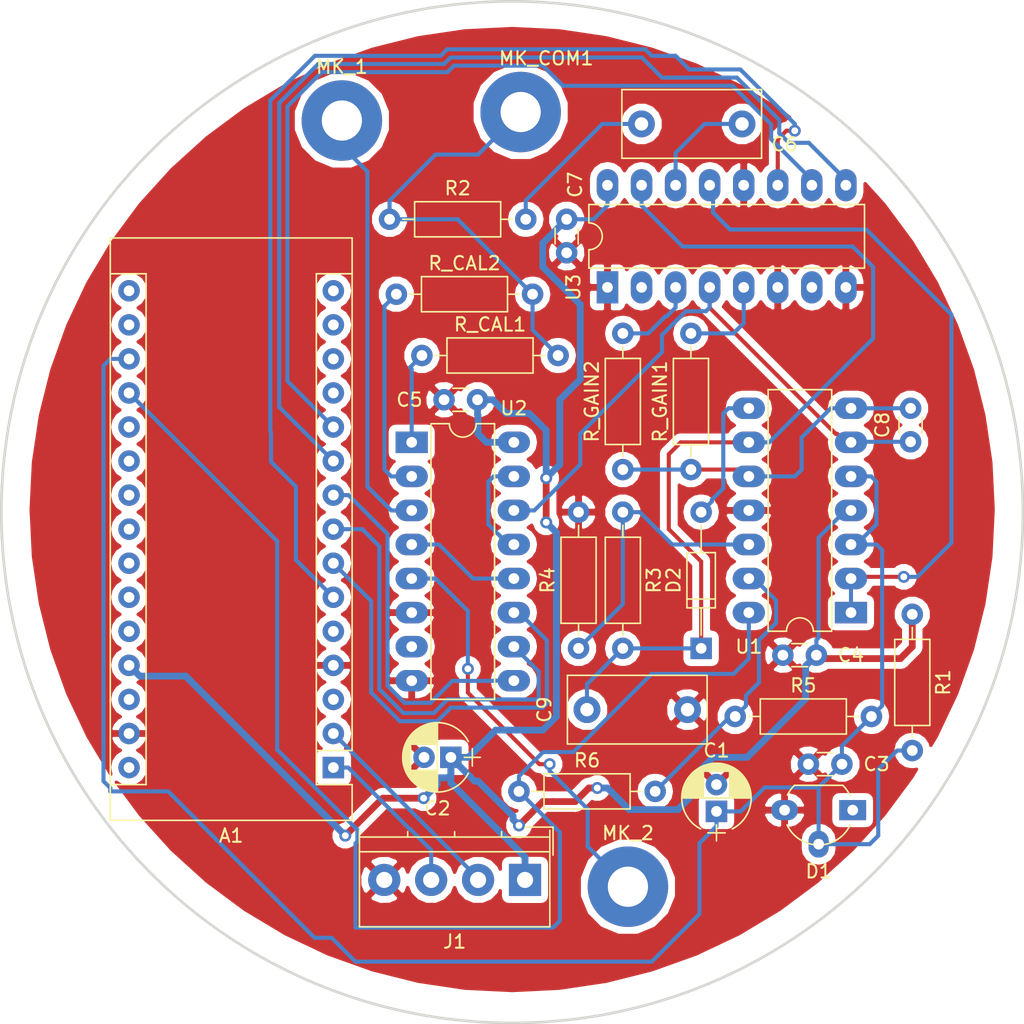
<source format=kicad_pcb>
(kicad_pcb (version 20171130) (host pcbnew "(5.0.0-rc2-dev-179-gab3780148)")

  (general
    (thickness 1.6)
    (drawings 1)
    (tracks 344)
    (zones 0)
    (modules 29)
    (nets 52)
  )

  (page A4)
  (layers
    (0 F.Cu signal)
    (31 B.Cu signal)
    (32 B.Adhes user)
    (33 F.Adhes user)
    (34 B.Paste user)
    (35 F.Paste user)
    (36 B.SilkS user)
    (37 F.SilkS user)
    (38 B.Mask user)
    (39 F.Mask user)
    (40 Dwgs.User user)
    (41 Cmts.User user)
    (42 Eco1.User user)
    (43 Eco2.User user)
    (44 Edge.Cuts user)
    (45 Margin user)
    (46 B.CrtYd user)
    (47 F.CrtYd user)
    (48 B.Fab user)
    (49 F.Fab user hide)
  )

  (setup
    (last_trace_width 0.508)
    (user_trace_width 0.3048)
    (user_trace_width 0.508)
    (user_trace_width 1.27)
    (trace_clearance 0.3048)
    (zone_clearance 0.508)
    (zone_45_only no)
    (trace_min 0.2)
    (segment_width 0.2)
    (edge_width 0.2)
    (via_size 0.889)
    (via_drill 0.508)
    (via_min_size 0.4)
    (via_min_drill 0.3)
    (uvia_size 0.3)
    (uvia_drill 0.1)
    (uvias_allowed no)
    (uvia_min_size 0.2)
    (uvia_min_drill 0.1)
    (pcb_text_width 0.3)
    (pcb_text_size 1.5 1.5)
    (mod_edge_width 0.15)
    (mod_text_size 1 1)
    (mod_text_width 0.15)
    (pad_size 1.524 1.524)
    (pad_drill 0.762)
    (pad_to_mask_clearance 0.2)
    (aux_axis_origin 0 0)
    (visible_elements 7FFFFFFF)
    (pcbplotparams
      (layerselection 0x00030_80000001)
      (usegerberextensions false)
      (usegerberattributes false)
      (usegerberadvancedattributes false)
      (creategerberjobfile false)
      (excludeedgelayer true)
      (linewidth 0.100000)
      (plotframeref false)
      (viasonmask false)
      (mode 1)
      (useauxorigin false)
      (hpglpennumber 1)
      (hpglpenspeed 20)
      (hpglpendiameter 15)
      (psnegative false)
      (psa4output false)
      (plotreference true)
      (plotvalue true)
      (plotinvisibletext false)
      (padsonsilk false)
      (subtractmaskfromsilk false)
      (outputformat 1)
      (mirror false)
      (drillshape 1)
      (scaleselection 1)
      (outputdirectory ""))
  )

  (net 0 "")
  (net 1 /TX)
  (net 2 "Net-(A1-Pad17)")
  (net 3 /RX)
  (net 4 VREF)
  (net 5 "Net-(A1-Pad3)")
  (net 6 /PEAK)
  (net 7 GND)
  (net 8 "Net-(A1-Pad20)")
  (net 9 "Net-(A1-Pad5)")
  (net 10 "Net-(A1-Pad21)")
  (net 11 /PWM)
  (net 12 "Net-(A1-Pad22)")
  (net 13 /CAL)
  (net 14 "Net-(A1-Pad23)")
  (net 15 /CAL_SEL)
  (net 16 "Net-(A1-Pad24)")
  (net 17 /PROBE_SEL)
  (net 18 "Net-(A1-Pad25)")
  (net 19 /GAIN_SET)
  (net 20 "Net-(A1-Pad26)")
  (net 21 /PEAK_RESET)
  (net 22 VCC)
  (net 23 "Net-(A1-Pad12)")
  (net 24 "Net-(A1-Pad28)")
  (net 25 "Net-(A1-Pad13)")
  (net 26 "Net-(A1-Pad14)")
  (net 27 "Net-(A1-Pad30)")
  (net 28 "Net-(A1-Pad15)")
  (net 29 "Net-(A1-Pad16)")
  (net 30 "Net-(C6-Pad1)")
  (net 31 "Net-(C6-Pad2)")
  (net 32 "Net-(C8-Pad1)")
  (net 33 "Net-(C8-Pad2)")
  (net 34 "Net-(C9-Pad1)")
  (net 35 "Net-(D1-Pad1)")
  (net 36 "Net-(D2-Pad2)")
  (net 37 "Net-(MK_1-Pad1)")
  (net 38 "Net-(MK_2-Pad1)")
  (net 39 "Net-(MK_COM1-Pad1)")
  (net 40 "Net-(R3-Pad1)")
  (net 41 "Net-(R5-Pad1)")
  (net 42 "Net-(R_CAL1-Pad1)")
  (net 43 "Net-(R_CAL2-Pad1)")
  (net 44 "Net-(R_GAIN1-Pad2)")
  (net 45 "Net-(R_GAIN2-Pad2)")
  (net 46 "Net-(U1-Pad1)")
  (net 47 "Net-(U2-Pad12)")
  (net 48 "Net-(U2-Pad13)")
  (net 49 "Net-(U2-Pad7)")
  (net 50 "Net-(U3-Pad2)")
  (net 51 "Net-(U3-Pad7)")

  (net_class Default "This is the default net class."
    (clearance 0.3048)
    (trace_width 0.3048)
    (via_dia 0.889)
    (via_drill 0.508)
    (uvia_dia 0.3)
    (uvia_drill 0.1)
    (add_net /CAL)
    (add_net /CAL_SEL)
    (add_net /GAIN_SET)
    (add_net /PEAK)
    (add_net /PEAK_RESET)
    (add_net /PROBE_SEL)
    (add_net /PWM)
    (add_net /RX)
    (add_net /TX)
    (add_net GND)
    (add_net "Net-(A1-Pad12)")
    (add_net "Net-(A1-Pad13)")
    (add_net "Net-(A1-Pad14)")
    (add_net "Net-(A1-Pad15)")
    (add_net "Net-(A1-Pad16)")
    (add_net "Net-(A1-Pad17)")
    (add_net "Net-(A1-Pad20)")
    (add_net "Net-(A1-Pad21)")
    (add_net "Net-(A1-Pad22)")
    (add_net "Net-(A1-Pad23)")
    (add_net "Net-(A1-Pad24)")
    (add_net "Net-(A1-Pad25)")
    (add_net "Net-(A1-Pad26)")
    (add_net "Net-(A1-Pad28)")
    (add_net "Net-(A1-Pad3)")
    (add_net "Net-(A1-Pad30)")
    (add_net "Net-(A1-Pad5)")
    (add_net "Net-(C6-Pad1)")
    (add_net "Net-(C6-Pad2)")
    (add_net "Net-(C8-Pad1)")
    (add_net "Net-(C8-Pad2)")
    (add_net "Net-(C9-Pad1)")
    (add_net "Net-(D1-Pad1)")
    (add_net "Net-(D2-Pad2)")
    (add_net "Net-(MK_1-Pad1)")
    (add_net "Net-(MK_2-Pad1)")
    (add_net "Net-(MK_COM1-Pad1)")
    (add_net "Net-(R3-Pad1)")
    (add_net "Net-(R5-Pad1)")
    (add_net "Net-(R_CAL1-Pad1)")
    (add_net "Net-(R_CAL2-Pad1)")
    (add_net "Net-(R_GAIN1-Pad2)")
    (add_net "Net-(R_GAIN2-Pad2)")
    (add_net "Net-(U1-Pad1)")
    (add_net "Net-(U2-Pad12)")
    (add_net "Net-(U2-Pad13)")
    (add_net "Net-(U2-Pad7)")
    (add_net "Net-(U3-Pad2)")
    (add_net "Net-(U3-Pad7)")
    (add_net VCC)
    (add_net VREF)
  )

  (module modules:Arduino_Nano (layer F.Cu) (tedit 58ACAF70) (tstamp 5AA6512D)
    (at 113.665 130.81 180)
    (descr "Arduino Nano, http://www.mouser.com/pdfdocs/Gravitech_Arduino_Nano3_0.pdf")
    (tags "Arduino Nano")
    (path /5AA663E9)
    (fp_text reference A1 (at 7.62 -5.08 180) (layer F.SilkS)
      (effects (font (size 1 1) (thickness 0.15)))
    )
    (fp_text value Arduino_Nano_v3.x (at 8.89 19.05 270) (layer F.Fab)
      (effects (font (size 1 1) (thickness 0.15)))
    )
    (fp_text user %R (at 6.35 19.05 270) (layer F.Fab)
      (effects (font (size 1 1) (thickness 0.15)))
    )
    (fp_line (start 1.27 1.27) (end 1.27 -1.27) (layer F.SilkS) (width 0.12))
    (fp_line (start 1.27 -1.27) (end -1.4 -1.27) (layer F.SilkS) (width 0.12))
    (fp_line (start -1.4 1.27) (end -1.4 39.5) (layer F.SilkS) (width 0.12))
    (fp_line (start -1.4 -3.94) (end -1.4 -1.27) (layer F.SilkS) (width 0.12))
    (fp_line (start 13.97 -1.27) (end 16.64 -1.27) (layer F.SilkS) (width 0.12))
    (fp_line (start 13.97 -1.27) (end 13.97 36.83) (layer F.SilkS) (width 0.12))
    (fp_line (start 13.97 36.83) (end 16.64 36.83) (layer F.SilkS) (width 0.12))
    (fp_line (start 1.27 1.27) (end -1.4 1.27) (layer F.SilkS) (width 0.12))
    (fp_line (start 1.27 1.27) (end 1.27 36.83) (layer F.SilkS) (width 0.12))
    (fp_line (start 1.27 36.83) (end -1.4 36.83) (layer F.SilkS) (width 0.12))
    (fp_line (start 3.81 31.75) (end 11.43 31.75) (layer F.Fab) (width 0.1))
    (fp_line (start 11.43 31.75) (end 11.43 41.91) (layer F.Fab) (width 0.1))
    (fp_line (start 11.43 41.91) (end 3.81 41.91) (layer F.Fab) (width 0.1))
    (fp_line (start 3.81 41.91) (end 3.81 31.75) (layer F.Fab) (width 0.1))
    (fp_line (start -1.4 39.5) (end 16.64 39.5) (layer F.SilkS) (width 0.12))
    (fp_line (start 16.64 39.5) (end 16.64 -3.94) (layer F.SilkS) (width 0.12))
    (fp_line (start 16.64 -3.94) (end -1.4 -3.94) (layer F.SilkS) (width 0.12))
    (fp_line (start 16.51 39.37) (end -1.27 39.37) (layer F.Fab) (width 0.1))
    (fp_line (start -1.27 39.37) (end -1.27 -2.54) (layer F.Fab) (width 0.1))
    (fp_line (start -1.27 -2.54) (end 0 -3.81) (layer F.Fab) (width 0.1))
    (fp_line (start 0 -3.81) (end 16.51 -3.81) (layer F.Fab) (width 0.1))
    (fp_line (start 16.51 -3.81) (end 16.51 39.37) (layer F.Fab) (width 0.1))
    (fp_line (start -1.53 -4.06) (end 16.75 -4.06) (layer F.CrtYd) (width 0.05))
    (fp_line (start -1.53 -4.06) (end -1.53 42.16) (layer F.CrtYd) (width 0.05))
    (fp_line (start 16.75 42.16) (end 16.75 -4.06) (layer F.CrtYd) (width 0.05))
    (fp_line (start 16.75 42.16) (end -1.53 42.16) (layer F.CrtYd) (width 0.05))
    (pad 1 thru_hole rect (at 0 0 180) (size 1.6 1.6) (drill 0.8) (layers *.Cu *.Mask)
      (net 1 /TX))
    (pad 17 thru_hole oval (at 15.24 33.02 180) (size 1.6 1.6) (drill 0.8) (layers *.Cu *.Mask)
      (net 2 "Net-(A1-Pad17)"))
    (pad 2 thru_hole oval (at 0 2.54 180) (size 1.6 1.6) (drill 0.8) (layers *.Cu *.Mask)
      (net 3 /RX))
    (pad 18 thru_hole oval (at 15.24 30.48 180) (size 1.6 1.6) (drill 0.8) (layers *.Cu *.Mask)
      (net 4 VREF))
    (pad 3 thru_hole oval (at 0 5.08 180) (size 1.6 1.6) (drill 0.8) (layers *.Cu *.Mask)
      (net 5 "Net-(A1-Pad3)"))
    (pad 19 thru_hole oval (at 15.24 27.94 180) (size 1.6 1.6) (drill 0.8) (layers *.Cu *.Mask)
      (net 6 /PEAK))
    (pad 4 thru_hole oval (at 0 7.62 180) (size 1.6 1.6) (drill 0.8) (layers *.Cu *.Mask)
      (net 7 GND))
    (pad 20 thru_hole oval (at 15.24 25.4 180) (size 1.6 1.6) (drill 0.8) (layers *.Cu *.Mask)
      (net 8 "Net-(A1-Pad20)"))
    (pad 5 thru_hole oval (at 0 10.16 180) (size 1.6 1.6) (drill 0.8) (layers *.Cu *.Mask)
      (net 9 "Net-(A1-Pad5)"))
    (pad 21 thru_hole oval (at 15.24 22.86 180) (size 1.6 1.6) (drill 0.8) (layers *.Cu *.Mask)
      (net 10 "Net-(A1-Pad21)"))
    (pad 6 thru_hole oval (at 0 12.7 180) (size 1.6 1.6) (drill 0.8) (layers *.Cu *.Mask)
      (net 11 /PWM))
    (pad 22 thru_hole oval (at 15.24 20.32 180) (size 1.6 1.6) (drill 0.8) (layers *.Cu *.Mask)
      (net 12 "Net-(A1-Pad22)"))
    (pad 7 thru_hole oval (at 0 15.24 180) (size 1.6 1.6) (drill 0.8) (layers *.Cu *.Mask)
      (net 13 /CAL))
    (pad 23 thru_hole oval (at 15.24 17.78 180) (size 1.6 1.6) (drill 0.8) (layers *.Cu *.Mask)
      (net 14 "Net-(A1-Pad23)"))
    (pad 8 thru_hole oval (at 0 17.78 180) (size 1.6 1.6) (drill 0.8) (layers *.Cu *.Mask)
      (net 15 /CAL_SEL))
    (pad 24 thru_hole oval (at 15.24 15.24 180) (size 1.6 1.6) (drill 0.8) (layers *.Cu *.Mask)
      (net 16 "Net-(A1-Pad24)"))
    (pad 9 thru_hole oval (at 0 20.32 180) (size 1.6 1.6) (drill 0.8) (layers *.Cu *.Mask)
      (net 17 /PROBE_SEL))
    (pad 25 thru_hole oval (at 15.24 12.7 180) (size 1.6 1.6) (drill 0.8) (layers *.Cu *.Mask)
      (net 18 "Net-(A1-Pad25)"))
    (pad 10 thru_hole oval (at 0 22.86 180) (size 1.6 1.6) (drill 0.8) (layers *.Cu *.Mask)
      (net 19 /GAIN_SET))
    (pad 26 thru_hole oval (at 15.24 10.16 180) (size 1.6 1.6) (drill 0.8) (layers *.Cu *.Mask)
      (net 20 "Net-(A1-Pad26)"))
    (pad 11 thru_hole oval (at 0 25.4 180) (size 1.6 1.6) (drill 0.8) (layers *.Cu *.Mask)
      (net 21 /PEAK_RESET))
    (pad 27 thru_hole oval (at 15.24 7.62 180) (size 1.6 1.6) (drill 0.8) (layers *.Cu *.Mask)
      (net 22 VCC))
    (pad 12 thru_hole oval (at 0 27.94 180) (size 1.6 1.6) (drill 0.8) (layers *.Cu *.Mask)
      (net 23 "Net-(A1-Pad12)"))
    (pad 28 thru_hole oval (at 15.24 5.08 180) (size 1.6 1.6) (drill 0.8) (layers *.Cu *.Mask)
      (net 24 "Net-(A1-Pad28)"))
    (pad 13 thru_hole oval (at 0 30.48 180) (size 1.6 1.6) (drill 0.8) (layers *.Cu *.Mask)
      (net 25 "Net-(A1-Pad13)"))
    (pad 29 thru_hole oval (at 15.24 2.54 180) (size 1.6 1.6) (drill 0.8) (layers *.Cu *.Mask)
      (net 7 GND))
    (pad 14 thru_hole oval (at 0 33.02 180) (size 1.6 1.6) (drill 0.8) (layers *.Cu *.Mask)
      (net 26 "Net-(A1-Pad14)"))
    (pad 30 thru_hole oval (at 15.24 0 180) (size 1.6 1.6) (drill 0.8) (layers *.Cu *.Mask)
      (net 27 "Net-(A1-Pad30)"))
    (pad 15 thru_hole oval (at 0 35.56 180) (size 1.6 1.6) (drill 0.8) (layers *.Cu *.Mask)
      (net 28 "Net-(A1-Pad15)"))
    (pad 16 thru_hole oval (at 15.24 35.56 180) (size 1.6 1.6) (drill 0.8) (layers *.Cu *.Mask)
      (net 29 "Net-(A1-Pad16)"))
  )

  (module actives:DIP-16 (layer F.Cu) (tedit 58CC8E2D) (tstamp 5AA651FD)
    (at 134.112 94.996 90)
    (descr "16-lead dip package, row spacing 7.62 mm (300 mils), LongPads")
    (tags "DIL DIP PDIP 2.54mm 7.62mm 300mil LongPads")
    (path /5A8AB316)
    (fp_text reference U3 (at 0 -2.54 90) (layer F.SilkS)
      (effects (font (size 1 1) (thickness 0.15)))
    )
    (fp_text value MAX4619 (at 3.81 20.17 90) (layer F.Fab)
      (effects (font (size 1 1) (thickness 0.15)))
    )
    (fp_text user %R (at 3.81 8.89 90) (layer F.Fab)
      (effects (font (size 1 1) (thickness 0.15)))
    )
    (fp_line (start 1.635 -1.27) (end 6.985 -1.27) (layer F.Fab) (width 0.1))
    (fp_line (start 6.985 -1.27) (end 6.985 19.05) (layer F.Fab) (width 0.1))
    (fp_line (start 6.985 19.05) (end 0.635 19.05) (layer F.Fab) (width 0.1))
    (fp_line (start 0.635 19.05) (end 0.635 -0.27) (layer F.Fab) (width 0.1))
    (fp_line (start 0.635 -0.27) (end 1.635 -1.27) (layer F.Fab) (width 0.1))
    (fp_line (start 2.81 -1.39) (end 1.44 -1.39) (layer F.SilkS) (width 0.12))
    (fp_line (start 1.44 -1.39) (end 1.44 19.17) (layer F.SilkS) (width 0.12))
    (fp_line (start 1.44 19.17) (end 6.18 19.17) (layer F.SilkS) (width 0.12))
    (fp_line (start 6.18 19.17) (end 6.18 -1.39) (layer F.SilkS) (width 0.12))
    (fp_line (start 6.18 -1.39) (end 4.81 -1.39) (layer F.SilkS) (width 0.12))
    (fp_line (start -1.5 -1.6) (end -1.5 19.3) (layer F.CrtYd) (width 0.05))
    (fp_line (start -1.5 19.3) (end 9.1 19.3) (layer F.CrtYd) (width 0.05))
    (fp_line (start 9.1 19.3) (end 9.1 -1.6) (layer F.CrtYd) (width 0.05))
    (fp_line (start 9.1 -1.6) (end -1.5 -1.6) (layer F.CrtYd) (width 0.05))
    (fp_arc (start 3.81 -1.39) (end 2.81 -1.39) (angle -180) (layer F.SilkS) (width 0.12))
    (pad 1 thru_hole rect (at 0 0 90) (size 2.4 1.6) (drill 0.8) (layers *.Cu *.Mask)
      (net 7 GND))
    (pad 9 thru_hole oval (at 7.62 17.78 90) (size 2.4 1.6) (drill 0.8) (layers *.Cu *.Mask)
      (net 19 /GAIN_SET))
    (pad 2 thru_hole oval (at 0 2.54 90) (size 2.4 1.6) (drill 0.8) (layers *.Cu *.Mask)
      (net 50 "Net-(U3-Pad2)"))
    (pad 10 thru_hole oval (at 7.62 15.24 90) (size 2.4 1.6) (drill 0.8) (layers *.Cu *.Mask)
      (net 21 /PEAK_RESET))
    (pad 3 thru_hole oval (at 0 5.08 90) (size 2.4 1.6) (drill 0.8) (layers *.Cu *.Mask)
      (net 45 "Net-(R_GAIN2-Pad2)"))
    (pad 11 thru_hole oval (at 7.62 12.7 90) (size 2.4 1.6) (drill 0.8) (layers *.Cu *.Mask)
      (net 11 /PWM))
    (pad 4 thru_hole oval (at 0 7.62 90) (size 2.4 1.6) (drill 0.8) (layers *.Cu *.Mask)
      (net 32 "Net-(C8-Pad1)"))
    (pad 12 thru_hole oval (at 7.62 10.16 90) (size 2.4 1.6) (drill 0.8) (layers *.Cu *.Mask)
      (net 7 GND))
    (pad 5 thru_hole oval (at 0 10.16 90) (size 2.4 1.6) (drill 0.8) (layers *.Cu *.Mask)
      (net 44 "Net-(R_GAIN1-Pad2)"))
    (pad 13 thru_hole oval (at 7.62 7.62 90) (size 2.4 1.6) (drill 0.8) (layers *.Cu *.Mask)
      (net 46 "Net-(U1-Pad1)"))
    (pad 6 thru_hole oval (at 0 12.7 90) (size 2.4 1.6) (drill 0.8) (layers *.Cu *.Mask)
      (net 7 GND))
    (pad 14 thru_hole oval (at 7.62 5.08 90) (size 2.4 1.6) (drill 0.8) (layers *.Cu *.Mask)
      (net 30 "Net-(C6-Pad1)"))
    (pad 7 thru_hole oval (at 0 15.24 90) (size 2.4 1.6) (drill 0.8) (layers *.Cu *.Mask)
      (net 51 "Net-(U3-Pad7)"))
    (pad 15 thru_hole oval (at 7.62 2.54 90) (size 2.4 1.6) (drill 0.8) (layers *.Cu *.Mask)
      (net 34 "Net-(C9-Pad1)"))
    (pad 8 thru_hole oval (at 0 17.78 90) (size 2.4 1.6) (drill 0.8) (layers *.Cu *.Mask)
      (net 7 GND))
    (pad 16 thru_hole oval (at 7.62 0 90) (size 2.4 1.6) (drill 0.8) (layers *.Cu *.Mask)
      (net 22 VCC))
    (model ${KISYS3DMOD}/Housings_DIP.3dshapes/DIP-16_W7.62mm_LongPads.wrl
      (at (xyz 0 0 0))
      (scale (xyz 1 1 1))
      (rotate (xyz 0 0 0))
    )
  )

  (module actives:DIP-16 (layer F.Cu) (tedit 5AA71016) (tstamp 5AA651E9)
    (at 119.507 106.553)
    (descr "16-lead dip package, row spacing 7.62 mm (300 mils), LongPads")
    (tags "DIL DIP PDIP 2.54mm 7.62mm 300mil LongPads")
    (path /5AA5E6BE)
    (fp_text reference U2 (at 7.62 -2.54) (layer F.SilkS)
      (effects (font (size 1 1) (thickness 0.15)))
    )
    (fp_text value MAX4619 (at 3.81 20.17) (layer F.Fab)
      (effects (font (size 1 1) (thickness 0.15)))
    )
    (fp_text user %R (at 3.81 8.89) (layer F.Fab)
      (effects (font (size 1 1) (thickness 0.15)))
    )
    (fp_line (start 1.635 -1.27) (end 6.985 -1.27) (layer F.Fab) (width 0.1))
    (fp_line (start 6.985 -1.27) (end 6.985 19.05) (layer F.Fab) (width 0.1))
    (fp_line (start 6.985 19.05) (end 0.635 19.05) (layer F.Fab) (width 0.1))
    (fp_line (start 0.635 19.05) (end 0.635 -0.27) (layer F.Fab) (width 0.1))
    (fp_line (start 0.635 -0.27) (end 1.635 -1.27) (layer F.Fab) (width 0.1))
    (fp_line (start 2.81 -1.39) (end 1.44 -1.39) (layer F.SilkS) (width 0.12))
    (fp_line (start 1.44 -1.39) (end 1.44 19.17) (layer F.SilkS) (width 0.12))
    (fp_line (start 1.44 19.17) (end 6.18 19.17) (layer F.SilkS) (width 0.12))
    (fp_line (start 6.18 19.17) (end 6.18 -1.39) (layer F.SilkS) (width 0.12))
    (fp_line (start 6.18 -1.39) (end 4.81 -1.39) (layer F.SilkS) (width 0.12))
    (fp_line (start -1.5 -1.6) (end -1.5 19.3) (layer F.CrtYd) (width 0.05))
    (fp_line (start -1.5 19.3) (end 9.1 19.3) (layer F.CrtYd) (width 0.05))
    (fp_line (start 9.1 19.3) (end 9.1 -1.6) (layer F.CrtYd) (width 0.05))
    (fp_line (start 9.1 -1.6) (end -1.5 -1.6) (layer F.CrtYd) (width 0.05))
    (fp_arc (start 3.81 -1.39) (end 2.81 -1.39) (angle -180) (layer F.SilkS) (width 0.12))
    (pad 1 thru_hole rect (at 0 0) (size 2.4 1.6) (drill 0.8) (layers *.Cu *.Mask)
      (net 42 "Net-(R_CAL1-Pad1)"))
    (pad 9 thru_hole oval (at 7.62 17.78) (size 2.4 1.6) (drill 0.8) (layers *.Cu *.Mask)
      (net 17 /PROBE_SEL))
    (pad 2 thru_hole oval (at 0 2.54) (size 2.4 1.6) (drill 0.8) (layers *.Cu *.Mask)
      (net 43 "Net-(R_CAL2-Pad1)"))
    (pad 10 thru_hole oval (at 7.62 15.24) (size 2.4 1.6) (drill 0.8) (layers *.Cu *.Mask)
      (net 15 /CAL_SEL))
    (pad 3 thru_hole oval (at 0 5.08) (size 2.4 1.6) (drill 0.8) (layers *.Cu *.Mask)
      (net 37 "Net-(MK_1-Pad1)"))
    (pad 11 thru_hole oval (at 7.62 12.7) (size 2.4 1.6) (drill 0.8) (layers *.Cu *.Mask)
      (net 13 /CAL))
    (pad 4 thru_hole oval (at 0 7.62) (size 2.4 1.6) (drill 0.8) (layers *.Cu *.Mask)
      (net 47 "Net-(U2-Pad12)"))
    (pad 12 thru_hole oval (at 7.62 10.16) (size 2.4 1.6) (drill 0.8) (layers *.Cu *.Mask)
      (net 47 "Net-(U2-Pad12)"))
    (pad 5 thru_hole oval (at 0 10.16) (size 2.4 1.6) (drill 0.8) (layers *.Cu *.Mask)
      (net 38 "Net-(MK_2-Pad1)"))
    (pad 13 thru_hole oval (at 7.62 7.62) (size 2.4 1.6) (drill 0.8) (layers *.Cu *.Mask)
      (net 48 "Net-(U2-Pad13)"))
    (pad 6 thru_hole oval (at 0 12.7) (size 2.4 1.6) (drill 0.8) (layers *.Cu *.Mask)
      (net 7 GND))
    (pad 14 thru_hole oval (at 7.62 5.08) (size 2.4 1.6) (drill 0.8) (layers *.Cu *.Mask)
      (net 32 "Net-(C8-Pad1)"))
    (pad 7 thru_hole oval (at 0 15.24) (size 2.4 1.6) (drill 0.8) (layers *.Cu *.Mask)
      (net 49 "Net-(U2-Pad7)"))
    (pad 15 thru_hole oval (at 7.62 2.54) (size 2.4 1.6) (drill 0.8) (layers *.Cu *.Mask)
      (net 48 "Net-(U2-Pad13)"))
    (pad 8 thru_hole oval (at 0 17.78) (size 2.4 1.6) (drill 0.8) (layers *.Cu *.Mask)
      (net 7 GND))
    (pad 16 thru_hole oval (at 7.62 0) (size 2.4 1.6) (drill 0.8) (layers *.Cu *.Mask)
      (net 22 VCC))
    (model ${KISYS3DMOD}/Housings_DIP.3dshapes/DIP-16_W7.62mm_LongPads.wrl
      (at (xyz 0 0 0))
      (scale (xyz 1 1 1))
      (rotate (xyz 0 0 0))
    )
  )

  (module actives:DIP-14 (layer F.Cu) (tedit 58CC8E2C) (tstamp 5AA651D5)
    (at 152.273 119.253 180)
    (descr "14-lead dip package, row spacing 7.62 mm (300 mils), LongPads")
    (tags "DIL DIP PDIP 2.54mm 7.62mm 300mil LongPads")
    (path /5A8AA4CE)
    (fp_text reference U1 (at 7.62 -2.54 180) (layer F.SilkS)
      (effects (font (size 1 1) (thickness 0.15)))
    )
    (fp_text value MCP6024 (at 3.81 17.63 180) (layer F.Fab)
      (effects (font (size 1 1) (thickness 0.15)))
    )
    (fp_text user %R (at 3.81 7.62 180) (layer F.Fab)
      (effects (font (size 1 1) (thickness 0.15)))
    )
    (fp_line (start 1.635 -1.27) (end 6.985 -1.27) (layer F.Fab) (width 0.1))
    (fp_line (start 6.985 -1.27) (end 6.985 16.51) (layer F.Fab) (width 0.1))
    (fp_line (start 6.985 16.51) (end 0.635 16.51) (layer F.Fab) (width 0.1))
    (fp_line (start 0.635 16.51) (end 0.635 -0.27) (layer F.Fab) (width 0.1))
    (fp_line (start 0.635 -0.27) (end 1.635 -1.27) (layer F.Fab) (width 0.1))
    (fp_line (start 2.81 -1.39) (end 1.44 -1.39) (layer F.SilkS) (width 0.12))
    (fp_line (start 1.44 -1.39) (end 1.44 16.63) (layer F.SilkS) (width 0.12))
    (fp_line (start 1.44 16.63) (end 6.18 16.63) (layer F.SilkS) (width 0.12))
    (fp_line (start 6.18 16.63) (end 6.18 -1.39) (layer F.SilkS) (width 0.12))
    (fp_line (start 6.18 -1.39) (end 4.81 -1.39) (layer F.SilkS) (width 0.12))
    (fp_line (start -1.5 -1.6) (end -1.5 16.8) (layer F.CrtYd) (width 0.05))
    (fp_line (start -1.5 16.8) (end 9.1 16.8) (layer F.CrtYd) (width 0.05))
    (fp_line (start 9.1 16.8) (end 9.1 -1.6) (layer F.CrtYd) (width 0.05))
    (fp_line (start 9.1 -1.6) (end -1.5 -1.6) (layer F.CrtYd) (width 0.05))
    (fp_arc (start 3.81 -1.39) (end 2.81 -1.39) (angle -180) (layer F.SilkS) (width 0.12))
    (pad 1 thru_hole rect (at 0 0 180) (size 2.4 1.6) (drill 0.8) (layers *.Cu *.Mask)
      (net 46 "Net-(U1-Pad1)"))
    (pad 8 thru_hole oval (at 7.62 15.24 180) (size 2.4 1.6) (drill 0.8) (layers *.Cu *.Mask)
      (net 36 "Net-(D2-Pad2)"))
    (pad 2 thru_hole oval (at 0 2.54 180) (size 2.4 1.6) (drill 0.8) (layers *.Cu *.Mask)
      (net 46 "Net-(U1-Pad1)"))
    (pad 9 thru_hole oval (at 7.62 12.7 180) (size 2.4 1.6) (drill 0.8) (layers *.Cu *.Mask)
      (net 34 "Net-(C9-Pad1)"))
    (pad 3 thru_hole oval (at 0 5.08 180) (size 2.4 1.6) (drill 0.8) (layers *.Cu *.Mask)
      (net 4 VREF))
    (pad 10 thru_hole oval (at 7.62 10.16 180) (size 2.4 1.6) (drill 0.8) (layers *.Cu *.Mask)
      (net 33 "Net-(C8-Pad2)"))
    (pad 4 thru_hole oval (at 0 7.62 180) (size 2.4 1.6) (drill 0.8) (layers *.Cu *.Mask)
      (net 22 VCC))
    (pad 11 thru_hole oval (at 7.62 7.62 180) (size 2.4 1.6) (drill 0.8) (layers *.Cu *.Mask)
      (net 7 GND))
    (pad 5 thru_hole oval (at 0 10.16 180) (size 2.4 1.6) (drill 0.8) (layers *.Cu *.Mask)
      (net 4 VREF))
    (pad 12 thru_hole oval (at 7.62 5.08 180) (size 2.4 1.6) (drill 0.8) (layers *.Cu *.Mask)
      (net 40 "Net-(R3-Pad1)"))
    (pad 6 thru_hole oval (at 0 12.7 180) (size 2.4 1.6) (drill 0.8) (layers *.Cu *.Mask)
      (net 32 "Net-(C8-Pad1)"))
    (pad 13 thru_hole oval (at 7.62 2.54 180) (size 2.4 1.6) (drill 0.8) (layers *.Cu *.Mask)
      (net 41 "Net-(R5-Pad1)"))
    (pad 7 thru_hole oval (at 0 15.24 180) (size 2.4 1.6) (drill 0.8) (layers *.Cu *.Mask)
      (net 33 "Net-(C8-Pad2)"))
    (pad 14 thru_hole oval (at 7.62 0 180) (size 2.4 1.6) (drill 0.8) (layers *.Cu *.Mask)
      (net 6 /PEAK))
    (model ${KISYS3DMOD}/Housings_DIP.3dshapes/DIP-14_W7.62mm_LongPads.wrl
      (at (xyz 0 0 0))
      (scale (xyz 1 1 1))
      (rotate (xyz 0 0 0))
    )
  )

  (module passives:R_TH_0.25W_400mil (layer F.Cu) (tedit 5AA70F4D) (tstamp 5AA651C3)
    (at 135.255 108.585 90)
    (descr "Resistor, Axial_DIN0207 series, Axial, Horizontal, pin pitch=10.16mm, 0.25W = 1/4W, length*diameter=6.3*2.5mm^2, http://cdn-reichelt.de/documents/datenblatt/B400/1_4W%23YAG.pdf")
    (tags "Resistor Axial_DIN0207 series Axial Horizontal pin pitch 10.16mm 0.25W = 1/4W length 6.3mm diameter 2.5mm")
    (path /5A8AA65D)
    (fp_text reference R_GAIN2 (at 5.08 -2.31 90) (layer F.SilkS)
      (effects (font (size 1 1) (thickness 0.15)))
    )
    (fp_text value TBD (at 5.08 0 90) (layer F.Fab)
      (effects (font (size 1 1) (thickness 0.15)))
    )
    (fp_line (start 1.93 -1.25) (end 1.93 1.25) (layer F.Fab) (width 0.1))
    (fp_line (start 1.93 1.25) (end 8.23 1.25) (layer F.Fab) (width 0.1))
    (fp_line (start 8.23 1.25) (end 8.23 -1.25) (layer F.Fab) (width 0.1))
    (fp_line (start 8.23 -1.25) (end 1.93 -1.25) (layer F.Fab) (width 0.1))
    (fp_line (start 0 0) (end 1.93 0) (layer F.Fab) (width 0.1))
    (fp_line (start 10.16 0) (end 8.23 0) (layer F.Fab) (width 0.1))
    (fp_line (start 1.87 -1.31) (end 1.87 1.31) (layer F.SilkS) (width 0.12))
    (fp_line (start 1.87 1.31) (end 8.29 1.31) (layer F.SilkS) (width 0.12))
    (fp_line (start 8.29 1.31) (end 8.29 -1.31) (layer F.SilkS) (width 0.12))
    (fp_line (start 8.29 -1.31) (end 1.87 -1.31) (layer F.SilkS) (width 0.12))
    (fp_line (start 0.98 0) (end 1.87 0) (layer F.SilkS) (width 0.12))
    (fp_line (start 9.18 0) (end 8.29 0) (layer F.SilkS) (width 0.12))
    (fp_line (start -1.05 -1.6) (end -1.05 1.6) (layer F.CrtYd) (width 0.05))
    (fp_line (start -1.05 1.6) (end 11.25 1.6) (layer F.CrtYd) (width 0.05))
    (fp_line (start 11.25 1.6) (end 11.25 -1.6) (layer F.CrtYd) (width 0.05))
    (fp_line (start 11.25 -1.6) (end -1.05 -1.6) (layer F.CrtYd) (width 0.05))
    (pad 1 thru_hole circle (at 0 0 90) (size 1.6 1.6) (drill 0.8) (layers *.Cu *.Mask)
      (net 33 "Net-(C8-Pad2)"))
    (pad 2 thru_hole oval (at 10.16 0 90) (size 1.6 1.6) (drill 0.8) (layers *.Cu *.Mask)
      (net 45 "Net-(R_GAIN2-Pad2)"))
    (model ${KISYS3DMOD}/Resistors_THT.3dshapes/R_Axial_DIN0207_L6.3mm_D2.5mm_P10.16mm_Horizontal.wrl
      (at (xyz 0 0 0))
      (scale (xyz 0.393701 0.393701 0.393701))
      (rotate (xyz 0 0 0))
    )
  )

  (module passives:R_TH_0.25W_400mil (layer F.Cu) (tedit 5AA70F4D) (tstamp 5AA651BD)
    (at 140.335 108.585 90)
    (descr "Resistor, Axial_DIN0207 series, Axial, Horizontal, pin pitch=10.16mm, 0.25W = 1/4W, length*diameter=6.3*2.5mm^2, http://cdn-reichelt.de/documents/datenblatt/B400/1_4W%23YAG.pdf")
    (tags "Resistor Axial_DIN0207 series Axial Horizontal pin pitch 10.16mm 0.25W = 1/4W length 6.3mm diameter 2.5mm")
    (path /5AA590A9)
    (fp_text reference R_GAIN1 (at 5.08 -2.31 90) (layer F.SilkS)
      (effects (font (size 1 1) (thickness 0.15)))
    )
    (fp_text value TBD (at 5.08 0 90) (layer F.Fab)
      (effects (font (size 1 1) (thickness 0.15)))
    )
    (fp_line (start 1.93 -1.25) (end 1.93 1.25) (layer F.Fab) (width 0.1))
    (fp_line (start 1.93 1.25) (end 8.23 1.25) (layer F.Fab) (width 0.1))
    (fp_line (start 8.23 1.25) (end 8.23 -1.25) (layer F.Fab) (width 0.1))
    (fp_line (start 8.23 -1.25) (end 1.93 -1.25) (layer F.Fab) (width 0.1))
    (fp_line (start 0 0) (end 1.93 0) (layer F.Fab) (width 0.1))
    (fp_line (start 10.16 0) (end 8.23 0) (layer F.Fab) (width 0.1))
    (fp_line (start 1.87 -1.31) (end 1.87 1.31) (layer F.SilkS) (width 0.12))
    (fp_line (start 1.87 1.31) (end 8.29 1.31) (layer F.SilkS) (width 0.12))
    (fp_line (start 8.29 1.31) (end 8.29 -1.31) (layer F.SilkS) (width 0.12))
    (fp_line (start 8.29 -1.31) (end 1.87 -1.31) (layer F.SilkS) (width 0.12))
    (fp_line (start 0.98 0) (end 1.87 0) (layer F.SilkS) (width 0.12))
    (fp_line (start 9.18 0) (end 8.29 0) (layer F.SilkS) (width 0.12))
    (fp_line (start -1.05 -1.6) (end -1.05 1.6) (layer F.CrtYd) (width 0.05))
    (fp_line (start -1.05 1.6) (end 11.25 1.6) (layer F.CrtYd) (width 0.05))
    (fp_line (start 11.25 1.6) (end 11.25 -1.6) (layer F.CrtYd) (width 0.05))
    (fp_line (start 11.25 -1.6) (end -1.05 -1.6) (layer F.CrtYd) (width 0.05))
    (pad 1 thru_hole circle (at 0 0 90) (size 1.6 1.6) (drill 0.8) (layers *.Cu *.Mask)
      (net 33 "Net-(C8-Pad2)"))
    (pad 2 thru_hole oval (at 10.16 0 90) (size 1.6 1.6) (drill 0.8) (layers *.Cu *.Mask)
      (net 44 "Net-(R_GAIN1-Pad2)"))
    (model ${KISYS3DMOD}/Resistors_THT.3dshapes/R_Axial_DIN0207_L6.3mm_D2.5mm_P10.16mm_Horizontal.wrl
      (at (xyz 0 0 0))
      (scale (xyz 0.393701 0.393701 0.393701))
      (rotate (xyz 0 0 0))
    )
  )

  (module passives:R_TH_0.25W_400mil (layer F.Cu) (tedit 5AA70F4D) (tstamp 5AA651B7)
    (at 118.364 95.504)
    (descr "Resistor, Axial_DIN0207 series, Axial, Horizontal, pin pitch=10.16mm, 0.25W = 1/4W, length*diameter=6.3*2.5mm^2, http://cdn-reichelt.de/documents/datenblatt/B400/1_4W%23YAG.pdf")
    (tags "Resistor Axial_DIN0207 series Axial Horizontal pin pitch 10.16mm 0.25W = 1/4W length 6.3mm diameter 2.5mm")
    (path /5AA5F066)
    (fp_text reference R_CAL2 (at 5.08 -2.31) (layer F.SilkS)
      (effects (font (size 1 1) (thickness 0.15)))
    )
    (fp_text value TBD (at 5.08 0) (layer F.Fab)
      (effects (font (size 1 1) (thickness 0.15)))
    )
    (fp_line (start 1.93 -1.25) (end 1.93 1.25) (layer F.Fab) (width 0.1))
    (fp_line (start 1.93 1.25) (end 8.23 1.25) (layer F.Fab) (width 0.1))
    (fp_line (start 8.23 1.25) (end 8.23 -1.25) (layer F.Fab) (width 0.1))
    (fp_line (start 8.23 -1.25) (end 1.93 -1.25) (layer F.Fab) (width 0.1))
    (fp_line (start 0 0) (end 1.93 0) (layer F.Fab) (width 0.1))
    (fp_line (start 10.16 0) (end 8.23 0) (layer F.Fab) (width 0.1))
    (fp_line (start 1.87 -1.31) (end 1.87 1.31) (layer F.SilkS) (width 0.12))
    (fp_line (start 1.87 1.31) (end 8.29 1.31) (layer F.SilkS) (width 0.12))
    (fp_line (start 8.29 1.31) (end 8.29 -1.31) (layer F.SilkS) (width 0.12))
    (fp_line (start 8.29 -1.31) (end 1.87 -1.31) (layer F.SilkS) (width 0.12))
    (fp_line (start 0.98 0) (end 1.87 0) (layer F.SilkS) (width 0.12))
    (fp_line (start 9.18 0) (end 8.29 0) (layer F.SilkS) (width 0.12))
    (fp_line (start -1.05 -1.6) (end -1.05 1.6) (layer F.CrtYd) (width 0.05))
    (fp_line (start -1.05 1.6) (end 11.25 1.6) (layer F.CrtYd) (width 0.05))
    (fp_line (start 11.25 1.6) (end 11.25 -1.6) (layer F.CrtYd) (width 0.05))
    (fp_line (start 11.25 -1.6) (end -1.05 -1.6) (layer F.CrtYd) (width 0.05))
    (pad 1 thru_hole circle (at 0 0) (size 1.6 1.6) (drill 0.8) (layers *.Cu *.Mask)
      (net 43 "Net-(R_CAL2-Pad1)"))
    (pad 2 thru_hole oval (at 10.16 0) (size 1.6 1.6) (drill 0.8) (layers *.Cu *.Mask)
      (net 39 "Net-(MK_COM1-Pad1)"))
    (model ${KISYS3DMOD}/Resistors_THT.3dshapes/R_Axial_DIN0207_L6.3mm_D2.5mm_P10.16mm_Horizontal.wrl
      (at (xyz 0 0 0))
      (scale (xyz 0.393701 0.393701 0.393701))
      (rotate (xyz 0 0 0))
    )
  )

  (module passives:R_TH_0.25W_400mil (layer F.Cu) (tedit 5AA70F4D) (tstamp 5AA651B1)
    (at 120.269 100.076)
    (descr "Resistor, Axial_DIN0207 series, Axial, Horizontal, pin pitch=10.16mm, 0.25W = 1/4W, length*diameter=6.3*2.5mm^2, http://cdn-reichelt.de/documents/datenblatt/B400/1_4W%23YAG.pdf")
    (tags "Resistor Axial_DIN0207 series Axial Horizontal pin pitch 10.16mm 0.25W = 1/4W length 6.3mm diameter 2.5mm")
    (path /5AA5F00F)
    (fp_text reference R_CAL1 (at 5.08 -2.31) (layer F.SilkS)
      (effects (font (size 1 1) (thickness 0.15)))
    )
    (fp_text value TBD (at 5.08 0) (layer F.Fab)
      (effects (font (size 1 1) (thickness 0.15)))
    )
    (fp_line (start 1.93 -1.25) (end 1.93 1.25) (layer F.Fab) (width 0.1))
    (fp_line (start 1.93 1.25) (end 8.23 1.25) (layer F.Fab) (width 0.1))
    (fp_line (start 8.23 1.25) (end 8.23 -1.25) (layer F.Fab) (width 0.1))
    (fp_line (start 8.23 -1.25) (end 1.93 -1.25) (layer F.Fab) (width 0.1))
    (fp_line (start 0 0) (end 1.93 0) (layer F.Fab) (width 0.1))
    (fp_line (start 10.16 0) (end 8.23 0) (layer F.Fab) (width 0.1))
    (fp_line (start 1.87 -1.31) (end 1.87 1.31) (layer F.SilkS) (width 0.12))
    (fp_line (start 1.87 1.31) (end 8.29 1.31) (layer F.SilkS) (width 0.12))
    (fp_line (start 8.29 1.31) (end 8.29 -1.31) (layer F.SilkS) (width 0.12))
    (fp_line (start 8.29 -1.31) (end 1.87 -1.31) (layer F.SilkS) (width 0.12))
    (fp_line (start 0.98 0) (end 1.87 0) (layer F.SilkS) (width 0.12))
    (fp_line (start 9.18 0) (end 8.29 0) (layer F.SilkS) (width 0.12))
    (fp_line (start -1.05 -1.6) (end -1.05 1.6) (layer F.CrtYd) (width 0.05))
    (fp_line (start -1.05 1.6) (end 11.25 1.6) (layer F.CrtYd) (width 0.05))
    (fp_line (start 11.25 1.6) (end 11.25 -1.6) (layer F.CrtYd) (width 0.05))
    (fp_line (start 11.25 -1.6) (end -1.05 -1.6) (layer F.CrtYd) (width 0.05))
    (pad 1 thru_hole circle (at 0 0) (size 1.6 1.6) (drill 0.8) (layers *.Cu *.Mask)
      (net 42 "Net-(R_CAL1-Pad1)"))
    (pad 2 thru_hole oval (at 10.16 0) (size 1.6 1.6) (drill 0.8) (layers *.Cu *.Mask)
      (net 39 "Net-(MK_COM1-Pad1)"))
    (model ${KISYS3DMOD}/Resistors_THT.3dshapes/R_Axial_DIN0207_L6.3mm_D2.5mm_P10.16mm_Horizontal.wrl
      (at (xyz 0 0 0))
      (scale (xyz 0.393701 0.393701 0.393701))
      (rotate (xyz 0 0 0))
    )
  )

  (module passives:R_TH_0.25W_400mil (layer F.Cu) (tedit 5AA70F4D) (tstamp 5AA651AB)
    (at 127.508 132.588)
    (descr "Resistor, Axial_DIN0207 series, Axial, Horizontal, pin pitch=10.16mm, 0.25W = 1/4W, length*diameter=6.3*2.5mm^2, http://cdn-reichelt.de/documents/datenblatt/B400/1_4W%23YAG.pdf")
    (tags "Resistor Axial_DIN0207 series Axial Horizontal pin pitch 10.16mm 0.25W = 1/4W length 6.3mm diameter 2.5mm")
    (path /5A8AA85B)
    (fp_text reference R6 (at 5.08 -2.31) (layer F.SilkS)
      (effects (font (size 1 1) (thickness 0.15)))
    )
    (fp_text value 100k (at 5.08 0) (layer F.Fab)
      (effects (font (size 1 1) (thickness 0.15)))
    )
    (fp_line (start 1.93 -1.25) (end 1.93 1.25) (layer F.Fab) (width 0.1))
    (fp_line (start 1.93 1.25) (end 8.23 1.25) (layer F.Fab) (width 0.1))
    (fp_line (start 8.23 1.25) (end 8.23 -1.25) (layer F.Fab) (width 0.1))
    (fp_line (start 8.23 -1.25) (end 1.93 -1.25) (layer F.Fab) (width 0.1))
    (fp_line (start 0 0) (end 1.93 0) (layer F.Fab) (width 0.1))
    (fp_line (start 10.16 0) (end 8.23 0) (layer F.Fab) (width 0.1))
    (fp_line (start 1.87 -1.31) (end 1.87 1.31) (layer F.SilkS) (width 0.12))
    (fp_line (start 1.87 1.31) (end 8.29 1.31) (layer F.SilkS) (width 0.12))
    (fp_line (start 8.29 1.31) (end 8.29 -1.31) (layer F.SilkS) (width 0.12))
    (fp_line (start 8.29 -1.31) (end 1.87 -1.31) (layer F.SilkS) (width 0.12))
    (fp_line (start 0.98 0) (end 1.87 0) (layer F.SilkS) (width 0.12))
    (fp_line (start 9.18 0) (end 8.29 0) (layer F.SilkS) (width 0.12))
    (fp_line (start -1.05 -1.6) (end -1.05 1.6) (layer F.CrtYd) (width 0.05))
    (fp_line (start -1.05 1.6) (end 11.25 1.6) (layer F.CrtYd) (width 0.05))
    (fp_line (start 11.25 1.6) (end 11.25 -1.6) (layer F.CrtYd) (width 0.05))
    (fp_line (start 11.25 -1.6) (end -1.05 -1.6) (layer F.CrtYd) (width 0.05))
    (pad 1 thru_hole circle (at 0 0) (size 1.6 1.6) (drill 0.8) (layers *.Cu *.Mask)
      (net 6 /PEAK))
    (pad 2 thru_hole oval (at 10.16 0) (size 1.6 1.6) (drill 0.8) (layers *.Cu *.Mask)
      (net 41 "Net-(R5-Pad1)"))
    (model ${KISYS3DMOD}/Resistors_THT.3dshapes/R_Axial_DIN0207_L6.3mm_D2.5mm_P10.16mm_Horizontal.wrl
      (at (xyz 0 0 0))
      (scale (xyz 0.393701 0.393701 0.393701))
      (rotate (xyz 0 0 0))
    )
  )

  (module passives:R_TH_0.25W_400mil (layer F.Cu) (tedit 5AA70F4D) (tstamp 5AA651A5)
    (at 143.637 127)
    (descr "Resistor, Axial_DIN0207 series, Axial, Horizontal, pin pitch=10.16mm, 0.25W = 1/4W, length*diameter=6.3*2.5mm^2, http://cdn-reichelt.de/documents/datenblatt/B400/1_4W%23YAG.pdf")
    (tags "Resistor Axial_DIN0207 series Axial Horizontal pin pitch 10.16mm 0.25W = 1/4W length 6.3mm diameter 2.5mm")
    (path /5A8AA894)
    (fp_text reference R5 (at 5.08 -2.31) (layer F.SilkS)
      (effects (font (size 1 1) (thickness 0.15)))
    )
    (fp_text value 100k (at 5.08 0) (layer F.Fab)
      (effects (font (size 1 1) (thickness 0.15)))
    )
    (fp_line (start 1.93 -1.25) (end 1.93 1.25) (layer F.Fab) (width 0.1))
    (fp_line (start 1.93 1.25) (end 8.23 1.25) (layer F.Fab) (width 0.1))
    (fp_line (start 8.23 1.25) (end 8.23 -1.25) (layer F.Fab) (width 0.1))
    (fp_line (start 8.23 -1.25) (end 1.93 -1.25) (layer F.Fab) (width 0.1))
    (fp_line (start 0 0) (end 1.93 0) (layer F.Fab) (width 0.1))
    (fp_line (start 10.16 0) (end 8.23 0) (layer F.Fab) (width 0.1))
    (fp_line (start 1.87 -1.31) (end 1.87 1.31) (layer F.SilkS) (width 0.12))
    (fp_line (start 1.87 1.31) (end 8.29 1.31) (layer F.SilkS) (width 0.12))
    (fp_line (start 8.29 1.31) (end 8.29 -1.31) (layer F.SilkS) (width 0.12))
    (fp_line (start 8.29 -1.31) (end 1.87 -1.31) (layer F.SilkS) (width 0.12))
    (fp_line (start 0.98 0) (end 1.87 0) (layer F.SilkS) (width 0.12))
    (fp_line (start 9.18 0) (end 8.29 0) (layer F.SilkS) (width 0.12))
    (fp_line (start -1.05 -1.6) (end -1.05 1.6) (layer F.CrtYd) (width 0.05))
    (fp_line (start -1.05 1.6) (end 11.25 1.6) (layer F.CrtYd) (width 0.05))
    (fp_line (start 11.25 1.6) (end 11.25 -1.6) (layer F.CrtYd) (width 0.05))
    (fp_line (start 11.25 -1.6) (end -1.05 -1.6) (layer F.CrtYd) (width 0.05))
    (pad 1 thru_hole circle (at 0 0) (size 1.6 1.6) (drill 0.8) (layers *.Cu *.Mask)
      (net 41 "Net-(R5-Pad1)"))
    (pad 2 thru_hole oval (at 10.16 0) (size 1.6 1.6) (drill 0.8) (layers *.Cu *.Mask)
      (net 4 VREF))
    (model ${KISYS3DMOD}/Resistors_THT.3dshapes/R_Axial_DIN0207_L6.3mm_D2.5mm_P10.16mm_Horizontal.wrl
      (at (xyz 0 0 0))
      (scale (xyz 0.393701 0.393701 0.393701))
      (rotate (xyz 0 0 0))
    )
  )

  (module passives:R_TH_0.25W_400mil (layer F.Cu) (tedit 5AA70F4D) (tstamp 5AA6519F)
    (at 131.953 121.92 90)
    (descr "Resistor, Axial_DIN0207 series, Axial, Horizontal, pin pitch=10.16mm, 0.25W = 1/4W, length*diameter=6.3*2.5mm^2, http://cdn-reichelt.de/documents/datenblatt/B400/1_4W%23YAG.pdf")
    (tags "Resistor Axial_DIN0207 series Axial Horizontal pin pitch 10.16mm 0.25W = 1/4W length 6.3mm diameter 2.5mm")
    (path /5A8AA7E8)
    (fp_text reference R4 (at 5.08 -2.31 90) (layer F.SilkS)
      (effects (font (size 1 1) (thickness 0.15)))
    )
    (fp_text value 100k (at 5.08 0 90) (layer F.Fab)
      (effects (font (size 1 1) (thickness 0.15)))
    )
    (fp_line (start 1.93 -1.25) (end 1.93 1.25) (layer F.Fab) (width 0.1))
    (fp_line (start 1.93 1.25) (end 8.23 1.25) (layer F.Fab) (width 0.1))
    (fp_line (start 8.23 1.25) (end 8.23 -1.25) (layer F.Fab) (width 0.1))
    (fp_line (start 8.23 -1.25) (end 1.93 -1.25) (layer F.Fab) (width 0.1))
    (fp_line (start 0 0) (end 1.93 0) (layer F.Fab) (width 0.1))
    (fp_line (start 10.16 0) (end 8.23 0) (layer F.Fab) (width 0.1))
    (fp_line (start 1.87 -1.31) (end 1.87 1.31) (layer F.SilkS) (width 0.12))
    (fp_line (start 1.87 1.31) (end 8.29 1.31) (layer F.SilkS) (width 0.12))
    (fp_line (start 8.29 1.31) (end 8.29 -1.31) (layer F.SilkS) (width 0.12))
    (fp_line (start 8.29 -1.31) (end 1.87 -1.31) (layer F.SilkS) (width 0.12))
    (fp_line (start 0.98 0) (end 1.87 0) (layer F.SilkS) (width 0.12))
    (fp_line (start 9.18 0) (end 8.29 0) (layer F.SilkS) (width 0.12))
    (fp_line (start -1.05 -1.6) (end -1.05 1.6) (layer F.CrtYd) (width 0.05))
    (fp_line (start -1.05 1.6) (end 11.25 1.6) (layer F.CrtYd) (width 0.05))
    (fp_line (start 11.25 1.6) (end 11.25 -1.6) (layer F.CrtYd) (width 0.05))
    (fp_line (start 11.25 -1.6) (end -1.05 -1.6) (layer F.CrtYd) (width 0.05))
    (pad 1 thru_hole circle (at 0 0 90) (size 1.6 1.6) (drill 0.8) (layers *.Cu *.Mask)
      (net 40 "Net-(R3-Pad1)"))
    (pad 2 thru_hole oval (at 10.16 0 90) (size 1.6 1.6) (drill 0.8) (layers *.Cu *.Mask)
      (net 7 GND))
    (model ${KISYS3DMOD}/Resistors_THT.3dshapes/R_Axial_DIN0207_L6.3mm_D2.5mm_P10.16mm_Horizontal.wrl
      (at (xyz 0 0 0))
      (scale (xyz 0.393701 0.393701 0.393701))
      (rotate (xyz 0 0 0))
    )
  )

  (module passives:R_TH_0.25W_400mil (layer F.Cu) (tedit 5AA70F4D) (tstamp 5AA65199)
    (at 135.255 111.76 270)
    (descr "Resistor, Axial_DIN0207 series, Axial, Horizontal, pin pitch=10.16mm, 0.25W = 1/4W, length*diameter=6.3*2.5mm^2, http://cdn-reichelt.de/documents/datenblatt/B400/1_4W%23YAG.pdf")
    (tags "Resistor Axial_DIN0207 series Axial Horizontal pin pitch 10.16mm 0.25W = 1/4W length 6.3mm diameter 2.5mm")
    (path /5A8AA7B9)
    (fp_text reference R3 (at 5.08 -2.31 270) (layer F.SilkS)
      (effects (font (size 1 1) (thickness 0.15)))
    )
    (fp_text value 100k (at 5.08 0 270) (layer F.Fab)
      (effects (font (size 1 1) (thickness 0.15)))
    )
    (fp_line (start 1.93 -1.25) (end 1.93 1.25) (layer F.Fab) (width 0.1))
    (fp_line (start 1.93 1.25) (end 8.23 1.25) (layer F.Fab) (width 0.1))
    (fp_line (start 8.23 1.25) (end 8.23 -1.25) (layer F.Fab) (width 0.1))
    (fp_line (start 8.23 -1.25) (end 1.93 -1.25) (layer F.Fab) (width 0.1))
    (fp_line (start 0 0) (end 1.93 0) (layer F.Fab) (width 0.1))
    (fp_line (start 10.16 0) (end 8.23 0) (layer F.Fab) (width 0.1))
    (fp_line (start 1.87 -1.31) (end 1.87 1.31) (layer F.SilkS) (width 0.12))
    (fp_line (start 1.87 1.31) (end 8.29 1.31) (layer F.SilkS) (width 0.12))
    (fp_line (start 8.29 1.31) (end 8.29 -1.31) (layer F.SilkS) (width 0.12))
    (fp_line (start 8.29 -1.31) (end 1.87 -1.31) (layer F.SilkS) (width 0.12))
    (fp_line (start 0.98 0) (end 1.87 0) (layer F.SilkS) (width 0.12))
    (fp_line (start 9.18 0) (end 8.29 0) (layer F.SilkS) (width 0.12))
    (fp_line (start -1.05 -1.6) (end -1.05 1.6) (layer F.CrtYd) (width 0.05))
    (fp_line (start -1.05 1.6) (end 11.25 1.6) (layer F.CrtYd) (width 0.05))
    (fp_line (start 11.25 1.6) (end 11.25 -1.6) (layer F.CrtYd) (width 0.05))
    (fp_line (start 11.25 -1.6) (end -1.05 -1.6) (layer F.CrtYd) (width 0.05))
    (pad 1 thru_hole circle (at 0 0 270) (size 1.6 1.6) (drill 0.8) (layers *.Cu *.Mask)
      (net 40 "Net-(R3-Pad1)"))
    (pad 2 thru_hole oval (at 10.16 0 270) (size 1.6 1.6) (drill 0.8) (layers *.Cu *.Mask)
      (net 34 "Net-(C9-Pad1)"))
    (model ${KISYS3DMOD}/Resistors_THT.3dshapes/R_Axial_DIN0207_L6.3mm_D2.5mm_P10.16mm_Horizontal.wrl
      (at (xyz 0 0 0))
      (scale (xyz 0.393701 0.393701 0.393701))
      (rotate (xyz 0 0 0))
    )
  )

  (module passives:R_TH_0.25W_400mil (layer F.Cu) (tedit 5AA70F4D) (tstamp 5AA65193)
    (at 117.856 89.916)
    (descr "Resistor, Axial_DIN0207 series, Axial, Horizontal, pin pitch=10.16mm, 0.25W = 1/4W, length*diameter=6.3*2.5mm^2, http://cdn-reichelt.de/documents/datenblatt/B400/1_4W%23YAG.pdf")
    (tags "Resistor Axial_DIN0207 series Axial Horizontal pin pitch 10.16mm 0.25W = 1/4W length 6.3mm diameter 2.5mm")
    (path /5AA5E4A1)
    (fp_text reference R2 (at 5.08 -2.31) (layer F.SilkS)
      (effects (font (size 1 1) (thickness 0.15)))
    )
    (fp_text value 100R (at 5.08 0) (layer F.Fab)
      (effects (font (size 1 1) (thickness 0.15)))
    )
    (fp_line (start 1.93 -1.25) (end 1.93 1.25) (layer F.Fab) (width 0.1))
    (fp_line (start 1.93 1.25) (end 8.23 1.25) (layer F.Fab) (width 0.1))
    (fp_line (start 8.23 1.25) (end 8.23 -1.25) (layer F.Fab) (width 0.1))
    (fp_line (start 8.23 -1.25) (end 1.93 -1.25) (layer F.Fab) (width 0.1))
    (fp_line (start 0 0) (end 1.93 0) (layer F.Fab) (width 0.1))
    (fp_line (start 10.16 0) (end 8.23 0) (layer F.Fab) (width 0.1))
    (fp_line (start 1.87 -1.31) (end 1.87 1.31) (layer F.SilkS) (width 0.12))
    (fp_line (start 1.87 1.31) (end 8.29 1.31) (layer F.SilkS) (width 0.12))
    (fp_line (start 8.29 1.31) (end 8.29 -1.31) (layer F.SilkS) (width 0.12))
    (fp_line (start 8.29 -1.31) (end 1.87 -1.31) (layer F.SilkS) (width 0.12))
    (fp_line (start 0.98 0) (end 1.87 0) (layer F.SilkS) (width 0.12))
    (fp_line (start 9.18 0) (end 8.29 0) (layer F.SilkS) (width 0.12))
    (fp_line (start -1.05 -1.6) (end -1.05 1.6) (layer F.CrtYd) (width 0.05))
    (fp_line (start -1.05 1.6) (end 11.25 1.6) (layer F.CrtYd) (width 0.05))
    (fp_line (start 11.25 1.6) (end 11.25 -1.6) (layer F.CrtYd) (width 0.05))
    (fp_line (start 11.25 -1.6) (end -1.05 -1.6) (layer F.CrtYd) (width 0.05))
    (pad 1 thru_hole circle (at 0 0) (size 1.6 1.6) (drill 0.8) (layers *.Cu *.Mask)
      (net 39 "Net-(MK_COM1-Pad1)"))
    (pad 2 thru_hole oval (at 10.16 0) (size 1.6 1.6) (drill 0.8) (layers *.Cu *.Mask)
      (net 31 "Net-(C6-Pad2)"))
    (model ${KISYS3DMOD}/Resistors_THT.3dshapes/R_Axial_DIN0207_L6.3mm_D2.5mm_P10.16mm_Horizontal.wrl
      (at (xyz 0 0 0))
      (scale (xyz 0.393701 0.393701 0.393701))
      (rotate (xyz 0 0 0))
    )
  )

  (module passives:R_TH_0.25W_400mil (layer F.Cu) (tedit 5AA70F4D) (tstamp 5AA6518D)
    (at 156.845 119.38 270)
    (descr "Resistor, Axial_DIN0207 series, Axial, Horizontal, pin pitch=10.16mm, 0.25W = 1/4W, length*diameter=6.3*2.5mm^2, http://cdn-reichelt.de/documents/datenblatt/B400/1_4W%23YAG.pdf")
    (tags "Resistor Axial_DIN0207 series Axial Horizontal pin pitch 10.16mm 0.25W = 1/4W length 6.3mm diameter 2.5mm")
    (path /5AA59B73)
    (fp_text reference R1 (at 5.08 -2.31 270) (layer F.SilkS)
      (effects (font (size 1 1) (thickness 0.15)))
    )
    (fp_text value 1k (at 5.08 0 270) (layer F.Fab)
      (effects (font (size 1 1) (thickness 0.15)))
    )
    (fp_line (start 1.93 -1.25) (end 1.93 1.25) (layer F.Fab) (width 0.1))
    (fp_line (start 1.93 1.25) (end 8.23 1.25) (layer F.Fab) (width 0.1))
    (fp_line (start 8.23 1.25) (end 8.23 -1.25) (layer F.Fab) (width 0.1))
    (fp_line (start 8.23 -1.25) (end 1.93 -1.25) (layer F.Fab) (width 0.1))
    (fp_line (start 0 0) (end 1.93 0) (layer F.Fab) (width 0.1))
    (fp_line (start 10.16 0) (end 8.23 0) (layer F.Fab) (width 0.1))
    (fp_line (start 1.87 -1.31) (end 1.87 1.31) (layer F.SilkS) (width 0.12))
    (fp_line (start 1.87 1.31) (end 8.29 1.31) (layer F.SilkS) (width 0.12))
    (fp_line (start 8.29 1.31) (end 8.29 -1.31) (layer F.SilkS) (width 0.12))
    (fp_line (start 8.29 -1.31) (end 1.87 -1.31) (layer F.SilkS) (width 0.12))
    (fp_line (start 0.98 0) (end 1.87 0) (layer F.SilkS) (width 0.12))
    (fp_line (start 9.18 0) (end 8.29 0) (layer F.SilkS) (width 0.12))
    (fp_line (start -1.05 -1.6) (end -1.05 1.6) (layer F.CrtYd) (width 0.05))
    (fp_line (start -1.05 1.6) (end 11.25 1.6) (layer F.CrtYd) (width 0.05))
    (fp_line (start 11.25 1.6) (end 11.25 -1.6) (layer F.CrtYd) (width 0.05))
    (fp_line (start 11.25 -1.6) (end -1.05 -1.6) (layer F.CrtYd) (width 0.05))
    (pad 1 thru_hole circle (at 0 0 270) (size 1.6 1.6) (drill 0.8) (layers *.Cu *.Mask)
      (net 22 VCC))
    (pad 2 thru_hole oval (at 10.16 0 270) (size 1.6 1.6) (drill 0.8) (layers *.Cu *.Mask)
      (net 4 VREF))
    (model ${KISYS3DMOD}/Resistors_THT.3dshapes/R_Axial_DIN0207_L6.3mm_D2.5mm_P10.16mm_Horizontal.wrl
      (at (xyz 0 0 0))
      (scale (xyz 0.393701 0.393701 0.393701))
      (rotate (xyz 0 0 0))
    )
  )

  (module mechanical:MountingHole_3mm_Pad (layer F.Cu) (tedit 56D1B4CB) (tstamp 5AA65187)
    (at 127.635 81.915)
    (descr "Mounting Hole 3mm")
    (tags "mounting hole 3mm")
    (path /5AA64222)
    (fp_text reference MK_COM1 (at 1.905 -4) (layer F.SilkS)
      (effects (font (size 1 1) (thickness 0.15)))
    )
    (fp_text value Mounting_Hole_PAD (at 0 4) (layer F.Fab)
      (effects (font (size 1 1) (thickness 0.15)))
    )
    (fp_circle (center 0 0) (end 3 0) (layer Cmts.User) (width 0.15))
    (fp_circle (center 0 0) (end 3.25 0) (layer F.CrtYd) (width 0.05))
    (pad 1 thru_hole circle (at 0 0) (size 6 6) (drill 3) (layers *.Cu *.Mask)
      (net 39 "Net-(MK_COM1-Pad1)"))
  )

  (module mechanical:MountingHole_3mm_Pad (layer F.Cu) (tedit 56D1B4CB) (tstamp 5AA65182)
    (at 135.636 139.7)
    (descr "Mounting Hole 3mm")
    (tags "mounting hole 3mm")
    (path /5AA644A2)
    (fp_text reference MK_2 (at 0 -4) (layer F.SilkS)
      (effects (font (size 1 1) (thickness 0.15)))
    )
    (fp_text value Mounting_Hole_PAD (at 0 4) (layer F.Fab)
      (effects (font (size 1 1) (thickness 0.15)))
    )
    (fp_circle (center 0 0) (end 3 0) (layer Cmts.User) (width 0.15))
    (fp_circle (center 0 0) (end 3.25 0) (layer F.CrtYd) (width 0.05))
    (pad 1 thru_hole circle (at 0 0) (size 6 6) (drill 3) (layers *.Cu *.Mask)
      (net 38 "Net-(MK_2-Pad1)"))
  )

  (module mechanical:MountingHole_3mm_Pad (layer F.Cu) (tedit 56D1B4CB) (tstamp 5AA6517D)
    (at 114.3 82.55)
    (descr "Mounting Hole 3mm")
    (tags "mounting hole 3mm")
    (path /5AA64426)
    (fp_text reference MK_1 (at 0 -4) (layer F.SilkS)
      (effects (font (size 1 1) (thickness 0.15)))
    )
    (fp_text value Mounting_Hole_PAD (at 0 4) (layer F.Fab)
      (effects (font (size 1 1) (thickness 0.15)))
    )
    (fp_circle (center 0 0) (end 3 0) (layer Cmts.User) (width 0.15))
    (fp_circle (center 0 0) (end 3.25 0) (layer F.CrtYd) (width 0.05))
    (pad 1 thru_hole circle (at 0 0) (size 6 6) (drill 3) (layers *.Cu *.Mask)
      (net 37 "Net-(MK_1-Pad1)"))
  )

  (module connectors:TerminalBlock_04x3.5mm_Straight (layer F.Cu) (tedit 5971E3D8) (tstamp 5AA65178)
    (at 127.96 139.192 180)
    (descr "4-way 3.5mm pitch terminal block, https://cdn-shop.adafruit.com/datasheets/19963.pdf")
    (tags "screw terminal block")
    (path /5AA698B7)
    (fp_text reference J1 (at 5.25 -4.6 180) (layer F.SilkS)
      (effects (font (size 1 1) (thickness 0.15)))
    )
    (fp_text value Screw_Terminal_01x04 (at 5.25 5.1 180) (layer F.Fab)
      (effects (font (size 1 1) (thickness 0.15)))
    )
    (fp_line (start -2.25 -3.9) (end -2.25 4.1) (layer F.CrtYd) (width 0.05))
    (fp_line (start -2.25 4.1) (end 12.75 4.1) (layer F.CrtYd) (width 0.05))
    (fp_line (start 12.75 4.1) (end 12.75 -3.9) (layer F.CrtYd) (width 0.05))
    (fp_line (start 12.75 -3.9) (end -2.25 -3.9) (layer F.CrtYd) (width 0.05))
    (fp_line (start -1.75 2.1) (end 12.25 2.1) (layer F.Fab) (width 0.1))
    (fp_line (start -1.75 3.2) (end 12.25 3.2) (layer F.Fab) (width 0.1))
    (fp_line (start -1.75 3.6) (end -1.75 -3.4) (layer F.Fab) (width 0.1))
    (fp_line (start -1.75 -3.4) (end 12.25 -3.4) (layer F.Fab) (width 0.1))
    (fp_line (start 12.25 -3.4) (end 12.25 3.6) (layer F.Fab) (width 0.1))
    (fp_line (start 1.75 3.2) (end 1.75 3.6) (layer F.Fab) (width 0.1))
    (fp_line (start 5.25 3.2) (end 5.25 3.6) (layer F.Fab) (width 0.1))
    (fp_line (start 8.75 3.2) (end 8.75 3.6) (layer F.Fab) (width 0.1))
    (fp_line (start -2.09 1.85) (end -2.09 3.94) (layer F.Fab) (width 0.1))
    (fp_line (start -2.09 3.94) (end 0 3.94) (layer F.Fab) (width 0.1))
    (fp_line (start -1.85 2.1) (end 12.35 2.1) (layer F.SilkS) (width 0.12))
    (fp_line (start -1.85 3.2) (end 12.35 3.2) (layer F.SilkS) (width 0.12))
    (fp_line (start -1.85 3.7) (end -1.85 -3.5) (layer F.SilkS) (width 0.12))
    (fp_line (start -1.85 -3.5) (end 12.35 -3.5) (layer F.SilkS) (width 0.12))
    (fp_line (start 12.35 -3.5) (end 12.35 3.7) (layer F.SilkS) (width 0.12))
    (fp_line (start 1.75 3.2) (end 1.75 3.6) (layer F.SilkS) (width 0.12))
    (fp_line (start 5.25 3.2) (end 5.25 3.6) (layer F.SilkS) (width 0.12))
    (fp_line (start 8.75 3.2) (end 8.75 3.6) (layer F.SilkS) (width 0.12))
    (fp_line (start -2.09 1.85) (end -2.09 3.94) (layer F.SilkS) (width 0.12))
    (fp_line (start -2.09 3.94) (end 0 3.94) (layer F.SilkS) (width 0.12))
    (fp_text user %R (at 5.25 0.1 180) (layer F.Fab)
      (effects (font (size 1 1) (thickness 0.15)))
    )
    (pad 1 thru_hole rect (at 0 0 180) (size 2.4 2.4) (drill 1.2) (layers *.Cu *.Mask)
      (net 22 VCC))
    (pad 2 thru_hole circle (at 3.5 0 180) (size 2.4 2.4) (drill 1.2) (layers *.Cu *.Mask)
      (net 3 /RX))
    (pad 3 thru_hole circle (at 7 0 180) (size 2.4 2.4) (drill 1.2) (layers *.Cu *.Mask)
      (net 1 /TX))
    (pad 4 thru_hole circle (at 10.5 0 180) (size 2.4 2.4) (drill 1.2) (layers *.Cu *.Mask)
      (net 7 GND))
    (model ${KISYS3DMOD}/Connectors_Terminal_Blocks.3dshapes/TerminalBlock_4UCON_19963_04x3.5mm_Straight.wrl
      (at (xyz 0 0 0))
      (scale (xyz 1 1 1))
      (rotate (xyz 0 0 0))
    )
  )

  (module passives:DO-35 (layer F.Cu) (tedit 5921392E) (tstamp 5AA65170)
    (at 141.097 121.92 90)
    (descr "D, DO-35_SOD27 series, Axial, Horizontal, pin pitch=10.16mm, , length*diameter=4*2mm^2, , http://www.diodes.com/_files/packages/DO-35.pdf")
    (tags "D DO-35_SOD27 series Axial Horizontal pin pitch 10.16mm  length 4mm diameter 2mm")
    (path /5A8AA6FB)
    (fp_text reference D2 (at 5.08 -2.06 90) (layer F.SilkS)
      (effects (font (size 1 1) (thickness 0.15)))
    )
    (fp_text value 1N4148 (at 5.08 2.06 90) (layer F.Fab)
      (effects (font (size 1 1) (thickness 0.15)))
    )
    (fp_text user %R (at 5.08 0 90) (layer F.Fab)
      (effects (font (size 1 1) (thickness 0.15)))
    )
    (fp_line (start 3.08 -1) (end 3.08 1) (layer F.Fab) (width 0.1))
    (fp_line (start 3.08 1) (end 7.08 1) (layer F.Fab) (width 0.1))
    (fp_line (start 7.08 1) (end 7.08 -1) (layer F.Fab) (width 0.1))
    (fp_line (start 7.08 -1) (end 3.08 -1) (layer F.Fab) (width 0.1))
    (fp_line (start 0 0) (end 3.08 0) (layer F.Fab) (width 0.1))
    (fp_line (start 10.16 0) (end 7.08 0) (layer F.Fab) (width 0.1))
    (fp_line (start 3.68 -1) (end 3.68 1) (layer F.Fab) (width 0.1))
    (fp_line (start 3.02 -1.06) (end 3.02 1.06) (layer F.SilkS) (width 0.12))
    (fp_line (start 3.02 1.06) (end 7.14 1.06) (layer F.SilkS) (width 0.12))
    (fp_line (start 7.14 1.06) (end 7.14 -1.06) (layer F.SilkS) (width 0.12))
    (fp_line (start 7.14 -1.06) (end 3.02 -1.06) (layer F.SilkS) (width 0.12))
    (fp_line (start 0.98 0) (end 3.02 0) (layer F.SilkS) (width 0.12))
    (fp_line (start 9.18 0) (end 7.14 0) (layer F.SilkS) (width 0.12))
    (fp_line (start 3.68 -1.06) (end 3.68 1.06) (layer F.SilkS) (width 0.12))
    (fp_line (start -1.05 -1.35) (end -1.05 1.35) (layer F.CrtYd) (width 0.05))
    (fp_line (start -1.05 1.35) (end 11.25 1.35) (layer F.CrtYd) (width 0.05))
    (fp_line (start 11.25 1.35) (end 11.25 -1.35) (layer F.CrtYd) (width 0.05))
    (fp_line (start 11.25 -1.35) (end -1.05 -1.35) (layer F.CrtYd) (width 0.05))
    (pad 1 thru_hole rect (at 0 0 90) (size 1.6 1.6) (drill 0.8) (layers *.Cu *.Mask)
      (net 34 "Net-(C9-Pad1)"))
    (pad 2 thru_hole oval (at 10.16 0 90) (size 1.6 1.6) (drill 0.8) (layers *.Cu *.Mask)
      (net 36 "Net-(D2-Pad2)"))
    (model ${KISYS3DMOD}/Diodes_THT.3dshapes/D_DO-35_SOD27_P10.16mm_Horizontal.wrl
      (at (xyz 0 0 0))
      (scale (xyz 0.393701 0.393701 0.393701))
      (rotate (xyz 0 0 0))
    )
  )

  (module actives:TO-92 (layer F.Cu) (tedit 58CE52AF) (tstamp 5AA6516A)
    (at 152.4 133.985 180)
    (descr "TO-92 leads molded, wide, oval pads, drill 0.8mm (see NXP sot054_po.pdf)")
    (tags "to-92 sc-43 sc-43a sot54 PA33 transistor")
    (path /5AA59B1A)
    (fp_text reference D1 (at 2.54 -4.57 180) (layer F.SilkS)
      (effects (font (size 1 1) (thickness 0.15)))
    )
    (fp_text value LM285LP-1.2 (at 2.54 3.05 180) (layer F.Fab)
      (effects (font (size 1 1) (thickness 0.15)))
    )
    (fp_text user %R (at 2.54 -4.57 180) (layer F.Fab)
      (effects (font (size 1 1) (thickness 0.15)))
    )
    (fp_line (start 0.74 1.85) (end 4.34 1.85) (layer F.SilkS) (width 0.12))
    (fp_line (start 0.8 1.75) (end 4.3 1.75) (layer F.Fab) (width 0.1))
    (fp_line (start -1.25 -3.79) (end 6.33 -3.79) (layer F.CrtYd) (width 0.05))
    (fp_line (start -1.25 -3.79) (end -1.25 2.01) (layer F.CrtYd) (width 0.05))
    (fp_line (start 6.33 2.01) (end 6.33 -3.79) (layer F.CrtYd) (width 0.05))
    (fp_line (start 6.33 2.01) (end -1.25 2.01) (layer F.CrtYd) (width 0.05))
    (fp_arc (start 2.54 0) (end 0.74 1.85) (angle 20) (layer F.SilkS) (width 0.12))
    (fp_arc (start 2.54 0) (end 2.54 -2.6) (angle -65) (layer F.SilkS) (width 0.12))
    (fp_arc (start 2.54 0) (end 2.54 -2.6) (angle 65) (layer F.SilkS) (width 0.12))
    (fp_arc (start 2.54 0) (end 2.54 -2.48) (angle 135) (layer F.Fab) (width 0.1))
    (fp_arc (start 2.54 0) (end 2.54 -2.48) (angle -135) (layer F.Fab) (width 0.1))
    (fp_arc (start 2.54 0) (end 4.34 1.85) (angle -20) (layer F.SilkS) (width 0.12))
    (pad 2 thru_hole oval (at 2.54 -2.54 270) (size 2 1.5) (drill 0.8) (layers *.Cu *.Mask)
      (net 4 VREF))
    (pad 1 thru_hole rect (at 0 0 270) (size 1.5 2) (drill 0.8) (layers *.Cu *.Mask)
      (net 35 "Net-(D1-Pad1)"))
    (pad 3 thru_hole oval (at 5.08 0 270) (size 1.5 2) (drill 0.8) (layers *.Cu *.Mask)
      (net 7 GND))
    (model ${KISYS3DMOD}/TO_SOT_Packages_THT.3dshapes/TO-92_Molded_Wide_Oval.wrl
      (offset (xyz 2.539999961853027 0 0))
      (scale (xyz 1 1 1))
      (rotate (xyz 0 0 -90))
    )
  )

  (module passives:C_FILM_L10.3mm_W5.0mm_P7.50mm (layer F.Cu) (tedit 597BC7C2) (tstamp 5AA65163)
    (at 132.581 126.492)
    (path /5AA63C4B)
    (fp_text reference C9 (at -3.175 0 90) (layer F.SilkS)
      (effects (font (size 1 1) (thickness 0.15)))
    )
    (fp_text value "100nF PP" (at 3.75 3.81) (layer F.Fab)
      (effects (font (size 1 1) (thickness 0.15)))
    )
    (fp_line (start -1.4 -2.5) (end -1.4 2.5) (layer F.Fab) (width 0.1))
    (fp_line (start -1.4 2.5) (end 8.9 2.5) (layer F.Fab) (width 0.1))
    (fp_line (start 8.9 2.5) (end 8.9 -2.5) (layer F.Fab) (width 0.1))
    (fp_line (start 8.9 -2.5) (end -1.4 -2.5) (layer F.Fab) (width 0.1))
    (fp_line (start -1.46 -2.56) (end 8.96 -2.56) (layer F.SilkS) (width 0.12))
    (fp_line (start -1.46 2.56) (end 8.96 2.56) (layer F.SilkS) (width 0.12))
    (fp_line (start -1.46 -2.56) (end -1.46 2.56) (layer F.SilkS) (width 0.12))
    (fp_line (start 8.96 -2.56) (end 8.96 2.56) (layer F.SilkS) (width 0.12))
    (fp_line (start -1.75 -2.85) (end -1.75 2.85) (layer F.CrtYd) (width 0.05))
    (fp_line (start -1.75 2.85) (end 9.25 2.85) (layer F.CrtYd) (width 0.05))
    (fp_line (start 9.25 2.85) (end 9.25 -2.85) (layer F.CrtYd) (width 0.05))
    (fp_line (start 9.25 -2.85) (end -1.75 -2.85) (layer F.CrtYd) (width 0.05))
    (fp_text user %R (at 3.75 0) (layer F.Fab)
      (effects (font (size 1 1) (thickness 0.15)))
    )
    (pad 1 thru_hole circle (at 0 0) (size 2 2) (drill 1) (layers *.Cu *.Mask)
      (net 34 "Net-(C9-Pad1)"))
    (pad 2 thru_hole circle (at 7.5 0) (size 2 2) (drill 1) (layers *.Cu *.Mask)
      (net 7 GND))
    (model ${KISYS3DMOD}/Capacitors_THT.3dshapes/C_Rect_L10.3mm_W5.0mm_P7.50mm_MKS4.wrl
      (at (xyz 0 0 0))
      (scale (xyz 1 1 1))
      (rotate (xyz 0 0 0))
    )
  )

  (module passives:C_TH_CERAMIC_RADIAL_100mil (layer F.Cu) (tedit 597BC7C2) (tstamp 5AA6515D)
    (at 156.718 106.513 90)
    (descr "C, Disc series, Radial, pin pitch=2.50mm, , diameter*width=3.0*1.6mm^2, Capacitor, http://www.vishay.com/docs/45233/krseries.pdf")
    (tags "C Disc series Radial pin pitch 2.50mm  diameter 3.0mm width 1.6mm Capacitor")
    (path /5AA5ED3B)
    (fp_text reference C8 (at 1.25 -2.11 90) (layer F.SilkS)
      (effects (font (size 1 1) (thickness 0.15)))
    )
    (fp_text value TBD (at 1.25 2.11 90) (layer F.Fab)
      (effects (font (size 1 1) (thickness 0.15)))
    )
    (fp_line (start -0.25 -0.8) (end -0.25 0.8) (layer F.Fab) (width 0.1))
    (fp_line (start -0.25 0.8) (end 2.75 0.8) (layer F.Fab) (width 0.1))
    (fp_line (start 2.75 0.8) (end 2.75 -0.8) (layer F.Fab) (width 0.1))
    (fp_line (start 2.75 -0.8) (end -0.25 -0.8) (layer F.Fab) (width 0.1))
    (fp_line (start 0.663 -0.861) (end 1.837 -0.861) (layer F.SilkS) (width 0.12))
    (fp_line (start 0.663 0.861) (end 1.837 0.861) (layer F.SilkS) (width 0.12))
    (fp_line (start -1.05 -1.15) (end -1.05 1.15) (layer F.CrtYd) (width 0.05))
    (fp_line (start -1.05 1.15) (end 3.55 1.15) (layer F.CrtYd) (width 0.05))
    (fp_line (start 3.55 1.15) (end 3.55 -1.15) (layer F.CrtYd) (width 0.05))
    (fp_line (start 3.55 -1.15) (end -1.05 -1.15) (layer F.CrtYd) (width 0.05))
    (fp_text user %R (at 1.25 0 90) (layer F.Fab)
      (effects (font (size 1 1) (thickness 0.15)))
    )
    (pad 1 thru_hole circle (at 0 0 90) (size 1.6 1.6) (drill 0.8) (layers *.Cu *.Mask)
      (net 32 "Net-(C8-Pad1)"))
    (pad 2 thru_hole circle (at 2.5 0 90) (size 1.6 1.6) (drill 0.8) (layers *.Cu *.Mask)
      (net 33 "Net-(C8-Pad2)"))
    (model ${KISYS3DMOD}/Capacitors_THT.3dshapes/C_Disc_D3.0mm_W1.6mm_P2.50mm.wrl
      (at (xyz 0 0 0))
      (scale (xyz 1 1 1))
      (rotate (xyz 0 0 0))
    )
  )

  (module passives:C_TH_CERAMIC_RADIAL_100mil (layer F.Cu) (tedit 597BC7C2) (tstamp 5AA65157)
    (at 131.064 89.916 270)
    (descr "C, Disc series, Radial, pin pitch=2.50mm, , diameter*width=3.0*1.6mm^2, Capacitor, http://www.vishay.com/docs/45233/krseries.pdf")
    (tags "C Disc series Radial pin pitch 2.50mm  diameter 3.0mm width 1.6mm Capacitor")
    (path /5AA685DB)
    (fp_text reference C7 (at -2.58 -0.635 270) (layer F.SilkS)
      (effects (font (size 1 1) (thickness 0.15)))
    )
    (fp_text value 100nF (at 1.25 2.11 270) (layer F.Fab)
      (effects (font (size 1 1) (thickness 0.15)))
    )
    (fp_line (start -0.25 -0.8) (end -0.25 0.8) (layer F.Fab) (width 0.1))
    (fp_line (start -0.25 0.8) (end 2.75 0.8) (layer F.Fab) (width 0.1))
    (fp_line (start 2.75 0.8) (end 2.75 -0.8) (layer F.Fab) (width 0.1))
    (fp_line (start 2.75 -0.8) (end -0.25 -0.8) (layer F.Fab) (width 0.1))
    (fp_line (start 0.663 -0.861) (end 1.837 -0.861) (layer F.SilkS) (width 0.12))
    (fp_line (start 0.663 0.861) (end 1.837 0.861) (layer F.SilkS) (width 0.12))
    (fp_line (start -1.05 -1.15) (end -1.05 1.15) (layer F.CrtYd) (width 0.05))
    (fp_line (start -1.05 1.15) (end 3.55 1.15) (layer F.CrtYd) (width 0.05))
    (fp_line (start 3.55 1.15) (end 3.55 -1.15) (layer F.CrtYd) (width 0.05))
    (fp_line (start 3.55 -1.15) (end -1.05 -1.15) (layer F.CrtYd) (width 0.05))
    (fp_text user %R (at 1.25 0 270) (layer F.Fab)
      (effects (font (size 1 1) (thickness 0.15)))
    )
    (pad 1 thru_hole circle (at 0 0 270) (size 1.6 1.6) (drill 0.8) (layers *.Cu *.Mask)
      (net 22 VCC))
    (pad 2 thru_hole circle (at 2.5 0 270) (size 1.6 1.6) (drill 0.8) (layers *.Cu *.Mask)
      (net 7 GND))
    (model ${KISYS3DMOD}/Capacitors_THT.3dshapes/C_Disc_D3.0mm_W1.6mm_P2.50mm.wrl
      (at (xyz 0 0 0))
      (scale (xyz 1 1 1))
      (rotate (xyz 0 0 0))
    )
  )

  (module passives:C_FILM_L10.3mm_W5.0mm_P7.50mm (layer F.Cu) (tedit 597BC7C2) (tstamp 5AA65151)
    (at 144.145 82.804 180)
    (path /5AA63D0B)
    (fp_text reference C6 (at -3.168 -1.524) (layer F.SilkS)
      (effects (font (size 1 1) (thickness 0.15)))
    )
    (fp_text value "100nF PP" (at 3.75 3.81 180) (layer F.Fab)
      (effects (font (size 1 1) (thickness 0.15)))
    )
    (fp_line (start -1.4 -2.5) (end -1.4 2.5) (layer F.Fab) (width 0.1))
    (fp_line (start -1.4 2.5) (end 8.9 2.5) (layer F.Fab) (width 0.1))
    (fp_line (start 8.9 2.5) (end 8.9 -2.5) (layer F.Fab) (width 0.1))
    (fp_line (start 8.9 -2.5) (end -1.4 -2.5) (layer F.Fab) (width 0.1))
    (fp_line (start -1.46 -2.56) (end 8.96 -2.56) (layer F.SilkS) (width 0.12))
    (fp_line (start -1.46 2.56) (end 8.96 2.56) (layer F.SilkS) (width 0.12))
    (fp_line (start -1.46 -2.56) (end -1.46 2.56) (layer F.SilkS) (width 0.12))
    (fp_line (start 8.96 -2.56) (end 8.96 2.56) (layer F.SilkS) (width 0.12))
    (fp_line (start -1.75 -2.85) (end -1.75 2.85) (layer F.CrtYd) (width 0.05))
    (fp_line (start -1.75 2.85) (end 9.25 2.85) (layer F.CrtYd) (width 0.05))
    (fp_line (start 9.25 2.85) (end 9.25 -2.85) (layer F.CrtYd) (width 0.05))
    (fp_line (start 9.25 -2.85) (end -1.75 -2.85) (layer F.CrtYd) (width 0.05))
    (fp_text user %R (at 3.75 0 180) (layer F.Fab)
      (effects (font (size 1 1) (thickness 0.15)))
    )
    (pad 1 thru_hole circle (at 0 0 180) (size 2 2) (drill 1) (layers *.Cu *.Mask)
      (net 30 "Net-(C6-Pad1)"))
    (pad 2 thru_hole circle (at 7.5 0 180) (size 2 2) (drill 1) (layers *.Cu *.Mask)
      (net 31 "Net-(C6-Pad2)"))
    (model ${KISYS3DMOD}/Capacitors_THT.3dshapes/C_Rect_L10.3mm_W5.0mm_P7.50mm_MKS4.wrl
      (at (xyz 0 0 0))
      (scale (xyz 1 1 1))
      (rotate (xyz 0 0 0))
    )
  )

  (module passives:C_TH_CERAMIC_RADIAL_100mil (layer F.Cu) (tedit 5AA71019) (tstamp 5AA6514B)
    (at 124.42 103.378 180)
    (descr "C, Disc series, Radial, pin pitch=2.50mm, , diameter*width=3.0*1.6mm^2, Capacitor, http://www.vishay.com/docs/45233/krseries.pdf")
    (tags "C Disc series Radial pin pitch 2.50mm  diameter 3.0mm width 1.6mm Capacitor")
    (path /5AA68426)
    (fp_text reference C5 (at 5.08 0 180) (layer F.SilkS)
      (effects (font (size 1 1) (thickness 0.15)))
    )
    (fp_text value 100nF (at 1.25 2.11 180) (layer F.Fab)
      (effects (font (size 1 1) (thickness 0.15)))
    )
    (fp_line (start -0.25 -0.8) (end -0.25 0.8) (layer F.Fab) (width 0.1))
    (fp_line (start -0.25 0.8) (end 2.75 0.8) (layer F.Fab) (width 0.1))
    (fp_line (start 2.75 0.8) (end 2.75 -0.8) (layer F.Fab) (width 0.1))
    (fp_line (start 2.75 -0.8) (end -0.25 -0.8) (layer F.Fab) (width 0.1))
    (fp_line (start 0.663 -0.861) (end 1.837 -0.861) (layer F.SilkS) (width 0.12))
    (fp_line (start 0.663 0.861) (end 1.837 0.861) (layer F.SilkS) (width 0.12))
    (fp_line (start -1.05 -1.15) (end -1.05 1.15) (layer F.CrtYd) (width 0.05))
    (fp_line (start -1.05 1.15) (end 3.55 1.15) (layer F.CrtYd) (width 0.05))
    (fp_line (start 3.55 1.15) (end 3.55 -1.15) (layer F.CrtYd) (width 0.05))
    (fp_line (start 3.55 -1.15) (end -1.05 -1.15) (layer F.CrtYd) (width 0.05))
    (fp_text user %R (at 1.25 0 180) (layer F.Fab)
      (effects (font (size 1 1) (thickness 0.15)))
    )
    (pad 1 thru_hole circle (at 0 0 180) (size 1.6 1.6) (drill 0.8) (layers *.Cu *.Mask)
      (net 22 VCC))
    (pad 2 thru_hole circle (at 2.5 0 180) (size 1.6 1.6) (drill 0.8) (layers *.Cu *.Mask)
      (net 7 GND))
    (model ${KISYS3DMOD}/Capacitors_THT.3dshapes/C_Disc_D3.0mm_W1.6mm_P2.50mm.wrl
      (at (xyz 0 0 0))
      (scale (xyz 1 1 1))
      (rotate (xyz 0 0 0))
    )
  )

  (module passives:C_TH_CERAMIC_RADIAL_100mil (layer F.Cu) (tedit 597BC7C2) (tstamp 5AA65145)
    (at 149.693 122.428 180)
    (descr "C, Disc series, Radial, pin pitch=2.50mm, , diameter*width=3.0*1.6mm^2, Capacitor, http://www.vishay.com/docs/45233/krseries.pdf")
    (tags "C Disc series Radial pin pitch 2.50mm  diameter 3.0mm width 1.6mm Capacitor")
    (path /5AA68944)
    (fp_text reference C4 (at -2.58 0 180) (layer F.SilkS)
      (effects (font (size 1 1) (thickness 0.15)))
    )
    (fp_text value 100nF (at 1.25 2.11 180) (layer F.Fab)
      (effects (font (size 1 1) (thickness 0.15)))
    )
    (fp_line (start -0.25 -0.8) (end -0.25 0.8) (layer F.Fab) (width 0.1))
    (fp_line (start -0.25 0.8) (end 2.75 0.8) (layer F.Fab) (width 0.1))
    (fp_line (start 2.75 0.8) (end 2.75 -0.8) (layer F.Fab) (width 0.1))
    (fp_line (start 2.75 -0.8) (end -0.25 -0.8) (layer F.Fab) (width 0.1))
    (fp_line (start 0.663 -0.861) (end 1.837 -0.861) (layer F.SilkS) (width 0.12))
    (fp_line (start 0.663 0.861) (end 1.837 0.861) (layer F.SilkS) (width 0.12))
    (fp_line (start -1.05 -1.15) (end -1.05 1.15) (layer F.CrtYd) (width 0.05))
    (fp_line (start -1.05 1.15) (end 3.55 1.15) (layer F.CrtYd) (width 0.05))
    (fp_line (start 3.55 1.15) (end 3.55 -1.15) (layer F.CrtYd) (width 0.05))
    (fp_line (start 3.55 -1.15) (end -1.05 -1.15) (layer F.CrtYd) (width 0.05))
    (fp_text user %R (at 1.25 0 180) (layer F.Fab)
      (effects (font (size 1 1) (thickness 0.15)))
    )
    (pad 1 thru_hole circle (at 0 0 180) (size 1.6 1.6) (drill 0.8) (layers *.Cu *.Mask)
      (net 22 VCC))
    (pad 2 thru_hole circle (at 2.5 0 180) (size 1.6 1.6) (drill 0.8) (layers *.Cu *.Mask)
      (net 7 GND))
    (model ${KISYS3DMOD}/Capacitors_THT.3dshapes/C_Disc_D3.0mm_W1.6mm_P2.50mm.wrl
      (at (xyz 0 0 0))
      (scale (xyz 1 1 1))
      (rotate (xyz 0 0 0))
    )
  )

  (module passives:C_TH_CERAMIC_RADIAL_100mil (layer F.Cu) (tedit 597BC7C2) (tstamp 5AA6513F)
    (at 151.598 130.556 180)
    (descr "C, Disc series, Radial, pin pitch=2.50mm, , diameter*width=3.0*1.6mm^2, Capacitor, http://www.vishay.com/docs/45233/krseries.pdf")
    (tags "C Disc series Radial pin pitch 2.50mm  diameter 3.0mm width 1.6mm Capacitor")
    (path /5AA63E77)
    (fp_text reference C3 (at -2.58 0 180) (layer F.SilkS)
      (effects (font (size 1 1) (thickness 0.15)))
    )
    (fp_text value 100nF (at 1.25 2.11 180) (layer F.Fab)
      (effects (font (size 1 1) (thickness 0.15)))
    )
    (fp_line (start -0.25 -0.8) (end -0.25 0.8) (layer F.Fab) (width 0.1))
    (fp_line (start -0.25 0.8) (end 2.75 0.8) (layer F.Fab) (width 0.1))
    (fp_line (start 2.75 0.8) (end 2.75 -0.8) (layer F.Fab) (width 0.1))
    (fp_line (start 2.75 -0.8) (end -0.25 -0.8) (layer F.Fab) (width 0.1))
    (fp_line (start 0.663 -0.861) (end 1.837 -0.861) (layer F.SilkS) (width 0.12))
    (fp_line (start 0.663 0.861) (end 1.837 0.861) (layer F.SilkS) (width 0.12))
    (fp_line (start -1.05 -1.15) (end -1.05 1.15) (layer F.CrtYd) (width 0.05))
    (fp_line (start -1.05 1.15) (end 3.55 1.15) (layer F.CrtYd) (width 0.05))
    (fp_line (start 3.55 1.15) (end 3.55 -1.15) (layer F.CrtYd) (width 0.05))
    (fp_line (start 3.55 -1.15) (end -1.05 -1.15) (layer F.CrtYd) (width 0.05))
    (fp_text user %R (at 1.25 0 180) (layer F.Fab)
      (effects (font (size 1 1) (thickness 0.15)))
    )
    (pad 1 thru_hole circle (at 0 0 180) (size 1.6 1.6) (drill 0.8) (layers *.Cu *.Mask)
      (net 4 VREF))
    (pad 2 thru_hole circle (at 2.5 0 180) (size 1.6 1.6) (drill 0.8) (layers *.Cu *.Mask)
      (net 7 GND))
    (model ${KISYS3DMOD}/Capacitors_THT.3dshapes/C_Disc_D3.0mm_W1.6mm_P2.50mm.wrl
      (at (xyz 0 0 0))
      (scale (xyz 1 1 1))
      (rotate (xyz 0 0 0))
    )
  )

  (module passives:CP_TH_RADIAL_D5.0mm_P2.00mm (layer F.Cu) (tedit 597BC7C2) (tstamp 5AA65139)
    (at 122.428 130.048 180)
    (descr "CP, Radial series, Radial, pin pitch=2.00mm, , diameter=5mm, Electrolytic Capacitor")
    (tags "CP Radial series Radial pin pitch 2.00mm  diameter 5mm Electrolytic Capacitor")
    (path /5AA68EAB)
    (fp_text reference C2 (at 1 -3.81 180) (layer F.SilkS)
      (effects (font (size 1 1) (thickness 0.15)))
    )
    (fp_text value 10uF (at 1 3.81 180) (layer F.Fab)
      (effects (font (size 1 1) (thickness 0.15)))
    )
    (fp_arc (start 1 0) (end -1.30558 -1.18) (angle 125.8) (layer F.SilkS) (width 0.12))
    (fp_arc (start 1 0) (end -1.30558 1.18) (angle -125.8) (layer F.SilkS) (width 0.12))
    (fp_arc (start 1 0) (end 3.30558 -1.18) (angle 54.2) (layer F.SilkS) (width 0.12))
    (fp_circle (center 1 0) (end 3.5 0) (layer F.Fab) (width 0.1))
    (fp_line (start -2.2 0) (end -1 0) (layer F.Fab) (width 0.1))
    (fp_line (start -1.6 -0.65) (end -1.6 0.65) (layer F.Fab) (width 0.1))
    (fp_line (start 1 -2.55) (end 1 2.55) (layer F.SilkS) (width 0.12))
    (fp_line (start 1.04 -2.55) (end 1.04 -0.98) (layer F.SilkS) (width 0.12))
    (fp_line (start 1.04 0.98) (end 1.04 2.55) (layer F.SilkS) (width 0.12))
    (fp_line (start 1.08 -2.549) (end 1.08 -0.98) (layer F.SilkS) (width 0.12))
    (fp_line (start 1.08 0.98) (end 1.08 2.549) (layer F.SilkS) (width 0.12))
    (fp_line (start 1.12 -2.548) (end 1.12 -0.98) (layer F.SilkS) (width 0.12))
    (fp_line (start 1.12 0.98) (end 1.12 2.548) (layer F.SilkS) (width 0.12))
    (fp_line (start 1.16 -2.546) (end 1.16 -0.98) (layer F.SilkS) (width 0.12))
    (fp_line (start 1.16 0.98) (end 1.16 2.546) (layer F.SilkS) (width 0.12))
    (fp_line (start 1.2 -2.543) (end 1.2 -0.98) (layer F.SilkS) (width 0.12))
    (fp_line (start 1.2 0.98) (end 1.2 2.543) (layer F.SilkS) (width 0.12))
    (fp_line (start 1.24 -2.539) (end 1.24 -0.98) (layer F.SilkS) (width 0.12))
    (fp_line (start 1.24 0.98) (end 1.24 2.539) (layer F.SilkS) (width 0.12))
    (fp_line (start 1.28 -2.535) (end 1.28 -0.98) (layer F.SilkS) (width 0.12))
    (fp_line (start 1.28 0.98) (end 1.28 2.535) (layer F.SilkS) (width 0.12))
    (fp_line (start 1.32 -2.531) (end 1.32 -0.98) (layer F.SilkS) (width 0.12))
    (fp_line (start 1.32 0.98) (end 1.32 2.531) (layer F.SilkS) (width 0.12))
    (fp_line (start 1.36 -2.525) (end 1.36 -0.98) (layer F.SilkS) (width 0.12))
    (fp_line (start 1.36 0.98) (end 1.36 2.525) (layer F.SilkS) (width 0.12))
    (fp_line (start 1.4 -2.519) (end 1.4 -0.98) (layer F.SilkS) (width 0.12))
    (fp_line (start 1.4 0.98) (end 1.4 2.519) (layer F.SilkS) (width 0.12))
    (fp_line (start 1.44 -2.513) (end 1.44 -0.98) (layer F.SilkS) (width 0.12))
    (fp_line (start 1.44 0.98) (end 1.44 2.513) (layer F.SilkS) (width 0.12))
    (fp_line (start 1.48 -2.506) (end 1.48 -0.98) (layer F.SilkS) (width 0.12))
    (fp_line (start 1.48 0.98) (end 1.48 2.506) (layer F.SilkS) (width 0.12))
    (fp_line (start 1.52 -2.498) (end 1.52 -0.98) (layer F.SilkS) (width 0.12))
    (fp_line (start 1.52 0.98) (end 1.52 2.498) (layer F.SilkS) (width 0.12))
    (fp_line (start 1.56 -2.489) (end 1.56 -0.98) (layer F.SilkS) (width 0.12))
    (fp_line (start 1.56 0.98) (end 1.56 2.489) (layer F.SilkS) (width 0.12))
    (fp_line (start 1.6 -2.48) (end 1.6 -0.98) (layer F.SilkS) (width 0.12))
    (fp_line (start 1.6 0.98) (end 1.6 2.48) (layer F.SilkS) (width 0.12))
    (fp_line (start 1.64 -2.47) (end 1.64 -0.98) (layer F.SilkS) (width 0.12))
    (fp_line (start 1.64 0.98) (end 1.64 2.47) (layer F.SilkS) (width 0.12))
    (fp_line (start 1.68 -2.46) (end 1.68 -0.98) (layer F.SilkS) (width 0.12))
    (fp_line (start 1.68 0.98) (end 1.68 2.46) (layer F.SilkS) (width 0.12))
    (fp_line (start 1.721 -2.448) (end 1.721 -0.98) (layer F.SilkS) (width 0.12))
    (fp_line (start 1.721 0.98) (end 1.721 2.448) (layer F.SilkS) (width 0.12))
    (fp_line (start 1.761 -2.436) (end 1.761 -0.98) (layer F.SilkS) (width 0.12))
    (fp_line (start 1.761 0.98) (end 1.761 2.436) (layer F.SilkS) (width 0.12))
    (fp_line (start 1.801 -2.424) (end 1.801 -0.98) (layer F.SilkS) (width 0.12))
    (fp_line (start 1.801 0.98) (end 1.801 2.424) (layer F.SilkS) (width 0.12))
    (fp_line (start 1.841 -2.41) (end 1.841 -0.98) (layer F.SilkS) (width 0.12))
    (fp_line (start 1.841 0.98) (end 1.841 2.41) (layer F.SilkS) (width 0.12))
    (fp_line (start 1.881 -2.396) (end 1.881 -0.98) (layer F.SilkS) (width 0.12))
    (fp_line (start 1.881 0.98) (end 1.881 2.396) (layer F.SilkS) (width 0.12))
    (fp_line (start 1.921 -2.382) (end 1.921 -0.98) (layer F.SilkS) (width 0.12))
    (fp_line (start 1.921 0.98) (end 1.921 2.382) (layer F.SilkS) (width 0.12))
    (fp_line (start 1.961 -2.366) (end 1.961 -0.98) (layer F.SilkS) (width 0.12))
    (fp_line (start 1.961 0.98) (end 1.961 2.366) (layer F.SilkS) (width 0.12))
    (fp_line (start 2.001 -2.35) (end 2.001 -0.98) (layer F.SilkS) (width 0.12))
    (fp_line (start 2.001 0.98) (end 2.001 2.35) (layer F.SilkS) (width 0.12))
    (fp_line (start 2.041 -2.333) (end 2.041 -0.98) (layer F.SilkS) (width 0.12))
    (fp_line (start 2.041 0.98) (end 2.041 2.333) (layer F.SilkS) (width 0.12))
    (fp_line (start 2.081 -2.315) (end 2.081 -0.98) (layer F.SilkS) (width 0.12))
    (fp_line (start 2.081 0.98) (end 2.081 2.315) (layer F.SilkS) (width 0.12))
    (fp_line (start 2.121 -2.296) (end 2.121 -0.98) (layer F.SilkS) (width 0.12))
    (fp_line (start 2.121 0.98) (end 2.121 2.296) (layer F.SilkS) (width 0.12))
    (fp_line (start 2.161 -2.276) (end 2.161 -0.98) (layer F.SilkS) (width 0.12))
    (fp_line (start 2.161 0.98) (end 2.161 2.276) (layer F.SilkS) (width 0.12))
    (fp_line (start 2.201 -2.256) (end 2.201 -0.98) (layer F.SilkS) (width 0.12))
    (fp_line (start 2.201 0.98) (end 2.201 2.256) (layer F.SilkS) (width 0.12))
    (fp_line (start 2.241 -2.234) (end 2.241 -0.98) (layer F.SilkS) (width 0.12))
    (fp_line (start 2.241 0.98) (end 2.241 2.234) (layer F.SilkS) (width 0.12))
    (fp_line (start 2.281 -2.212) (end 2.281 -0.98) (layer F.SilkS) (width 0.12))
    (fp_line (start 2.281 0.98) (end 2.281 2.212) (layer F.SilkS) (width 0.12))
    (fp_line (start 2.321 -2.189) (end 2.321 -0.98) (layer F.SilkS) (width 0.12))
    (fp_line (start 2.321 0.98) (end 2.321 2.189) (layer F.SilkS) (width 0.12))
    (fp_line (start 2.361 -2.165) (end 2.361 -0.98) (layer F.SilkS) (width 0.12))
    (fp_line (start 2.361 0.98) (end 2.361 2.165) (layer F.SilkS) (width 0.12))
    (fp_line (start 2.401 -2.14) (end 2.401 -0.98) (layer F.SilkS) (width 0.12))
    (fp_line (start 2.401 0.98) (end 2.401 2.14) (layer F.SilkS) (width 0.12))
    (fp_line (start 2.441 -2.113) (end 2.441 -0.98) (layer F.SilkS) (width 0.12))
    (fp_line (start 2.441 0.98) (end 2.441 2.113) (layer F.SilkS) (width 0.12))
    (fp_line (start 2.481 -2.086) (end 2.481 -0.98) (layer F.SilkS) (width 0.12))
    (fp_line (start 2.481 0.98) (end 2.481 2.086) (layer F.SilkS) (width 0.12))
    (fp_line (start 2.521 -2.058) (end 2.521 -0.98) (layer F.SilkS) (width 0.12))
    (fp_line (start 2.521 0.98) (end 2.521 2.058) (layer F.SilkS) (width 0.12))
    (fp_line (start 2.561 -2.028) (end 2.561 -0.98) (layer F.SilkS) (width 0.12))
    (fp_line (start 2.561 0.98) (end 2.561 2.028) (layer F.SilkS) (width 0.12))
    (fp_line (start 2.601 -1.997) (end 2.601 -0.98) (layer F.SilkS) (width 0.12))
    (fp_line (start 2.601 0.98) (end 2.601 1.997) (layer F.SilkS) (width 0.12))
    (fp_line (start 2.641 -1.965) (end 2.641 -0.98) (layer F.SilkS) (width 0.12))
    (fp_line (start 2.641 0.98) (end 2.641 1.965) (layer F.SilkS) (width 0.12))
    (fp_line (start 2.681 -1.932) (end 2.681 -0.98) (layer F.SilkS) (width 0.12))
    (fp_line (start 2.681 0.98) (end 2.681 1.932) (layer F.SilkS) (width 0.12))
    (fp_line (start 2.721 -1.897) (end 2.721 -0.98) (layer F.SilkS) (width 0.12))
    (fp_line (start 2.721 0.98) (end 2.721 1.897) (layer F.SilkS) (width 0.12))
    (fp_line (start 2.761 -1.861) (end 2.761 -0.98) (layer F.SilkS) (width 0.12))
    (fp_line (start 2.761 0.98) (end 2.761 1.861) (layer F.SilkS) (width 0.12))
    (fp_line (start 2.801 -1.823) (end 2.801 -0.98) (layer F.SilkS) (width 0.12))
    (fp_line (start 2.801 0.98) (end 2.801 1.823) (layer F.SilkS) (width 0.12))
    (fp_line (start 2.841 -1.783) (end 2.841 -0.98) (layer F.SilkS) (width 0.12))
    (fp_line (start 2.841 0.98) (end 2.841 1.783) (layer F.SilkS) (width 0.12))
    (fp_line (start 2.881 -1.742) (end 2.881 -0.98) (layer F.SilkS) (width 0.12))
    (fp_line (start 2.881 0.98) (end 2.881 1.742) (layer F.SilkS) (width 0.12))
    (fp_line (start 2.921 -1.699) (end 2.921 -0.98) (layer F.SilkS) (width 0.12))
    (fp_line (start 2.921 0.98) (end 2.921 1.699) (layer F.SilkS) (width 0.12))
    (fp_line (start 2.961 -1.654) (end 2.961 -0.98) (layer F.SilkS) (width 0.12))
    (fp_line (start 2.961 0.98) (end 2.961 1.654) (layer F.SilkS) (width 0.12))
    (fp_line (start 3.001 -1.606) (end 3.001 1.606) (layer F.SilkS) (width 0.12))
    (fp_line (start 3.041 -1.556) (end 3.041 1.556) (layer F.SilkS) (width 0.12))
    (fp_line (start 3.081 -1.504) (end 3.081 1.504) (layer F.SilkS) (width 0.12))
    (fp_line (start 3.121 -1.448) (end 3.121 1.448) (layer F.SilkS) (width 0.12))
    (fp_line (start 3.161 -1.39) (end 3.161 1.39) (layer F.SilkS) (width 0.12))
    (fp_line (start 3.201 -1.327) (end 3.201 1.327) (layer F.SilkS) (width 0.12))
    (fp_line (start 3.241 -1.261) (end 3.241 1.261) (layer F.SilkS) (width 0.12))
    (fp_line (start 3.281 -1.189) (end 3.281 1.189) (layer F.SilkS) (width 0.12))
    (fp_line (start 3.321 -1.112) (end 3.321 1.112) (layer F.SilkS) (width 0.12))
    (fp_line (start 3.361 -1.028) (end 3.361 1.028) (layer F.SilkS) (width 0.12))
    (fp_line (start 3.401 -0.934) (end 3.401 0.934) (layer F.SilkS) (width 0.12))
    (fp_line (start 3.441 -0.829) (end 3.441 0.829) (layer F.SilkS) (width 0.12))
    (fp_line (start 3.481 -0.707) (end 3.481 0.707) (layer F.SilkS) (width 0.12))
    (fp_line (start 3.521 -0.559) (end 3.521 0.559) (layer F.SilkS) (width 0.12))
    (fp_line (start 3.561 -0.354) (end 3.561 0.354) (layer F.SilkS) (width 0.12))
    (fp_line (start -2.2 0) (end -1 0) (layer F.SilkS) (width 0.12))
    (fp_line (start -1.6 -0.65) (end -1.6 0.65) (layer F.SilkS) (width 0.12))
    (fp_line (start -1.85 -2.85) (end -1.85 2.85) (layer F.CrtYd) (width 0.05))
    (fp_line (start -1.85 2.85) (end 3.85 2.85) (layer F.CrtYd) (width 0.05))
    (fp_line (start 3.85 2.85) (end 3.85 -2.85) (layer F.CrtYd) (width 0.05))
    (fp_line (start 3.85 -2.85) (end -1.85 -2.85) (layer F.CrtYd) (width 0.05))
    (fp_text user %R (at 1 0 180) (layer F.Fab)
      (effects (font (size 1 1) (thickness 0.15)))
    )
    (pad 1 thru_hole rect (at 0 0 180) (size 1.6 1.6) (drill 0.8) (layers *.Cu *.Mask)
      (net 22 VCC))
    (pad 2 thru_hole circle (at 2 0 180) (size 1.6 1.6) (drill 0.8) (layers *.Cu *.Mask)
      (net 7 GND))
    (model ${KISYS3DMOD}/Capacitors_THT.3dshapes/CP_Radial_D5.0mm_P2.00mm.wrl
      (at (xyz 0 0 0))
      (scale (xyz 1 1 1))
      (rotate (xyz 0 0 0))
    )
  )

  (module passives:CP_TH_RADIAL_D5.0mm_P2.00mm (layer F.Cu) (tedit 597BC7C2) (tstamp 5AA65133)
    (at 142.24 134.08 90)
    (descr "CP, Radial series, Radial, pin pitch=2.00mm, , diameter=5mm, Electrolytic Capacitor")
    (tags "CP Radial series Radial pin pitch 2.00mm  diameter 5mm Electrolytic Capacitor")
    (path /5AA63CF9)
    (fp_text reference C1 (at 4.54 0 180) (layer F.SilkS)
      (effects (font (size 1 1) (thickness 0.15)))
    )
    (fp_text value 10uF (at 1 3.81 90) (layer F.Fab)
      (effects (font (size 1 1) (thickness 0.15)))
    )
    (fp_arc (start 1 0) (end -1.30558 -1.18) (angle 125.8) (layer F.SilkS) (width 0.12))
    (fp_arc (start 1 0) (end -1.30558 1.18) (angle -125.8) (layer F.SilkS) (width 0.12))
    (fp_arc (start 1 0) (end 3.30558 -1.18) (angle 54.2) (layer F.SilkS) (width 0.12))
    (fp_circle (center 1 0) (end 3.5 0) (layer F.Fab) (width 0.1))
    (fp_line (start -2.2 0) (end -1 0) (layer F.Fab) (width 0.1))
    (fp_line (start -1.6 -0.65) (end -1.6 0.65) (layer F.Fab) (width 0.1))
    (fp_line (start 1 -2.55) (end 1 2.55) (layer F.SilkS) (width 0.12))
    (fp_line (start 1.04 -2.55) (end 1.04 -0.98) (layer F.SilkS) (width 0.12))
    (fp_line (start 1.04 0.98) (end 1.04 2.55) (layer F.SilkS) (width 0.12))
    (fp_line (start 1.08 -2.549) (end 1.08 -0.98) (layer F.SilkS) (width 0.12))
    (fp_line (start 1.08 0.98) (end 1.08 2.549) (layer F.SilkS) (width 0.12))
    (fp_line (start 1.12 -2.548) (end 1.12 -0.98) (layer F.SilkS) (width 0.12))
    (fp_line (start 1.12 0.98) (end 1.12 2.548) (layer F.SilkS) (width 0.12))
    (fp_line (start 1.16 -2.546) (end 1.16 -0.98) (layer F.SilkS) (width 0.12))
    (fp_line (start 1.16 0.98) (end 1.16 2.546) (layer F.SilkS) (width 0.12))
    (fp_line (start 1.2 -2.543) (end 1.2 -0.98) (layer F.SilkS) (width 0.12))
    (fp_line (start 1.2 0.98) (end 1.2 2.543) (layer F.SilkS) (width 0.12))
    (fp_line (start 1.24 -2.539) (end 1.24 -0.98) (layer F.SilkS) (width 0.12))
    (fp_line (start 1.24 0.98) (end 1.24 2.539) (layer F.SilkS) (width 0.12))
    (fp_line (start 1.28 -2.535) (end 1.28 -0.98) (layer F.SilkS) (width 0.12))
    (fp_line (start 1.28 0.98) (end 1.28 2.535) (layer F.SilkS) (width 0.12))
    (fp_line (start 1.32 -2.531) (end 1.32 -0.98) (layer F.SilkS) (width 0.12))
    (fp_line (start 1.32 0.98) (end 1.32 2.531) (layer F.SilkS) (width 0.12))
    (fp_line (start 1.36 -2.525) (end 1.36 -0.98) (layer F.SilkS) (width 0.12))
    (fp_line (start 1.36 0.98) (end 1.36 2.525) (layer F.SilkS) (width 0.12))
    (fp_line (start 1.4 -2.519) (end 1.4 -0.98) (layer F.SilkS) (width 0.12))
    (fp_line (start 1.4 0.98) (end 1.4 2.519) (layer F.SilkS) (width 0.12))
    (fp_line (start 1.44 -2.513) (end 1.44 -0.98) (layer F.SilkS) (width 0.12))
    (fp_line (start 1.44 0.98) (end 1.44 2.513) (layer F.SilkS) (width 0.12))
    (fp_line (start 1.48 -2.506) (end 1.48 -0.98) (layer F.SilkS) (width 0.12))
    (fp_line (start 1.48 0.98) (end 1.48 2.506) (layer F.SilkS) (width 0.12))
    (fp_line (start 1.52 -2.498) (end 1.52 -0.98) (layer F.SilkS) (width 0.12))
    (fp_line (start 1.52 0.98) (end 1.52 2.498) (layer F.SilkS) (width 0.12))
    (fp_line (start 1.56 -2.489) (end 1.56 -0.98) (layer F.SilkS) (width 0.12))
    (fp_line (start 1.56 0.98) (end 1.56 2.489) (layer F.SilkS) (width 0.12))
    (fp_line (start 1.6 -2.48) (end 1.6 -0.98) (layer F.SilkS) (width 0.12))
    (fp_line (start 1.6 0.98) (end 1.6 2.48) (layer F.SilkS) (width 0.12))
    (fp_line (start 1.64 -2.47) (end 1.64 -0.98) (layer F.SilkS) (width 0.12))
    (fp_line (start 1.64 0.98) (end 1.64 2.47) (layer F.SilkS) (width 0.12))
    (fp_line (start 1.68 -2.46) (end 1.68 -0.98) (layer F.SilkS) (width 0.12))
    (fp_line (start 1.68 0.98) (end 1.68 2.46) (layer F.SilkS) (width 0.12))
    (fp_line (start 1.721 -2.448) (end 1.721 -0.98) (layer F.SilkS) (width 0.12))
    (fp_line (start 1.721 0.98) (end 1.721 2.448) (layer F.SilkS) (width 0.12))
    (fp_line (start 1.761 -2.436) (end 1.761 -0.98) (layer F.SilkS) (width 0.12))
    (fp_line (start 1.761 0.98) (end 1.761 2.436) (layer F.SilkS) (width 0.12))
    (fp_line (start 1.801 -2.424) (end 1.801 -0.98) (layer F.SilkS) (width 0.12))
    (fp_line (start 1.801 0.98) (end 1.801 2.424) (layer F.SilkS) (width 0.12))
    (fp_line (start 1.841 -2.41) (end 1.841 -0.98) (layer F.SilkS) (width 0.12))
    (fp_line (start 1.841 0.98) (end 1.841 2.41) (layer F.SilkS) (width 0.12))
    (fp_line (start 1.881 -2.396) (end 1.881 -0.98) (layer F.SilkS) (width 0.12))
    (fp_line (start 1.881 0.98) (end 1.881 2.396) (layer F.SilkS) (width 0.12))
    (fp_line (start 1.921 -2.382) (end 1.921 -0.98) (layer F.SilkS) (width 0.12))
    (fp_line (start 1.921 0.98) (end 1.921 2.382) (layer F.SilkS) (width 0.12))
    (fp_line (start 1.961 -2.366) (end 1.961 -0.98) (layer F.SilkS) (width 0.12))
    (fp_line (start 1.961 0.98) (end 1.961 2.366) (layer F.SilkS) (width 0.12))
    (fp_line (start 2.001 -2.35) (end 2.001 -0.98) (layer F.SilkS) (width 0.12))
    (fp_line (start 2.001 0.98) (end 2.001 2.35) (layer F.SilkS) (width 0.12))
    (fp_line (start 2.041 -2.333) (end 2.041 -0.98) (layer F.SilkS) (width 0.12))
    (fp_line (start 2.041 0.98) (end 2.041 2.333) (layer F.SilkS) (width 0.12))
    (fp_line (start 2.081 -2.315) (end 2.081 -0.98) (layer F.SilkS) (width 0.12))
    (fp_line (start 2.081 0.98) (end 2.081 2.315) (layer F.SilkS) (width 0.12))
    (fp_line (start 2.121 -2.296) (end 2.121 -0.98) (layer F.SilkS) (width 0.12))
    (fp_line (start 2.121 0.98) (end 2.121 2.296) (layer F.SilkS) (width 0.12))
    (fp_line (start 2.161 -2.276) (end 2.161 -0.98) (layer F.SilkS) (width 0.12))
    (fp_line (start 2.161 0.98) (end 2.161 2.276) (layer F.SilkS) (width 0.12))
    (fp_line (start 2.201 -2.256) (end 2.201 -0.98) (layer F.SilkS) (width 0.12))
    (fp_line (start 2.201 0.98) (end 2.201 2.256) (layer F.SilkS) (width 0.12))
    (fp_line (start 2.241 -2.234) (end 2.241 -0.98) (layer F.SilkS) (width 0.12))
    (fp_line (start 2.241 0.98) (end 2.241 2.234) (layer F.SilkS) (width 0.12))
    (fp_line (start 2.281 -2.212) (end 2.281 -0.98) (layer F.SilkS) (width 0.12))
    (fp_line (start 2.281 0.98) (end 2.281 2.212) (layer F.SilkS) (width 0.12))
    (fp_line (start 2.321 -2.189) (end 2.321 -0.98) (layer F.SilkS) (width 0.12))
    (fp_line (start 2.321 0.98) (end 2.321 2.189) (layer F.SilkS) (width 0.12))
    (fp_line (start 2.361 -2.165) (end 2.361 -0.98) (layer F.SilkS) (width 0.12))
    (fp_line (start 2.361 0.98) (end 2.361 2.165) (layer F.SilkS) (width 0.12))
    (fp_line (start 2.401 -2.14) (end 2.401 -0.98) (layer F.SilkS) (width 0.12))
    (fp_line (start 2.401 0.98) (end 2.401 2.14) (layer F.SilkS) (width 0.12))
    (fp_line (start 2.441 -2.113) (end 2.441 -0.98) (layer F.SilkS) (width 0.12))
    (fp_line (start 2.441 0.98) (end 2.441 2.113) (layer F.SilkS) (width 0.12))
    (fp_line (start 2.481 -2.086) (end 2.481 -0.98) (layer F.SilkS) (width 0.12))
    (fp_line (start 2.481 0.98) (end 2.481 2.086) (layer F.SilkS) (width 0.12))
    (fp_line (start 2.521 -2.058) (end 2.521 -0.98) (layer F.SilkS) (width 0.12))
    (fp_line (start 2.521 0.98) (end 2.521 2.058) (layer F.SilkS) (width 0.12))
    (fp_line (start 2.561 -2.028) (end 2.561 -0.98) (layer F.SilkS) (width 0.12))
    (fp_line (start 2.561 0.98) (end 2.561 2.028) (layer F.SilkS) (width 0.12))
    (fp_line (start 2.601 -1.997) (end 2.601 -0.98) (layer F.SilkS) (width 0.12))
    (fp_line (start 2.601 0.98) (end 2.601 1.997) (layer F.SilkS) (width 0.12))
    (fp_line (start 2.641 -1.965) (end 2.641 -0.98) (layer F.SilkS) (width 0.12))
    (fp_line (start 2.641 0.98) (end 2.641 1.965) (layer F.SilkS) (width 0.12))
    (fp_line (start 2.681 -1.932) (end 2.681 -0.98) (layer F.SilkS) (width 0.12))
    (fp_line (start 2.681 0.98) (end 2.681 1.932) (layer F.SilkS) (width 0.12))
    (fp_line (start 2.721 -1.897) (end 2.721 -0.98) (layer F.SilkS) (width 0.12))
    (fp_line (start 2.721 0.98) (end 2.721 1.897) (layer F.SilkS) (width 0.12))
    (fp_line (start 2.761 -1.861) (end 2.761 -0.98) (layer F.SilkS) (width 0.12))
    (fp_line (start 2.761 0.98) (end 2.761 1.861) (layer F.SilkS) (width 0.12))
    (fp_line (start 2.801 -1.823) (end 2.801 -0.98) (layer F.SilkS) (width 0.12))
    (fp_line (start 2.801 0.98) (end 2.801 1.823) (layer F.SilkS) (width 0.12))
    (fp_line (start 2.841 -1.783) (end 2.841 -0.98) (layer F.SilkS) (width 0.12))
    (fp_line (start 2.841 0.98) (end 2.841 1.783) (layer F.SilkS) (width 0.12))
    (fp_line (start 2.881 -1.742) (end 2.881 -0.98) (layer F.SilkS) (width 0.12))
    (fp_line (start 2.881 0.98) (end 2.881 1.742) (layer F.SilkS) (width 0.12))
    (fp_line (start 2.921 -1.699) (end 2.921 -0.98) (layer F.SilkS) (width 0.12))
    (fp_line (start 2.921 0.98) (end 2.921 1.699) (layer F.SilkS) (width 0.12))
    (fp_line (start 2.961 -1.654) (end 2.961 -0.98) (layer F.SilkS) (width 0.12))
    (fp_line (start 2.961 0.98) (end 2.961 1.654) (layer F.SilkS) (width 0.12))
    (fp_line (start 3.001 -1.606) (end 3.001 1.606) (layer F.SilkS) (width 0.12))
    (fp_line (start 3.041 -1.556) (end 3.041 1.556) (layer F.SilkS) (width 0.12))
    (fp_line (start 3.081 -1.504) (end 3.081 1.504) (layer F.SilkS) (width 0.12))
    (fp_line (start 3.121 -1.448) (end 3.121 1.448) (layer F.SilkS) (width 0.12))
    (fp_line (start 3.161 -1.39) (end 3.161 1.39) (layer F.SilkS) (width 0.12))
    (fp_line (start 3.201 -1.327) (end 3.201 1.327) (layer F.SilkS) (width 0.12))
    (fp_line (start 3.241 -1.261) (end 3.241 1.261) (layer F.SilkS) (width 0.12))
    (fp_line (start 3.281 -1.189) (end 3.281 1.189) (layer F.SilkS) (width 0.12))
    (fp_line (start 3.321 -1.112) (end 3.321 1.112) (layer F.SilkS) (width 0.12))
    (fp_line (start 3.361 -1.028) (end 3.361 1.028) (layer F.SilkS) (width 0.12))
    (fp_line (start 3.401 -0.934) (end 3.401 0.934) (layer F.SilkS) (width 0.12))
    (fp_line (start 3.441 -0.829) (end 3.441 0.829) (layer F.SilkS) (width 0.12))
    (fp_line (start 3.481 -0.707) (end 3.481 0.707) (layer F.SilkS) (width 0.12))
    (fp_line (start 3.521 -0.559) (end 3.521 0.559) (layer F.SilkS) (width 0.12))
    (fp_line (start 3.561 -0.354) (end 3.561 0.354) (layer F.SilkS) (width 0.12))
    (fp_line (start -2.2 0) (end -1 0) (layer F.SilkS) (width 0.12))
    (fp_line (start -1.6 -0.65) (end -1.6 0.65) (layer F.SilkS) (width 0.12))
    (fp_line (start -1.85 -2.85) (end -1.85 2.85) (layer F.CrtYd) (width 0.05))
    (fp_line (start -1.85 2.85) (end 3.85 2.85) (layer F.CrtYd) (width 0.05))
    (fp_line (start 3.85 2.85) (end 3.85 -2.85) (layer F.CrtYd) (width 0.05))
    (fp_line (start 3.85 -2.85) (end -1.85 -2.85) (layer F.CrtYd) (width 0.05))
    (fp_text user %R (at 1 0 90) (layer F.Fab)
      (effects (font (size 1 1) (thickness 0.15)))
    )
    (pad 1 thru_hole rect (at 0 0 90) (size 1.6 1.6) (drill 0.8) (layers *.Cu *.Mask)
      (net 4 VREF))
    (pad 2 thru_hole circle (at 2 0 90) (size 1.6 1.6) (drill 0.8) (layers *.Cu *.Mask)
      (net 7 GND))
    (model ${KISYS3DMOD}/Capacitors_THT.3dshapes/CP_Radial_D5.0mm_P2.00mm.wrl
      (at (xyz 0 0 0))
      (scale (xyz 1 1 1))
      (rotate (xyz 0 0 0))
    )
  )

  (gr_circle (center 127 111.76) (end 165.1 111.76) (layer Edge.Cuts) (width 0.2))

  (segment (start 114.7698 130.81) (end 119.38 135.4202) (width 0.3048) (layer B.Cu) (net 1))
  (segment (start 113.665 130.81) (end 114.7698 130.81) (width 0.3048) (layer B.Cu) (net 1))
  (segment (start 119.38 135.4202) (end 119.4182 135.4202) (width 0.3048) (layer B.Cu) (net 1))
  (segment (start 119.4182 135.4202) (end 120.96 136.962) (width 0.3048) (layer B.Cu) (net 1))
  (segment (start 120.96 136.962) (end 120.96 139.192) (width 0.3048) (layer B.Cu) (net 1))
  (segment (start 113.665 128.27) (end 124.46 139.065) (width 0.3048) (layer B.Cu) (net 3))
  (segment (start 124.46 139.065) (end 124.46 139.192) (width 0.3048) (layer B.Cu) (net 3))
  (segment (start 115.316 145.288) (end 113.538 143.51) (width 0.3048) (layer B.Cu) (net 4))
  (segment (start 137.414 145.288) (end 115.316 145.288) (width 0.3048) (layer B.Cu) (net 4))
  (segment (start 140.97 141.732) (end 137.414 145.288) (width 0.3048) (layer B.Cu) (net 4))
  (segment (start 101.346 132.588) (end 97.028 132.588) (width 0.3048) (layer B.Cu) (net 4))
  (segment (start 96.52 131.826) (end 96.52 100.838) (width 0.3048) (layer B.Cu) (net 4))
  (segment (start 140.97 136.4548) (end 140.97 141.732) (width 0.3048) (layer B.Cu) (net 4))
  (segment (start 142.24 134.08) (end 142.24 135.1848) (width 0.3048) (layer B.Cu) (net 4))
  (segment (start 112.268 143.51) (end 101.346 132.588) (width 0.3048) (layer B.Cu) (net 4))
  (segment (start 96.52 100.838) (end 97.028 100.33) (width 0.3048) (layer B.Cu) (net 4))
  (segment (start 142.24 135.1848) (end 140.97 136.4548) (width 0.3048) (layer B.Cu) (net 4))
  (segment (start 113.538 143.51) (end 112.268 143.51) (width 0.3048) (layer B.Cu) (net 4))
  (segment (start 97.028 132.588) (end 97.028 132.334) (width 0.3048) (layer B.Cu) (net 4))
  (segment (start 97.028 132.334) (end 96.52 131.826) (width 0.3048) (layer B.Cu) (net 4))
  (segment (start 97.028 100.33) (end 98.425 100.33) (width 0.3048) (layer B.Cu) (net 4))
  (segment (start 154.178 109.4932) (end 154.178 112.668) (width 0.3048) (layer B.Cu) (net 4))
  (segment (start 154.178 112.668) (end 152.673 114.173) (width 0.3048) (layer B.Cu) (net 4))
  (segment (start 152.673 114.173) (end 152.273 114.173) (width 0.3048) (layer B.Cu) (net 4))
  (segment (start 152.273 109.093) (end 153.7778 109.093) (width 0.3048) (layer B.Cu) (net 4))
  (segment (start 153.7778 109.093) (end 154.178 109.4932) (width 0.3048) (layer B.Cu) (net 4))
  (segment (start 144.05 134.08) (end 145.836 132.294) (width 0.3048) (layer B.Cu) (net 4))
  (segment (start 145.836 132.294) (end 149.86 132.294) (width 0.3048) (layer B.Cu) (net 4))
  (segment (start 142.24 134.08) (end 144.05 134.08) (width 0.3048) (layer B.Cu) (net 4))
  (segment (start 154.596999 114.591999) (end 154.178 114.173) (width 0.3048) (layer B.Cu) (net 4))
  (segment (start 154.178 114.173) (end 152.273 114.173) (width 0.3048) (layer B.Cu) (net 4))
  (segment (start 153.797 127) (end 154.596999 126.200001) (width 0.3048) (layer B.Cu) (net 4))
  (segment (start 154.596999 126.200001) (end 154.596999 114.591999) (width 0.3048) (layer B.Cu) (net 4))
  (segment (start 154.305 135.89) (end 153.67 136.525) (width 0.3048) (layer B.Cu) (net 4))
  (segment (start 153.67 136.525) (end 149.86 136.525) (width 0.3048) (layer B.Cu) (net 4))
  (segment (start 154.305 130.94863) (end 154.305 135.89) (width 0.3048) (layer B.Cu) (net 4))
  (segment (start 156.845 129.54) (end 155.71363 129.54) (width 0.3048) (layer B.Cu) (net 4))
  (segment (start 155.71363 129.54) (end 154.305 130.94863) (width 0.3048) (layer B.Cu) (net 4))
  (segment (start 149.86 136.525) (end 149.86 132.294) (width 0.3048) (layer B.Cu) (net 4))
  (segment (start 149.86 132.294) (end 151.598 130.556) (width 0.3048) (layer B.Cu) (net 4))
  (segment (start 151.598 130.556) (end 151.598 129.199) (width 0.3048) (layer B.Cu) (net 4))
  (segment (start 151.598 129.199) (end 153.797 127) (width 0.3048) (layer B.Cu) (net 4))
  (segment (start 115.316 136.46252) (end 115.455702 136.322818) (width 0.3048) (layer B.Cu) (net 6))
  (segment (start 99.224999 103.669999) (end 98.425 102.87) (width 0.3048) (layer B.Cu) (net 6))
  (segment (start 115.316 142.748) (end 115.316 136.46252) (width 0.3048) (layer B.Cu) (net 6))
  (segment (start 130.048 142.748) (end 115.316 142.748) (width 0.3048) (layer B.Cu) (net 6))
  (segment (start 130.556 142.24) (end 130.048 142.748) (width 0.3048) (layer B.Cu) (net 6))
  (segment (start 109.474 113.919) (end 99.224999 103.669999) (width 0.3048) (layer B.Cu) (net 6))
  (segment (start 127.508 132.588) (end 130.556 135.636) (width 0.3048) (layer B.Cu) (net 6))
  (segment (start 130.556 135.636) (end 130.556 142.24) (width 0.3048) (layer B.Cu) (net 6))
  (segment (start 115.455702 136.322818) (end 115.455702 135.457182) (width 0.3048) (layer B.Cu) (net 6))
  (segment (start 115.455702 135.457182) (end 109.474 129.47548) (width 0.3048) (layer B.Cu) (net 6))
  (segment (start 109.474 129.47548) (end 109.474 113.919) (width 0.3048) (layer B.Cu) (net 6))
  (segment (start 127.508 131.45663) (end 129.310332 129.654298) (width 0.3048) (layer B.Cu) (net 6))
  (segment (start 127.508 132.588) (end 127.508 131.45663) (width 0.3048) (layer B.Cu) (net 6))
  (segment (start 129.310332 129.654298) (end 131.573072 129.654298) (width 0.3048) (layer B.Cu) (net 6))
  (segment (start 137.40237 123.825) (end 143.51 123.825) (width 0.3048) (layer B.Cu) (net 6))
  (segment (start 143.51 123.825) (end 144.653 122.682) (width 0.3048) (layer B.Cu) (net 6))
  (segment (start 144.653 120.3578) (end 144.653 119.253) (width 0.3048) (layer B.Cu) (net 6))
  (segment (start 144.653 122.682) (end 144.653 120.3578) (width 0.3048) (layer B.Cu) (net 6))
  (segment (start 131.573072 129.654298) (end 137.40237 123.825) (width 0.3048) (layer B.Cu) (net 6))
  (segment (start 108.966 105.764118) (end 108.966 81.043102) (width 0.3048) (layer B.Cu) (net 11))
  (segment (start 109.01678 105.814898) (end 108.966 105.764118) (width 0.3048) (layer B.Cu) (net 11))
  (segment (start 109.01678 108.00078) (end 109.01678 105.814898) (width 0.3048) (layer B.Cu) (net 11))
  (segment (start 136.928579 77.238579) (end 137.414 77.724) (width 0.3048) (layer B.Cu) (net 11))
  (segment (start 110.871 109.855) (end 109.01678 108.00078) (width 0.3048) (layer B.Cu) (net 11))
  (segment (start 113.665 118.11) (end 110.871 115.316) (width 0.3048) (layer B.Cu) (net 11))
  (segment (start 110.871 115.316) (end 110.871 109.855) (width 0.3048) (layer B.Cu) (net 11))
  (segment (start 112.285102 77.724) (end 121.666 77.724) (width 0.3048) (layer B.Cu) (net 11))
  (segment (start 137.414 77.724) (end 139.192 77.724) (width 0.3048) (layer B.Cu) (net 11))
  (segment (start 108.966 81.043102) (end 112.285102 77.724) (width 0.3048) (layer B.Cu) (net 11))
  (segment (start 121.666 77.724) (end 122.151421 77.238579) (width 0.3048) (layer B.Cu) (net 11))
  (segment (start 122.151421 77.238579) (end 136.928579 77.238579) (width 0.3048) (layer B.Cu) (net 11))
  (segment (start 139.192 77.724) (end 140.208 78.74) (width 0.3048) (layer B.Cu) (net 11))
  (segment (start 140.208 78.74) (end 144.018 78.74) (width 0.3048) (layer B.Cu) (net 11))
  (segment (start 144.018 78.74) (end 148.082 82.804) (width 0.3048) (layer B.Cu) (net 11))
  (segment (start 148.082 82.804) (end 148.082 83.312) (width 0.3048) (layer B.Cu) (net 11))
  (segment (start 148.082 83.312) (end 147.453383 83.312) (width 0.3048) (layer F.Cu) (net 11))
  (segment (start 147.453383 83.312) (end 146.812 83.953383) (width 0.3048) (layer F.Cu) (net 11))
  (segment (start 146.812 83.953383) (end 146.812 85.8712) (width 0.3048) (layer F.Cu) (net 11))
  (segment (start 146.812 85.8712) (end 146.812 87.376) (width 0.3048) (layer F.Cu) (net 11))
  (via (at 148.082 83.312) (size 0.889) (drill 0.508) (layers F.Cu B.Cu) (net 11))
  (segment (start 121.410508 127.35561) (end 118.627409 127.35561) (width 0.3048) (layer B.Cu) (net 13))
  (segment (start 129.284508 126.33961) (end 122.426508 126.33961) (width 0.3048) (layer B.Cu) (net 13))
  (segment (start 118.627409 127.35561) (end 116.48439 125.212591) (width 0.3048) (layer B.Cu) (net 13))
  (segment (start 116.48439 125.212591) (end 116.48439 118.38939) (width 0.3048) (layer B.Cu) (net 13))
  (segment (start 116.48439 118.38939) (end 114.464999 116.369999) (width 0.3048) (layer B.Cu) (net 13))
  (segment (start 114.464999 116.369999) (end 113.665 115.57) (width 0.3048) (layer B.Cu) (net 13))
  (segment (start 122.426508 126.33961) (end 121.410508 127.35561) (width 0.3048) (layer B.Cu) (net 13))
  (segment (start 129.590789 121.316789) (end 129.590789 126.033329) (width 0.3048) (layer B.Cu) (net 13))
  (segment (start 127.127 119.253) (end 127.527 119.253) (width 0.3048) (layer B.Cu) (net 13))
  (segment (start 127.527 119.253) (end 129.590789 121.316789) (width 0.3048) (layer B.Cu) (net 13))
  (segment (start 129.590789 126.033329) (end 129.284508 126.33961) (width 0.3048) (layer B.Cu) (net 13))
  (segment (start 118.879918 126.745999) (end 117.094001 124.960082) (width 0.3048) (layer B.Cu) (net 15))
  (segment (start 117.094001 124.960082) (end 117.094 114.3) (width 0.3048) (layer B.Cu) (net 15))
  (segment (start 128.981178 125.729999) (end 122.173998 125.73) (width 0.3048) (layer B.Cu) (net 15))
  (segment (start 117.094 114.3) (end 115.824 113.03) (width 0.3048) (layer B.Cu) (net 15))
  (segment (start 115.824 113.03) (end 113.665 113.03) (width 0.3048) (layer B.Cu) (net 15))
  (segment (start 121.157998 126.745999) (end 118.879918 126.745999) (width 0.3048) (layer B.Cu) (net 15))
  (segment (start 128.981178 123.647178) (end 128.981178 125.729999) (width 0.3048) (layer B.Cu) (net 15))
  (segment (start 122.173998 125.73) (end 121.157998 126.745999) (width 0.3048) (layer B.Cu) (net 15))
  (segment (start 127.127 121.793) (end 128.981178 123.647178) (width 0.3048) (layer B.Cu) (net 15))
  (segment (start 125.609499 124.345701) (end 125.6222 124.333) (width 0.3048) (layer B.Cu) (net 17))
  (segment (start 125.6222 124.333) (end 127.127 124.333) (width 0.3048) (layer B.Cu) (net 17))
  (segment (start 117.703611 113.397241) (end 117.703611 124.707574) (width 0.3048) (layer B.Cu) (net 17))
  (segment (start 117.703611 124.707574) (end 118.980037 125.984) (width 0.3048) (layer B.Cu) (net 17))
  (segment (start 118.980037 125.984) (end 120.904 125.984) (width 0.3048) (layer B.Cu) (net 17))
  (segment (start 122.542299 124.345701) (end 125.609499 124.345701) (width 0.3048) (layer B.Cu) (net 17))
  (segment (start 120.904 125.984) (end 122.542299 124.345701) (width 0.3048) (layer B.Cu) (net 17))
  (segment (start 114.79637 110.49) (end 117.703611 113.397241) (width 0.3048) (layer B.Cu) (net 17))
  (segment (start 113.665 110.49) (end 114.79637 110.49) (width 0.3048) (layer B.Cu) (net 17))
  (segment (start 151.892 86.976) (end 149.129702 84.213702) (width 0.3048) (layer B.Cu) (net 19))
  (segment (start 138.177491 79.349611) (end 136.67607 77.84819) (width 0.3048) (layer B.Cu) (net 19))
  (segment (start 147.649182 84.213702) (end 146.926298 83.490818) (width 0.3048) (layer B.Cu) (net 19))
  (segment (start 109.62639 103.91139) (end 112.865001 107.150001) (width 0.3048) (layer B.Cu) (net 19))
  (segment (start 112.537611 78.333611) (end 109.62639 81.244832) (width 0.3048) (layer B.Cu) (net 19))
  (segment (start 149.129702 84.213702) (end 147.649182 84.213702) (width 0.3048) (layer B.Cu) (net 19))
  (segment (start 109.62639 81.244832) (end 109.62639 103.91139) (width 0.3048) (layer B.Cu) (net 19))
  (segment (start 122.40393 77.84819) (end 121.918509 78.333611) (width 0.3048) (layer B.Cu) (net 19))
  (segment (start 136.67607 77.84819) (end 122.40393 77.84819) (width 0.3048) (layer B.Cu) (net 19))
  (segment (start 146.926298 82.510418) (end 143.765491 79.349611) (width 0.3048) (layer B.Cu) (net 19))
  (segment (start 146.926298 83.490818) (end 146.926298 82.510418) (width 0.3048) (layer B.Cu) (net 19))
  (segment (start 121.918509 78.333611) (end 112.537611 78.333611) (width 0.3048) (layer B.Cu) (net 19))
  (segment (start 143.765491 79.349611) (end 138.177491 79.349611) (width 0.3048) (layer B.Cu) (net 19))
  (segment (start 112.865001 107.150001) (end 113.665 107.95) (width 0.3048) (layer B.Cu) (net 19))
  (segment (start 151.892 87.376) (end 151.892 86.976) (width 0.3048) (layer B.Cu) (net 19))
  (segment (start 110.236001 81.497341) (end 110.236001 101.981001) (width 0.3048) (layer B.Cu) (net 21))
  (segment (start 149.352 87.376) (end 149.352 86.976) (width 0.3048) (layer B.Cu) (net 21))
  (segment (start 143.440022 79.959222) (end 130.79588 79.959222) (width 0.3048) (layer B.Cu) (net 21))
  (segment (start 146.316687 83.940687) (end 146.316687 82.835887) (width 0.3048) (layer B.Cu) (net 21))
  (segment (start 112.865001 104.610001) (end 113.665 105.41) (width 0.3048) (layer B.Cu) (net 21))
  (segment (start 149.352 86.976) (end 146.316687 83.940687) (width 0.3048) (layer B.Cu) (net 21))
  (segment (start 110.236001 101.981001) (end 112.865001 104.610001) (width 0.3048) (layer B.Cu) (net 21))
  (segment (start 122.171018 78.943222) (end 112.79012 78.943222) (width 0.3048) (layer B.Cu) (net 21))
  (segment (start 122.656441 78.457799) (end 122.171018 78.943222) (width 0.3048) (layer B.Cu) (net 21))
  (segment (start 130.79588 79.959222) (end 129.294457 78.457799) (width 0.3048) (layer B.Cu) (net 21))
  (segment (start 129.294457 78.457799) (end 122.656441 78.457799) (width 0.3048) (layer B.Cu) (net 21))
  (segment (start 146.316687 82.835887) (end 143.440022 79.959222) (width 0.3048) (layer B.Cu) (net 21))
  (segment (start 112.79012 78.943222) (end 110.236001 81.497341) (width 0.3048) (layer B.Cu) (net 21))
  (segment (start 149.947 122.682) (end 155.956 122.682) (width 0.508) (layer F.Cu) (net 22))
  (segment (start 149.693 122.428) (end 149.947 122.682) (width 0.508) (layer F.Cu) (net 22))
  (segment (start 155.956 122.682) (end 156.845 121.793) (width 0.508) (layer F.Cu) (net 22))
  (segment (start 156.845 121.793) (end 156.845 119.38) (width 0.508) (layer F.Cu) (net 22))
  (segment (start 121.412 131.572) (end 122.212 131.572) (width 0.508) (layer B.Cu) (net 22))
  (segment (start 122.212 131.572) (end 122.428 131.356) (width 0.508) (layer B.Cu) (net 22))
  (segment (start 122.428 131.356) (end 122.428 130.048) (width 0.508) (layer B.Cu) (net 22))
  (segment (start 121.412 132.08) (end 121.412 131.572) (width 0.508) (layer B.Cu) (net 22))
  (segment (start 120.396 133.096) (end 121.412 132.08) (width 0.508) (layer B.Cu) (net 22))
  (segment (start 117.348 133.096) (end 120.396 133.096) (width 0.508) (layer F.Cu) (net 22))
  (via (at 120.396 133.096) (size 0.889) (drill 0.508) (layers F.Cu B.Cu) (net 22))
  (segment (start 114.554 135.89) (end 117.348 133.096) (width 0.508) (layer F.Cu) (net 22))
  (via (at 114.554 135.89) (size 0.889) (drill 0.508) (layers F.Cu B.Cu) (net 22))
  (segment (start 102.653999 123.989999) (end 114.554 135.89) (width 0.508) (layer B.Cu) (net 22))
  (segment (start 98.425 123.19) (end 99.224999 123.989999) (width 0.508) (layer B.Cu) (net 22))
  (segment (start 99.224999 123.989999) (end 102.653999 123.989999) (width 0.508) (layer B.Cu) (net 22))
  (segment (start 124.206 131.826) (end 122.428 130.048) (width 0.508) (layer B.Cu) (net 22))
  (segment (start 124.46 131.826) (end 124.206 131.826) (width 0.508) (layer B.Cu) (net 22))
  (segment (start 127.063501 134.429501) (end 124.46 131.826) (width 0.508) (layer B.Cu) (net 22))
  (segment (start 127.508 135.128) (end 127.063501 134.683501) (width 0.508) (layer B.Cu) (net 22))
  (segment (start 127.063501 134.683501) (end 127.063501 134.429501) (width 0.508) (layer B.Cu) (net 22))
  (segment (start 129.286 133.35) (end 127.508 135.128) (width 0.508) (layer F.Cu) (net 22))
  (via (at 127.508 135.128) (size 0.889) (drill 0.508) (layers F.Cu B.Cu) (net 22))
  (segment (start 130.048 133.35) (end 129.286 133.35) (width 0.508) (layer F.Cu) (net 22))
  (segment (start 131.705383 133.35) (end 130.048 133.35) (width 0.508) (layer F.Cu) (net 22))
  (segment (start 133.35 132.334) (end 132.721383 132.334) (width 0.508) (layer F.Cu) (net 22))
  (segment (start 132.721383 132.334) (end 131.705383 133.35) (width 0.508) (layer F.Cu) (net 22))
  (segment (start 134.112 132.334) (end 133.35 132.334) (width 0.508) (layer B.Cu) (net 22))
  (segment (start 135.724801 133.946801) (end 134.112 132.334) (width 0.508) (layer B.Cu) (net 22))
  (via (at 133.35 132.334) (size 0.889) (drill 0.508) (layers F.Cu B.Cu) (net 22))
  (segment (start 140.208 133.096) (end 139.357199 133.946801) (width 0.508) (layer B.Cu) (net 22))
  (segment (start 139.357199 133.946801) (end 135.724801 133.946801) (width 0.508) (layer B.Cu) (net 22))
  (segment (start 140.208 131.826) (end 140.208 133.096) (width 0.508) (layer B.Cu) (net 22))
  (segment (start 141.986 130.048) (end 140.208 131.826) (width 0.508) (layer B.Cu) (net 22))
  (segment (start 144.526 130.048) (end 141.986 130.048) (width 0.508) (layer B.Cu) (net 22))
  (segment (start 148.893001 125.680999) (end 144.526 130.048) (width 0.508) (layer B.Cu) (net 22))
  (segment (start 149.693 122.428) (end 148.893001 123.227999) (width 0.508) (layer B.Cu) (net 22))
  (segment (start 148.893001 123.227999) (end 148.893001 125.680999) (width 0.508) (layer B.Cu) (net 22))
  (segment (start 128.27 104.394) (end 129.54 105.664) (width 0.508) (layer B.Cu) (net 22))
  (segment (start 129.54 105.664) (end 129.54 109.22) (width 0.508) (layer B.Cu) (net 22))
  (segment (start 126.56737 104.394) (end 128.27 104.394) (width 0.508) (layer B.Cu) (net 22))
  (segment (start 124.42 103.378) (end 125.55137 103.378) (width 0.508) (layer B.Cu) (net 22))
  (segment (start 125.55137 103.378) (end 126.56737 104.394) (width 0.508) (layer B.Cu) (net 22))
  (segment (start 129.54 112.522) (end 129.54 109.22) (width 0.508) (layer F.Cu) (net 22))
  (segment (start 130.556 108.204) (end 129.54 109.22) (width 0.508) (layer B.Cu) (net 22))
  (via (at 129.54 109.22) (size 0.889) (drill 0.508) (layers F.Cu B.Cu) (net 22))
  (segment (start 130.556 103.378) (end 130.556 108.204) (width 0.508) (layer B.Cu) (net 22))
  (segment (start 132.08 101.854) (end 130.556 103.378) (width 0.508) (layer B.Cu) (net 22))
  (segment (start 132.08 96.266) (end 132.08 101.854) (width 0.508) (layer B.Cu) (net 22))
  (segment (start 129.286 93.472) (end 132.08 96.266) (width 0.508) (layer B.Cu) (net 22))
  (segment (start 129.286 91.694) (end 129.286 93.472) (width 0.508) (layer B.Cu) (net 22))
  (segment (start 131.064 89.916) (end 129.286 91.694) (width 0.508) (layer B.Cu) (net 22))
  (segment (start 124.46 105.918) (end 125.095 106.553) (width 0.508) (layer B.Cu) (net 22))
  (segment (start 125.095 106.553) (end 127.127 106.553) (width 0.508) (layer B.Cu) (net 22))
  (segment (start 124.46 104.54937) (end 124.46 105.918) (width 0.508) (layer B.Cu) (net 22))
  (segment (start 124.42 103.378) (end 124.42 104.50937) (width 0.508) (layer B.Cu) (net 22))
  (segment (start 124.42 104.50937) (end 124.46 104.54937) (width 0.508) (layer B.Cu) (net 22))
  (segment (start 130.302 113.284) (end 129.54 112.522) (width 0.508) (layer B.Cu) (net 22))
  (via (at 129.54 112.522) (size 0.889) (drill 0.508) (layers F.Cu B.Cu) (net 22))
  (segment (start 130.302 127) (end 130.302 113.284) (width 0.508) (layer B.Cu) (net 22))
  (segment (start 129.286 128.016) (end 130.302 127) (width 0.508) (layer B.Cu) (net 22))
  (segment (start 125.768 128.016) (end 129.286 128.016) (width 0.508) (layer B.Cu) (net 22))
  (segment (start 122.428 130.048) (end 123.736 130.048) (width 0.508) (layer B.Cu) (net 22))
  (segment (start 123.736 130.048) (end 125.768 128.016) (width 0.508) (layer B.Cu) (net 22))
  (segment (start 127.96 137.484) (end 122.428 131.952) (width 0.508) (layer B.Cu) (net 22))
  (segment (start 127.96 139.192) (end 127.96 137.484) (width 0.508) (layer B.Cu) (net 22))
  (segment (start 122.428 131.952) (end 122.428 130.048) (width 0.508) (layer B.Cu) (net 22))
  (segment (start 149.86 121.12963) (end 149.86 113.646) (width 0.3048) (layer B.Cu) (net 22))
  (segment (start 149.86 113.646) (end 151.873 111.633) (width 0.3048) (layer B.Cu) (net 22))
  (segment (start 151.873 111.633) (end 152.273 111.633) (width 0.3048) (layer B.Cu) (net 22))
  (segment (start 149.693 122.428) (end 149.693 121.29663) (width 0.3048) (layer B.Cu) (net 22))
  (segment (start 149.693 121.29663) (end 149.86 121.12963) (width 0.3048) (layer B.Cu) (net 22))
  (segment (start 134.112 87.376) (end 134.112 88.8808) (width 0.3048) (layer B.Cu) (net 22))
  (segment (start 134.112 88.8808) (end 133.0768 89.916) (width 0.3048) (layer B.Cu) (net 22))
  (segment (start 133.0768 89.916) (end 132.19537 89.916) (width 0.3048) (layer B.Cu) (net 22))
  (segment (start 132.19537 89.916) (end 131.064 89.916) (width 0.3048) (layer B.Cu) (net 22))
  (segment (start 141.351 82.804) (end 139.192 84.963) (width 0.3048) (layer B.Cu) (net 30))
  (segment (start 139.192 84.963) (end 139.192 87.376) (width 0.3048) (layer B.Cu) (net 30))
  (segment (start 144.145 82.804) (end 141.351 82.804) (width 0.3048) (layer B.Cu) (net 30))
  (segment (start 133.731 82.804) (end 128.016 88.519) (width 0.3048) (layer B.Cu) (net 31))
  (segment (start 128.016 88.519) (end 128.016 89.916) (width 0.3048) (layer B.Cu) (net 31))
  (segment (start 136.645 82.804) (end 133.731 82.804) (width 0.3048) (layer B.Cu) (net 31))
  (segment (start 151.13 105.918) (end 141.732 96.52) (width 0.3048) (layer F.Cu) (net 32))
  (segment (start 141.732 96.52) (end 141.732 94.996) (width 0.3048) (layer F.Cu) (net 32))
  (segment (start 151.238 105.918) (end 151.13 105.918) (width 0.3048) (layer F.Cu) (net 32))
  (segment (start 152.273 106.553) (end 151.873 106.553) (width 0.3048) (layer F.Cu) (net 32))
  (segment (start 151.873 106.553) (end 151.238 105.918) (width 0.3048) (layer F.Cu) (net 32))
  (segment (start 132.08 108.204) (end 128.651 111.633) (width 0.3048) (layer B.Cu) (net 32))
  (segment (start 128.651 111.633) (end 127.127 111.633) (width 0.3048) (layer B.Cu) (net 32))
  (segment (start 132.08 105.918) (end 132.08 108.204) (width 0.3048) (layer B.Cu) (net 32))
  (segment (start 138.176 99.822) (end 132.08 105.918) (width 0.3048) (layer B.Cu) (net 32))
  (segment (start 138.176 98.552) (end 138.176 99.822) (width 0.3048) (layer B.Cu) (net 32))
  (segment (start 139.954 96.774) (end 138.176 98.552) (width 0.3048) (layer B.Cu) (net 32))
  (segment (start 141.4588 96.774) (end 139.954 96.774) (width 0.3048) (layer B.Cu) (net 32))
  (segment (start 141.732 94.996) (end 141.732 96.5008) (width 0.3048) (layer B.Cu) (net 32))
  (segment (start 141.732 96.5008) (end 141.4588 96.774) (width 0.3048) (layer B.Cu) (net 32))
  (segment (start 156.718 106.513) (end 152.313 106.513) (width 0.3048) (layer B.Cu) (net 32))
  (segment (start 152.313 106.513) (end 152.273 106.553) (width 0.3048) (layer B.Cu) (net 32))
  (segment (start 140.335 108.585) (end 144.145 108.585) (width 0.3048) (layer F.Cu) (net 33))
  (segment (start 144.145 108.585) (end 144.653 109.093) (width 0.3048) (layer F.Cu) (net 33))
  (segment (start 140.335 108.585) (end 135.255 108.585) (width 0.3048) (layer B.Cu) (net 33))
  (segment (start 148.59 108.585) (end 148.082 109.093) (width 0.3048) (layer B.Cu) (net 33))
  (segment (start 148.082 109.093) (end 144.653 109.093) (width 0.3048) (layer B.Cu) (net 33))
  (segment (start 148.59 106.1912) (end 148.59 108.585) (width 0.3048) (layer B.Cu) (net 33))
  (segment (start 152.273 104.013) (end 150.7682 104.013) (width 0.3048) (layer B.Cu) (net 33))
  (segment (start 150.7682 104.013) (end 148.59 106.1912) (width 0.3048) (layer B.Cu) (net 33))
  (segment (start 156.718 104.013) (end 152.273 104.013) (width 0.3048) (layer B.Cu) (net 33))
  (segment (start 138.684 107.442) (end 139.573 106.553) (width 0.3048) (layer F.Cu) (net 34))
  (segment (start 139.573 106.553) (end 144.653 106.553) (width 0.3048) (layer F.Cu) (net 34))
  (segment (start 138.684 113.03) (end 138.684 107.442) (width 0.3048) (layer F.Cu) (net 34))
  (segment (start 141.097 115.443) (end 138.684 113.03) (width 0.3048) (layer F.Cu) (net 34))
  (segment (start 141.097 121.92) (end 141.097 115.443) (width 0.3048) (layer F.Cu) (net 34))
  (segment (start 153.924 98.806) (end 146.177 106.553) (width 0.3048) (layer B.Cu) (net 34))
  (segment (start 146.177 106.553) (end 144.653 106.553) (width 0.3048) (layer B.Cu) (net 34))
  (segment (start 153.924 93.472) (end 153.924 98.806) (width 0.3048) (layer B.Cu) (net 34))
  (segment (start 152.4 91.948) (end 153.924 93.472) (width 0.3048) (layer B.Cu) (net 34))
  (segment (start 139.7192 91.948) (end 152.4 91.948) (width 0.3048) (layer B.Cu) (net 34))
  (segment (start 136.652 87.376) (end 136.652 88.8808) (width 0.3048) (layer B.Cu) (net 34))
  (segment (start 136.652 88.8808) (end 139.7192 91.948) (width 0.3048) (layer B.Cu) (net 34))
  (segment (start 135.255 121.92) (end 132.581 124.594) (width 0.3048) (layer B.Cu) (net 34))
  (segment (start 132.581 124.594) (end 132.581 126.492) (width 0.3048) (layer B.Cu) (net 34))
  (segment (start 141.097 121.92) (end 139.9922 121.92) (width 0.3048) (layer B.Cu) (net 34))
  (segment (start 139.9922 121.92) (end 135.255 121.92) (width 0.3048) (layer B.Cu) (net 34))
  (segment (start 142.748 104.394) (end 143.129 104.013) (width 0.3048) (layer B.Cu) (net 36))
  (segment (start 143.129 104.013) (end 144.653 104.013) (width 0.3048) (layer B.Cu) (net 36))
  (segment (start 142.748 109.982) (end 142.748 104.394) (width 0.3048) (layer B.Cu) (net 36))
  (segment (start 141.896999 110.833001) (end 142.748 109.982) (width 0.3048) (layer B.Cu) (net 36))
  (segment (start 141.097 111.76) (end 141.896999 110.960001) (width 0.3048) (layer B.Cu) (net 36))
  (segment (start 141.896999 110.960001) (end 141.896999 110.833001) (width 0.3048) (layer B.Cu) (net 36))
  (segment (start 116.205 109.855) (end 117.983 111.633) (width 0.3048) (layer B.Cu) (net 37))
  (segment (start 117.983 111.633) (end 119.507 111.633) (width 0.3048) (layer B.Cu) (net 37))
  (segment (start 116.205 86.36) (end 116.205 109.855) (width 0.3048) (layer B.Cu) (net 37))
  (segment (start 114.3 84.455) (end 116.205 86.36) (width 0.3048) (layer B.Cu) (net 37))
  (segment (start 114.3 82.55) (end 114.3 84.455) (width 0.3048) (layer B.Cu) (net 37))
  (segment (start 123.698 119.126) (end 121.285 116.713) (width 0.3048) (layer B.Cu) (net 38))
  (segment (start 121.285 116.713) (end 119.507 116.713) (width 0.3048) (layer B.Cu) (net 38))
  (segment (start 123.698 123.444) (end 123.698 119.126) (width 0.3048) (layer B.Cu) (net 38))
  (via (at 123.698 123.444) (size 0.889) (drill 0.508) (layers F.Cu B.Cu) (net 38))
  (segment (start 123.698 125.222) (end 123.698 123.444) (width 0.3048) (layer F.Cu) (net 38))
  (segment (start 129.032 130.556) (end 123.698 125.222) (width 0.3048) (layer F.Cu) (net 38))
  (segment (start 129.794 130.556) (end 129.032 130.556) (width 0.3048) (layer F.Cu) (net 38))
  (via (at 129.794 130.556) (size 0.889) (drill 0.508) (layers F.Cu B.Cu) (net 38))
  (segment (start 132.636001 133.906001) (end 129.794 131.064) (width 0.3048) (layer B.Cu) (net 38))
  (segment (start 129.794 131.064) (end 129.794 130.556) (width 0.3048) (layer B.Cu) (net 38))
  (segment (start 135.636 139.7) (end 132.636001 136.700001) (width 0.3048) (layer B.Cu) (net 38))
  (segment (start 132.636001 136.700001) (end 132.636001 133.906001) (width 0.3048) (layer B.Cu) (net 38))
  (segment (start 124.46 85.09) (end 121.285 85.09) (width 0.3048) (layer B.Cu) (net 39))
  (segment (start 127.635 81.915) (end 124.46 85.09) (width 0.3048) (layer B.Cu) (net 39))
  (segment (start 121.285 85.09) (end 117.856 88.519) (width 0.3048) (layer B.Cu) (net 39))
  (segment (start 117.856 88.519) (end 117.856 89.916) (width 0.3048) (layer B.Cu) (net 39))
  (segment (start 128.524 95.504) (end 128.524 98.171) (width 0.3048) (layer B.Cu) (net 39))
  (segment (start 128.524 98.171) (end 130.429 100.076) (width 0.3048) (layer B.Cu) (net 39))
  (segment (start 117.856 89.916) (end 122.936 89.916) (width 0.3048) (layer B.Cu) (net 39))
  (segment (start 122.936 89.916) (end 128.524 95.504) (width 0.3048) (layer B.Cu) (net 39))
  (segment (start 136.525 111.76) (end 138.938 114.173) (width 0.3048) (layer B.Cu) (net 40))
  (segment (start 138.938 114.173) (end 144.653 114.173) (width 0.3048) (layer B.Cu) (net 40))
  (segment (start 135.255 111.76) (end 136.525 111.76) (width 0.3048) (layer B.Cu) (net 40))
  (segment (start 131.953 121.92) (end 135.255 118.618) (width 0.3048) (layer B.Cu) (net 40))
  (segment (start 135.255 118.618) (end 135.255 111.76) (width 0.3048) (layer B.Cu) (net 40))
  (segment (start 146.685 120.015) (end 146.685 118.345) (width 0.3048) (layer B.Cu) (net 41))
  (segment (start 146.685 118.345) (end 145.053 116.713) (width 0.3048) (layer B.Cu) (net 41))
  (segment (start 145.053 116.713) (end 144.653 116.713) (width 0.3048) (layer B.Cu) (net 41))
  (segment (start 145.415 121.285) (end 146.685 120.015) (width 0.3048) (layer B.Cu) (net 41))
  (segment (start 145.415 124.46) (end 145.415 121.285) (width 0.3048) (layer B.Cu) (net 41))
  (segment (start 144.436999 125.438001) (end 145.415 124.46) (width 0.3048) (layer B.Cu) (net 41))
  (segment (start 143.637 127) (end 144.436999 126.200001) (width 0.3048) (layer B.Cu) (net 41))
  (segment (start 144.436999 126.200001) (end 144.436999 125.438001) (width 0.3048) (layer B.Cu) (net 41))
  (segment (start 137.668 132.588) (end 143.256 127) (width 0.3048) (layer B.Cu) (net 41))
  (segment (start 143.256 127) (end 143.637 127) (width 0.3048) (layer B.Cu) (net 41))
  (segment (start 119.38 100.965) (end 119.507 101.092) (width 0.3048) (layer B.Cu) (net 42))
  (segment (start 119.507 101.092) (end 119.507 106.553) (width 0.3048) (layer B.Cu) (net 42))
  (segment (start 120.269 100.076) (end 119.38 100.965) (width 0.3048) (layer B.Cu) (net 42))
  (segment (start 117.475 96.393) (end 117.475 108.585) (width 0.3048) (layer B.Cu) (net 43))
  (segment (start 118.364 95.504) (end 117.475 96.393) (width 0.3048) (layer B.Cu) (net 43))
  (segment (start 117.475 108.585) (end 117.983 109.093) (width 0.3048) (layer B.Cu) (net 43))
  (segment (start 117.983 109.093) (end 119.507 109.093) (width 0.3048) (layer B.Cu) (net 43))
  (segment (start 143.51 98.425) (end 144.272 97.663) (width 0.3048) (layer B.Cu) (net 44))
  (segment (start 140.335 98.425) (end 143.51 98.425) (width 0.3048) (layer B.Cu) (net 44))
  (segment (start 144.272 97.663) (end 144.272 94.996) (width 0.3048) (layer B.Cu) (net 44))
  (segment (start 138.43 97.155) (end 138.5378 97.155) (width 0.3048) (layer B.Cu) (net 45))
  (segment (start 138.5378 97.155) (end 139.192 96.5008) (width 0.3048) (layer B.Cu) (net 45))
  (segment (start 139.192 96.5008) (end 139.192 94.996) (width 0.3048) (layer B.Cu) (net 45))
  (segment (start 137.16 98.425) (end 138.43 97.155) (width 0.3048) (layer B.Cu) (net 45))
  (segment (start 135.255 98.425) (end 137.16 98.425) (width 0.3048) (layer B.Cu) (net 45))
  (segment (start 156.21 116.586) (end 152.4 116.586) (width 0.3048) (layer F.Cu) (net 46))
  (segment (start 152.4 116.586) (end 152.273 116.713) (width 0.3048) (layer F.Cu) (net 46))
  (segment (start 157.226 116.586) (end 156.21 116.586) (width 0.3048) (layer B.Cu) (net 46))
  (via (at 156.21 116.586) (size 0.889) (drill 0.508) (layers F.Cu B.Cu) (net 46))
  (segment (start 159.766 114.046) (end 157.226 116.586) (width 0.3048) (layer B.Cu) (net 46))
  (segment (start 159.766 97.028) (end 159.766 114.046) (width 0.3048) (layer B.Cu) (net 46))
  (segment (start 153.416 90.678) (end 159.766 97.028) (width 0.3048) (layer B.Cu) (net 46))
  (segment (start 143.256 90.678) (end 153.416 90.678) (width 0.3048) (layer B.Cu) (net 46))
  (segment (start 141.986 89.408) (end 143.256 90.678) (width 0.3048) (layer B.Cu) (net 46))
  (segment (start 141.986 88.03) (end 141.986 89.408) (width 0.3048) (layer B.Cu) (net 46))
  (segment (start 141.732 87.376) (end 141.732 87.776) (width 0.3048) (layer B.Cu) (net 46))
  (segment (start 141.732 87.776) (end 141.986 88.03) (width 0.3048) (layer B.Cu) (net 46))
  (segment (start 152.273 116.713) (end 152.273 119.253) (width 0.3048) (layer B.Cu) (net 46))
  (segment (start 124.079 116.713) (end 121.539 114.173) (width 0.3048) (layer B.Cu) (net 47))
  (segment (start 121.539 114.173) (end 119.507 114.173) (width 0.3048) (layer B.Cu) (net 47))
  (segment (start 127.127 116.713) (end 124.079 116.713) (width 0.3048) (layer B.Cu) (net 47))
  (segment (start 125.222 109.4932) (end 125.222 112.668) (width 0.3048) (layer B.Cu) (net 48))
  (segment (start 125.222 112.668) (end 126.727 114.173) (width 0.3048) (layer B.Cu) (net 48))
  (segment (start 126.727 114.173) (end 127.127 114.173) (width 0.3048) (layer B.Cu) (net 48))
  (segment (start 127.127 109.093) (end 125.6222 109.093) (width 0.3048) (layer B.Cu) (net 48))
  (segment (start 125.6222 109.093) (end 125.222 109.4932) (width 0.3048) (layer B.Cu) (net 48))

  (zone (net 7) (net_name GND) (layer F.Cu) (tstamp 0) (hatch edge 0.508)
    (connect_pads (clearance 0.508))
    (min_thickness 0.254)
    (fill yes (arc_segments 16) (thermal_gap 0.508) (thermal_bridge_width 0.508))
    (polygon
      (pts
        (xy 163.000835 111.565) (xy 162.827485 115.093617) (xy 162.309105 118.588251) (xy 161.450687 122.015248) (xy 160.260498 125.341603)
        (xy 158.75 128.535282) (xy 156.933741 131.565528) (xy 154.829211 134.403158) (xy 152.456679 137.020844) (xy 149.838993 139.393376)
        (xy 147.001363 141.497906) (xy 143.971117 143.314165) (xy 140.777438 144.824663) (xy 137.451083 146.014852) (xy 134.024086 146.87327)
        (xy 130.529452 147.39165) (xy 127.000835 147.565) (xy 123.472218 147.39165) (xy 119.977584 146.87327) (xy 116.550587 146.014852)
        (xy 113.224232 144.824663) (xy 110.030553 143.314165) (xy 107.000307 141.497906) (xy 104.162677 139.393376) (xy 101.544991 137.020844)
        (xy 99.172459 134.403158) (xy 97.067929 131.565528) (xy 95.25167 128.535282) (xy 93.741172 125.341603) (xy 92.550983 122.015248)
        (xy 91.692565 118.588251) (xy 91.174185 115.093617) (xy 91.000835 111.565) (xy 91.174185 108.036383) (xy 91.692565 104.541749)
        (xy 92.550983 101.114752) (xy 93.741172 97.788397) (xy 95.25167 94.594718) (xy 97.067929 91.564472) (xy 99.172459 88.726842)
        (xy 101.544991 86.109156) (xy 104.162677 83.736624) (xy 107.000307 81.632094) (xy 110.030553 79.815835) (xy 113.224232 78.305337)
        (xy 116.550587 77.115148) (xy 119.977584 76.25673) (xy 123.472218 75.73835) (xy 127.000835 75.565) (xy 130.529452 75.73835)
        (xy 134.024086 76.25673) (xy 137.451083 77.115148) (xy 140.777438 78.305337) (xy 143.971117 79.815835) (xy 147.001363 81.632094)
        (xy 149.838993 83.736624) (xy 152.456679 86.109156) (xy 154.829211 88.726842) (xy 156.933741 91.564472) (xy 158.75 94.594718)
        (xy 160.260498 97.788397) (xy 161.450687 101.114752) (xy 162.309105 104.541749) (xy 162.827485 108.036383)
      )
    )
    (filled_polygon
      (pts
        (xy 130.516993 75.864891) (xy 133.999277 76.381439) (xy 137.414172 77.236826) (xy 140.728773 78.422809) (xy 143.911179 79.927975)
        (xy 146.930725 81.737821) (xy 147.694318 82.304141) (xy 147.470512 82.396844) (xy 147.334544 82.532812) (xy 147.146154 82.570285)
        (xy 147.044743 82.638046) (xy 146.885699 82.744316) (xy 146.841769 82.810063) (xy 146.310065 83.341767) (xy 146.244316 83.385699)
        (xy 146.070285 83.646156) (xy 146.036911 83.813939) (xy 146.009174 83.953383) (xy 146.0246 84.030934) (xy 146.024601 85.776264)
        (xy 145.777423 85.941424) (xy 145.539501 86.297499) (xy 145.196896 85.8715) (xy 144.703819 85.601633) (xy 144.621039 85.584096)
        (xy 144.399 85.706085) (xy 144.399 87.249) (xy 144.419 87.249) (xy 144.419 87.503) (xy 144.399 87.503)
        (xy 144.399 89.045915) (xy 144.621039 89.167904) (xy 144.703819 89.150367) (xy 145.196896 88.8805) (xy 145.539501 88.454501)
        (xy 145.777424 88.810577) (xy 146.252092 89.12774) (xy 146.812 89.239113) (xy 147.371909 89.12774) (xy 147.846577 88.810577)
        (xy 148.082 88.458241) (xy 148.317424 88.810577) (xy 148.792092 89.12774) (xy 149.352 89.239113) (xy 149.911909 89.12774)
        (xy 150.386577 88.810577) (xy 150.622 88.458241) (xy 150.857424 88.810577) (xy 151.332092 89.12774) (xy 151.892 89.239113)
        (xy 152.451909 89.12774) (xy 152.926577 88.810577) (xy 153.24374 88.335909) (xy 153.327 87.917332) (xy 153.327 87.25852)
        (xy 154.730922 88.80751) (xy 156.828014 91.63511) (xy 158.63786 94.654656) (xy 160.143026 97.837062) (xy 161.329009 101.151663)
        (xy 162.184396 104.566558) (xy 162.700944 108.048842) (xy 162.873682 111.565) (xy 162.700944 115.081158) (xy 162.184396 118.563442)
        (xy 161.329009 121.978337) (xy 160.143026 125.292938) (xy 158.63786 128.475344) (xy 158.231272 129.153695) (xy 158.19674 128.980091)
        (xy 157.879577 128.505423) (xy 157.404909 128.18826) (xy 156.986333 128.105) (xy 156.703667 128.105) (xy 156.285091 128.18826)
        (xy 155.810423 128.505423) (xy 155.49326 128.980091) (xy 155.381887 129.54) (xy 155.49326 130.099909) (xy 155.810423 130.574577)
        (xy 156.285091 130.89174) (xy 156.703667 130.975) (xy 156.986333 130.975) (xy 157.160374 130.940381) (xy 156.828014 131.49489)
        (xy 154.730922 134.32249) (xy 152.366768 136.930933) (xy 149.758325 139.295087) (xy 146.930725 141.392179) (xy 143.911179 143.202025)
        (xy 140.728773 144.707191) (xy 137.414172 145.893174) (xy 133.999277 146.748561) (xy 130.516993 147.265109) (xy 127.000835 147.437847)
        (xy 123.484677 147.265109) (xy 120.002393 146.748561) (xy 116.587498 145.893174) (xy 113.272897 144.707191) (xy 110.090491 143.202025)
        (xy 107.070945 141.392179) (xy 105.853386 140.489175) (xy 116.34243 140.489175) (xy 116.465565 140.776788) (xy 117.147734 141.036707)
        (xy 117.877443 141.015786) (xy 118.454435 140.776788) (xy 118.57757 140.489175) (xy 117.46 139.371605) (xy 116.34243 140.489175)
        (xy 105.853386 140.489175) (xy 104.243345 139.295087) (xy 103.785074 138.879734) (xy 115.615293 138.879734) (xy 115.636214 139.609443)
        (xy 115.875212 140.186435) (xy 116.162825 140.30957) (xy 117.280395 139.192) (xy 117.639605 139.192) (xy 118.757175 140.30957)
        (xy 119.044788 140.186435) (xy 119.208138 139.757716) (xy 119.404362 140.231444) (xy 119.920556 140.747638) (xy 120.594996 141.027)
        (xy 121.325004 141.027) (xy 121.999444 140.747638) (xy 122.515638 140.231444) (xy 122.71 139.762212) (xy 122.904362 140.231444)
        (xy 123.420556 140.747638) (xy 124.094996 141.027) (xy 124.825004 141.027) (xy 125.499444 140.747638) (xy 126.015638 140.231444)
        (xy 126.11256 139.997453) (xy 126.11256 140.392) (xy 126.161843 140.639765) (xy 126.302191 140.849809) (xy 126.512235 140.990157)
        (xy 126.76 141.03944) (xy 129.16 141.03944) (xy 129.407765 140.990157) (xy 129.617809 140.849809) (xy 129.758157 140.639765)
        (xy 129.80744 140.392) (xy 129.80744 138.976954) (xy 132.001 138.976954) (xy 132.001 140.423046) (xy 132.554396 141.759062)
        (xy 133.576938 142.781604) (xy 134.912954 143.335) (xy 136.359046 143.335) (xy 137.695062 142.781604) (xy 138.717604 141.759062)
        (xy 139.271 140.423046) (xy 139.271 138.976954) (xy 138.717604 137.640938) (xy 137.695062 136.618396) (xy 136.536716 136.138593)
        (xy 148.475 136.138593) (xy 148.475 136.911406) (xy 148.555359 137.315399) (xy 148.861471 137.773528) (xy 149.3196 138.079641)
        (xy 149.86 138.187133) (xy 150.400399 138.079641) (xy 150.858528 137.773529) (xy 151.164641 137.3154) (xy 151.245 136.911407)
        (xy 151.245 136.138594) (xy 151.164641 135.734601) (xy 150.858529 135.276471) (xy 150.4004 134.970359) (xy 149.86 134.862867)
        (xy 149.319601 134.970359) (xy 148.861472 135.276471) (xy 148.555359 135.7346) (xy 148.475 136.138593) (xy 136.536716 136.138593)
        (xy 136.359046 136.065) (xy 134.912954 136.065) (xy 133.576938 136.618396) (xy 132.554396 137.640938) (xy 132.001 138.976954)
        (xy 129.80744 138.976954) (xy 129.80744 137.992) (xy 129.758157 137.744235) (xy 129.617809 137.534191) (xy 129.407765 137.393843)
        (xy 129.16 137.34456) (xy 126.76 137.34456) (xy 126.512235 137.393843) (xy 126.302191 137.534191) (xy 126.161843 137.744235)
        (xy 126.11256 137.992) (xy 126.11256 138.386547) (xy 126.015638 138.152556) (xy 125.499444 137.636362) (xy 124.825004 137.357)
        (xy 124.094996 137.357) (xy 123.420556 137.636362) (xy 122.904362 138.152556) (xy 122.71 138.621788) (xy 122.515638 138.152556)
        (xy 121.999444 137.636362) (xy 121.325004 137.357) (xy 120.594996 137.357) (xy 119.920556 137.636362) (xy 119.404362 138.152556)
        (xy 119.215253 138.609105) (xy 119.044788 138.197565) (xy 118.757175 138.07443) (xy 117.639605 139.192) (xy 117.280395 139.192)
        (xy 116.162825 138.07443) (xy 115.875212 138.197565) (xy 115.615293 138.879734) (xy 103.785074 138.879734) (xy 102.698394 137.894825)
        (xy 116.34243 137.894825) (xy 117.46 139.012395) (xy 118.57757 137.894825) (xy 118.454435 137.607212) (xy 117.772266 137.347293)
        (xy 117.042557 137.368214) (xy 116.465565 137.607212) (xy 116.34243 137.894825) (xy 102.698394 137.894825) (xy 101.634902 136.930933)
        (xy 100.49684 135.675274) (xy 113.4745 135.675274) (xy 113.4745 136.104726) (xy 113.638844 136.501488) (xy 113.942512 136.805156)
        (xy 114.339274 136.9695) (xy 114.768726 136.9695) (xy 115.165488 136.805156) (xy 115.469156 136.501488) (xy 115.6335 136.104726)
        (xy 115.6335 136.067735) (xy 117.716236 133.985) (xy 119.758356 133.985) (xy 119.784512 134.011156) (xy 120.181274 134.1755)
        (xy 120.610726 134.1755) (xy 121.007488 134.011156) (xy 121.311156 133.707488) (xy 121.4755 133.310726) (xy 121.4755 132.881274)
        (xy 121.311156 132.484512) (xy 121.129205 132.302561) (xy 126.073 132.302561) (xy 126.073 132.873439) (xy 126.291466 133.400862)
        (xy 126.695138 133.804534) (xy 127.222561 134.023) (xy 127.355765 134.023) (xy 127.330265 134.0485) (xy 127.293274 134.0485)
        (xy 126.896512 134.212844) (xy 126.592844 134.516512) (xy 126.4285 134.913274) (xy 126.4285 135.342726) (xy 126.592844 135.739488)
        (xy 126.896512 136.043156) (xy 127.293274 136.2075) (xy 127.722726 136.2075) (xy 128.119488 136.043156) (xy 128.423156 135.739488)
        (xy 128.5875 135.342726) (xy 128.5875 135.305735) (xy 129.654236 134.239) (xy 131.617828 134.239) (xy 131.705383 134.256416)
        (xy 131.792938 134.239) (xy 131.792939 134.239) (xy 132.052253 134.187419) (xy 132.346316 133.990933) (xy 132.395914 133.916704)
        (xy 132.968287 133.344332) (xy 133.135274 133.4135) (xy 133.564726 133.4135) (xy 133.961488 133.249156) (xy 134.265156 132.945488)
        (xy 134.413232 132.588) (xy 136.204887 132.588) (xy 136.31626 133.147909) (xy 136.633423 133.622577) (xy 137.108091 133.93974)
        (xy 137.526667 134.023) (xy 137.809333 134.023) (xy 138.227909 133.93974) (xy 138.702577 133.622577) (xy 138.931479 133.28)
        (xy 140.79256 133.28) (xy 140.79256 134.88) (xy 140.841843 135.127765) (xy 140.982191 135.337809) (xy 141.192235 135.478157)
        (xy 141.44 135.52744) (xy 143.04 135.52744) (xy 143.287765 135.478157) (xy 143.497809 135.337809) (xy 143.638157 135.127765)
        (xy 143.68744 134.88) (xy 143.68744 134.326185) (xy 145.727682 134.326185) (xy 145.746519 134.429235) (xy 146.017264 134.901894)
        (xy 146.448279 135.234964) (xy 146.973945 135.377739) (xy 147.193 135.216868) (xy 147.193 134.112) (xy 147.447 134.112)
        (xy 147.447 135.216868) (xy 147.666055 135.377739) (xy 148.191721 135.234964) (xy 148.622736 134.901894) (xy 148.893481 134.429235)
        (xy 148.912318 134.326185) (xy 148.789656 134.112) (xy 147.447 134.112) (xy 147.193 134.112) (xy 145.850344 134.112)
        (xy 145.727682 134.326185) (xy 143.68744 134.326185) (xy 143.68744 133.643815) (xy 145.727682 133.643815) (xy 145.850344 133.858)
        (xy 147.193 133.858) (xy 147.193 132.753132) (xy 147.447 132.753132) (xy 147.447 133.858) (xy 148.789656 133.858)
        (xy 148.912318 133.643815) (xy 148.893481 133.540765) (xy 148.718335 133.235) (xy 150.75256 133.235) (xy 150.75256 134.735)
        (xy 150.801843 134.982765) (xy 150.942191 135.192809) (xy 151.152235 135.333157) (xy 151.4 135.38244) (xy 153.4 135.38244)
        (xy 153.647765 135.333157) (xy 153.857809 135.192809) (xy 153.998157 134.982765) (xy 154.04744 134.735) (xy 154.04744 133.235)
        (xy 153.998157 132.987235) (xy 153.857809 132.777191) (xy 153.647765 132.636843) (xy 153.4 132.58756) (xy 151.4 132.58756)
        (xy 151.152235 132.636843) (xy 150.942191 132.777191) (xy 150.801843 132.987235) (xy 150.75256 133.235) (xy 148.718335 133.235)
        (xy 148.622736 133.068106) (xy 148.191721 132.735036) (xy 147.666055 132.592261) (xy 147.447 132.753132) (xy 147.193 132.753132)
        (xy 146.973945 132.592261) (xy 146.448279 132.735036) (xy 146.017264 133.068106) (xy 145.746519 133.540765) (xy 145.727682 133.643815)
        (xy 143.68744 133.643815) (xy 143.68744 133.28) (xy 143.638157 133.032235) (xy 143.498005 132.822484) (xy 143.686965 132.296777)
        (xy 143.659778 131.726546) (xy 143.592344 131.563745) (xy 148.269861 131.563745) (xy 148.343995 131.809864) (xy 148.881223 132.002965)
        (xy 149.451454 131.975778) (xy 149.852005 131.809864) (xy 149.926139 131.563745) (xy 149.098 130.735605) (xy 148.269861 131.563745)
        (xy 143.592344 131.563745) (xy 143.493864 131.325995) (xy 143.247745 131.251861) (xy 142.419605 132.08) (xy 142.433748 132.094142)
        (xy 142.254143 132.273748) (xy 142.24 132.259605) (xy 142.225858 132.273748) (xy 142.046252 132.094142) (xy 142.060395 132.08)
        (xy 141.232255 131.251861) (xy 140.986136 131.325995) (xy 140.793035 131.863223) (xy 140.820222 132.433454) (xy 140.981605 132.823067)
        (xy 140.841843 133.032235) (xy 140.79256 133.28) (xy 138.931479 133.28) (xy 139.01974 133.147909) (xy 139.131113 132.588)
        (xy 139.01974 132.028091) (xy 138.702577 131.553423) (xy 138.227909 131.23626) (xy 137.809333 131.153) (xy 137.526667 131.153)
        (xy 137.108091 131.23626) (xy 136.633423 131.553423) (xy 136.31626 132.028091) (xy 136.204887 132.588) (xy 134.413232 132.588)
        (xy 134.4295 132.548726) (xy 134.4295 132.119274) (xy 134.265156 131.722512) (xy 133.961488 131.418844) (xy 133.564726 131.2545)
        (xy 133.135274 131.2545) (xy 132.738512 131.418844) (xy 132.72838 131.428976) (xy 132.721383 131.427584) (xy 132.633828 131.445)
        (xy 132.633827 131.445) (xy 132.374513 131.496581) (xy 132.08045 131.693067) (xy 132.030854 131.767294) (xy 131.337148 132.461)
        (xy 129.373555 132.461) (xy 129.286 132.443584) (xy 129.198445 132.461) (xy 129.198444 132.461) (xy 128.943 132.511811)
        (xy 128.943 132.302561) (xy 128.724534 131.775138) (xy 128.320862 131.371466) (xy 127.793439 131.153) (xy 127.222561 131.153)
        (xy 126.695138 131.371466) (xy 126.291466 131.775138) (xy 126.073 132.302561) (xy 121.129205 132.302561) (xy 121.007488 132.180844)
        (xy 120.610726 132.0165) (xy 120.181274 132.0165) (xy 119.784512 132.180844) (xy 119.758356 132.207) (xy 117.435555 132.207)
        (xy 117.348 132.189584) (xy 117.260445 132.207) (xy 117.260444 132.207) (xy 117.00113 132.258581) (xy 116.707067 132.455067)
        (xy 116.657471 132.529293) (xy 114.376265 134.8105) (xy 114.339274 134.8105) (xy 113.942512 134.974844) (xy 113.638844 135.278512)
        (xy 113.4745 135.675274) (xy 100.49684 135.675274) (xy 99.270748 134.32249) (xy 97.47483 131.900976) (xy 97.865091 132.16174)
        (xy 98.283667 132.245) (xy 98.566333 132.245) (xy 98.984909 132.16174) (xy 99.459577 131.844577) (xy 99.77674 131.369909)
        (xy 99.888113 130.81) (xy 99.77674 130.250091) (xy 99.459577 129.775423) (xy 99.075892 129.519053) (xy 99.280134 129.422389)
        (xy 99.656041 129.007423) (xy 99.816904 128.619039) (xy 99.694915 128.397) (xy 98.552 128.397) (xy 98.552 128.417)
        (xy 98.298 128.417) (xy 98.298 128.397) (xy 97.155085 128.397) (xy 97.033096 128.619039) (xy 97.193959 129.007423)
        (xy 97.569866 129.422389) (xy 97.774108 129.519053) (xy 97.390423 129.775423) (xy 97.07326 130.250091) (xy 96.961887 130.81)
        (xy 97.060601 131.30627) (xy 95.36381 128.475344) (xy 93.858644 125.292938) (xy 92.672661 121.978337) (xy 91.817274 118.563442)
        (xy 91.300726 115.081158) (xy 91.127988 111.565) (xy 91.300726 108.048842) (xy 91.817274 104.566558) (xy 92.672661 101.151663)
        (xy 93.858644 97.837062) (xy 95.082233 95.25) (xy 96.961887 95.25) (xy 97.07326 95.809909) (xy 97.390423 96.284577)
        (xy 97.742758 96.52) (xy 97.390423 96.755423) (xy 97.07326 97.230091) (xy 96.961887 97.79) (xy 97.07326 98.349909)
        (xy 97.390423 98.824577) (xy 97.742758 99.06) (xy 97.390423 99.295423) (xy 97.07326 99.770091) (xy 96.961887 100.33)
        (xy 97.07326 100.889909) (xy 97.390423 101.364577) (xy 97.742758 101.6) (xy 97.390423 101.835423) (xy 97.07326 102.310091)
        (xy 96.961887 102.87) (xy 97.07326 103.429909) (xy 97.390423 103.904577) (xy 97.742758 104.14) (xy 97.390423 104.375423)
        (xy 97.07326 104.850091) (xy 96.961887 105.41) (xy 97.07326 105.969909) (xy 97.390423 106.444577) (xy 97.742758 106.68)
        (xy 97.390423 106.915423) (xy 97.07326 107.390091) (xy 96.961887 107.95) (xy 97.07326 108.509909) (xy 97.390423 108.984577)
        (xy 97.742758 109.22) (xy 97.390423 109.455423) (xy 97.07326 109.930091) (xy 96.961887 110.49) (xy 97.07326 111.049909)
        (xy 97.390423 111.524577) (xy 97.742758 111.76) (xy 97.390423 111.995423) (xy 97.07326 112.470091) (xy 96.961887 113.03)
        (xy 97.07326 113.589909) (xy 97.390423 114.064577) (xy 97.742758 114.3) (xy 97.390423 114.535423) (xy 97.07326 115.010091)
        (xy 96.961887 115.57) (xy 97.07326 116.129909) (xy 97.390423 116.604577) (xy 97.742758 116.84) (xy 97.390423 117.075423)
        (xy 97.07326 117.550091) (xy 96.961887 118.11) (xy 97.07326 118.669909) (xy 97.390423 119.144577) (xy 97.742758 119.38)
        (xy 97.390423 119.615423) (xy 97.07326 120.090091) (xy 96.961887 120.65) (xy 97.07326 121.209909) (xy 97.390423 121.684577)
        (xy 97.742758 121.92) (xy 97.390423 122.155423) (xy 97.07326 122.630091) (xy 96.961887 123.19) (xy 97.07326 123.749909)
        (xy 97.390423 124.224577) (xy 97.742758 124.46) (xy 97.390423 124.695423) (xy 97.07326 125.170091) (xy 96.961887 125.73)
        (xy 97.07326 126.289909) (xy 97.390423 126.764577) (xy 97.774108 127.020947) (xy 97.569866 127.117611) (xy 97.193959 127.532577)
        (xy 97.033096 127.920961) (xy 97.155085 128.143) (xy 98.298 128.143) (xy 98.298 128.123) (xy 98.552 128.123)
        (xy 98.552 128.143) (xy 99.694915 128.143) (xy 99.816904 127.920961) (xy 99.656041 127.532577) (xy 99.280134 127.117611)
        (xy 99.075892 127.020947) (xy 99.459577 126.764577) (xy 99.77674 126.289909) (xy 99.888113 125.73) (xy 112.201887 125.73)
        (xy 112.31326 126.289909) (xy 112.630423 126.764577) (xy 112.982758 127) (xy 112.630423 127.235423) (xy 112.31326 127.710091)
        (xy 112.201887 128.27) (xy 112.31326 128.829909) (xy 112.630423 129.304577) (xy 112.751106 129.385215) (xy 112.617235 129.411843)
        (xy 112.407191 129.552191) (xy 112.266843 129.762235) (xy 112.21756 130.01) (xy 112.21756 131.61) (xy 112.266843 131.857765)
        (xy 112.407191 132.067809) (xy 112.617235 132.208157) (xy 112.865 132.25744) (xy 114.465 132.25744) (xy 114.712765 132.208157)
        (xy 114.922809 132.067809) (xy 115.063157 131.857765) (xy 115.11244 131.61) (xy 115.11244 130.01) (xy 115.07688 129.831223)
        (xy 118.981035 129.831223) (xy 119.008222 130.401454) (xy 119.174136 130.802005) (xy 119.420255 130.876139) (xy 120.248395 130.048)
        (xy 119.420255 129.219861) (xy 119.174136 129.293995) (xy 118.981035 129.831223) (xy 115.07688 129.831223) (xy 115.063157 129.762235)
        (xy 114.922809 129.552191) (xy 114.712765 129.411843) (xy 114.578894 129.385215) (xy 114.699577 129.304577) (xy 114.876191 129.040255)
        (xy 119.599861 129.040255) (xy 120.428 129.868395) (xy 120.442142 129.854252) (xy 120.621748 130.033858) (xy 120.607605 130.048)
        (xy 120.621748 130.062143) (xy 120.442142 130.241748) (xy 120.428 130.227605) (xy 119.599861 131.055745) (xy 119.673995 131.301864)
        (xy 120.211223 131.494965) (xy 120.781454 131.467778) (xy 121.171067 131.306395) (xy 121.380235 131.446157) (xy 121.628 131.49544)
        (xy 123.228 131.49544) (xy 123.475765 131.446157) (xy 123.685809 131.305809) (xy 123.826157 131.095765) (xy 123.87544 130.848)
        (xy 123.87544 129.248) (xy 123.826157 129.000235) (xy 123.685809 128.790191) (xy 123.475765 128.649843) (xy 123.228 128.60056)
        (xy 121.628 128.60056) (xy 121.380235 128.649843) (xy 121.170484 128.789995) (xy 120.644777 128.601035) (xy 120.074546 128.628222)
        (xy 119.673995 128.794136) (xy 119.599861 129.040255) (xy 114.876191 129.040255) (xy 115.01674 128.829909) (xy 115.128113 128.27)
        (xy 115.01674 127.710091) (xy 114.699577 127.235423) (xy 114.347242 127) (xy 114.699577 126.764577) (xy 115.01674 126.289909)
        (xy 115.128113 125.73) (xy 115.01674 125.170091) (xy 114.699577 124.695423) (xy 114.679547 124.682039) (xy 117.715096 124.682039)
        (xy 117.732633 124.764819) (xy 118.0025 125.257896) (xy 118.440517 125.610166) (xy 118.98 125.768) (xy 119.38 125.768)
        (xy 119.38 124.46) (xy 119.634 124.46) (xy 119.634 125.768) (xy 120.034 125.768) (xy 120.573483 125.610166)
        (xy 121.0115 125.257896) (xy 121.281367 124.764819) (xy 121.298904 124.682039) (xy 121.176915 124.46) (xy 119.634 124.46)
        (xy 119.38 124.46) (xy 117.837085 124.46) (xy 117.715096 124.682039) (xy 114.679547 124.682039) (xy 114.315892 124.439053)
        (xy 114.520134 124.342389) (xy 114.896041 123.927423) (xy 115.056904 123.539039) (xy 114.934915 123.317) (xy 113.792 123.317)
        (xy 113.792 123.337) (xy 113.538 123.337) (xy 113.538 123.317) (xy 112.395085 123.317) (xy 112.273096 123.539039)
        (xy 112.433959 123.927423) (xy 112.809866 124.342389) (xy 113.014108 124.439053) (xy 112.630423 124.695423) (xy 112.31326 125.170091)
        (xy 112.201887 125.73) (xy 99.888113 125.73) (xy 99.77674 125.170091) (xy 99.459577 124.695423) (xy 99.107242 124.46)
        (xy 99.459577 124.224577) (xy 99.77674 123.749909) (xy 99.888113 123.19) (xy 99.77674 122.630091) (xy 99.459577 122.155423)
        (xy 99.107242 121.92) (xy 99.459577 121.684577) (xy 99.77674 121.209909) (xy 99.888113 120.65) (xy 99.77674 120.090091)
        (xy 99.459577 119.615423) (xy 99.107242 119.38) (xy 99.459577 119.144577) (xy 99.77674 118.669909) (xy 99.888113 118.11)
        (xy 99.77674 117.550091) (xy 99.459577 117.075423) (xy 99.107242 116.84) (xy 99.459577 116.604577) (xy 99.77674 116.129909)
        (xy 99.888113 115.57) (xy 99.77674 115.010091) (xy 99.459577 114.535423) (xy 99.107242 114.3) (xy 99.459577 114.064577)
        (xy 99.77674 113.589909) (xy 99.888113 113.03) (xy 99.77674 112.470091) (xy 99.459577 111.995423) (xy 99.107242 111.76)
        (xy 99.459577 111.524577) (xy 99.77674 111.049909) (xy 99.888113 110.49) (xy 99.77674 109.930091) (xy 99.459577 109.455423)
        (xy 99.107242 109.22) (xy 99.459577 108.984577) (xy 99.77674 108.509909) (xy 99.888113 107.95) (xy 99.77674 107.390091)
        (xy 99.459577 106.915423) (xy 99.107242 106.68) (xy 99.459577 106.444577) (xy 99.77674 105.969909) (xy 99.888113 105.41)
        (xy 99.77674 104.850091) (xy 99.459577 104.375423) (xy 99.107242 104.14) (xy 99.459577 103.904577) (xy 99.77674 103.429909)
        (xy 99.888113 102.87) (xy 99.77674 102.310091) (xy 99.459577 101.835423) (xy 99.107242 101.6) (xy 99.459577 101.364577)
        (xy 99.77674 100.889909) (xy 99.888113 100.33) (xy 99.77674 99.770091) (xy 99.459577 99.295423) (xy 99.107242 99.06)
        (xy 99.459577 98.824577) (xy 99.77674 98.349909) (xy 99.888113 97.79) (xy 99.77674 97.230091) (xy 99.459577 96.755423)
        (xy 99.107242 96.52) (xy 99.459577 96.284577) (xy 99.77674 95.809909) (xy 99.888113 95.25) (xy 112.201887 95.25)
        (xy 112.31326 95.809909) (xy 112.630423 96.284577) (xy 112.982758 96.52) (xy 112.630423 96.755423) (xy 112.31326 97.230091)
        (xy 112.201887 97.79) (xy 112.31326 98.349909) (xy 112.630423 98.824577) (xy 112.982758 99.06) (xy 112.630423 99.295423)
        (xy 112.31326 99.770091) (xy 112.201887 100.33) (xy 112.31326 100.889909) (xy 112.630423 101.364577) (xy 112.982758 101.6)
        (xy 112.630423 101.835423) (xy 112.31326 102.310091) (xy 112.201887 102.87) (xy 112.31326 103.429909) (xy 112.630423 103.904577)
        (xy 112.982758 104.14) (xy 112.630423 104.375423) (xy 112.31326 104.850091) (xy 112.201887 105.41) (xy 112.31326 105.969909)
        (xy 112.630423 106.444577) (xy 112.982758 106.68) (xy 112.630423 106.915423) (xy 112.31326 107.390091) (xy 112.201887 107.95)
        (xy 112.31326 108.509909) (xy 112.630423 108.984577) (xy 112.982758 109.22) (xy 112.630423 109.455423) (xy 112.31326 109.930091)
        (xy 112.201887 110.49) (xy 112.31326 111.049909) (xy 112.630423 111.524577) (xy 112.982758 111.76) (xy 112.630423 111.995423)
        (xy 112.31326 112.470091) (xy 112.201887 113.03) (xy 112.31326 113.589909) (xy 112.630423 114.064577) (xy 112.982758 114.3)
        (xy 112.630423 114.535423) (xy 112.31326 115.010091) (xy 112.201887 115.57) (xy 112.31326 116.129909) (xy 112.630423 116.604577)
        (xy 112.982758 116.84) (xy 112.630423 117.075423) (xy 112.31326 117.550091) (xy 112.201887 118.11) (xy 112.31326 118.669909)
        (xy 112.630423 119.144577) (xy 112.982758 119.38) (xy 112.630423 119.615423) (xy 112.31326 120.090091) (xy 112.201887 120.65)
        (xy 112.31326 121.209909) (xy 112.630423 121.684577) (xy 113.014108 121.940947) (xy 112.809866 122.037611) (xy 112.433959 122.452577)
        (xy 112.273096 122.840961) (xy 112.395085 123.063) (xy 113.538 123.063) (xy 113.538 123.043) (xy 113.792 123.043)
        (xy 113.792 123.063) (xy 114.934915 123.063) (xy 115.056904 122.840961) (xy 114.896041 122.452577) (xy 114.520134 122.037611)
        (xy 114.315892 121.940947) (xy 114.53731 121.793) (xy 117.643887 121.793) (xy 117.75526 122.352909) (xy 118.072423 122.827577)
        (xy 118.428499 123.065499) (xy 118.0025 123.408104) (xy 117.732633 123.901181) (xy 117.715096 123.983961) (xy 117.837085 124.206)
        (xy 119.38 124.206) (xy 119.38 124.186) (xy 119.634 124.186) (xy 119.634 124.206) (xy 121.176915 124.206)
        (xy 121.298904 123.983961) (xy 121.281367 123.901181) (xy 121.0115 123.408104) (xy 120.789141 123.229274) (xy 122.6185 123.229274)
        (xy 122.6185 123.658726) (xy 122.782844 124.055488) (xy 122.910601 124.183245) (xy 122.9106 125.144449) (xy 122.895174 125.222)
        (xy 122.9106 125.299551) (xy 122.956285 125.529227) (xy 123.130316 125.789684) (xy 123.196065 125.833616) (xy 128.420386 131.057938)
        (xy 128.464316 131.123684) (xy 128.724772 131.297715) (xy 128.954448 131.3434) (xy 129.031999 131.358826) (xy 129.063847 131.352491)
        (xy 129.182512 131.471156) (xy 129.579274 131.6355) (xy 130.008726 131.6355) (xy 130.405488 131.471156) (xy 130.709156 131.167488)
        (xy 130.748602 131.072255) (xy 141.411861 131.072255) (xy 142.24 131.900395) (xy 143.068139 131.072255) (xy 142.994005 130.826136)
        (xy 142.456777 130.633035) (xy 141.886546 130.660222) (xy 141.485995 130.826136) (xy 141.411861 131.072255) (xy 130.748602 131.072255)
        (xy 130.8735 130.770726) (xy 130.8735 130.341274) (xy 130.872651 130.339223) (xy 147.651035 130.339223) (xy 147.678222 130.909454)
        (xy 147.844136 131.310005) (xy 148.090255 131.384139) (xy 148.918395 130.556) (xy 149.277605 130.556) (xy 150.105745 131.384139)
        (xy 150.351864 131.310005) (xy 150.35429 131.303254) (xy 150.381466 131.368862) (xy 150.785138 131.772534) (xy 151.312561 131.991)
        (xy 151.883439 131.991) (xy 152.410862 131.772534) (xy 152.814534 131.368862) (xy 153.033 130.841439) (xy 153.033 130.270561)
        (xy 152.814534 129.743138) (xy 152.410862 129.339466) (xy 151.883439 129.121) (xy 151.312561 129.121) (xy 150.785138 129.339466)
        (xy 150.381466 129.743138) (xy 150.354475 129.808299) (xy 150.351864 129.801995) (xy 150.105745 129.727861) (xy 149.277605 130.556)
        (xy 148.918395 130.556) (xy 148.090255 129.727861) (xy 147.844136 129.801995) (xy 147.651035 130.339223) (xy 130.872651 130.339223)
        (xy 130.709156 129.944512) (xy 130.405488 129.640844) (xy 130.181959 129.548255) (xy 148.269861 129.548255) (xy 149.098 130.376395)
        (xy 149.926139 129.548255) (xy 149.852005 129.302136) (xy 149.314777 129.109035) (xy 148.744546 129.136222) (xy 148.343995 129.302136)
        (xy 148.269861 129.548255) (xy 130.181959 129.548255) (xy 130.008726 129.4765) (xy 129.579274 129.4765) (xy 129.216371 129.626819)
        (xy 125.75633 126.166778) (xy 130.946 126.166778) (xy 130.946 126.817222) (xy 131.194914 127.418153) (xy 131.654847 127.878086)
        (xy 132.255778 128.127) (xy 132.906222 128.127) (xy 133.507153 127.878086) (xy 133.740707 127.644532) (xy 139.108073 127.644532)
        (xy 139.206736 127.911387) (xy 139.816461 128.137908) (xy 140.46646 128.113856) (xy 140.955264 127.911387) (xy 141.053927 127.644532)
        (xy 140.081 126.671605) (xy 139.108073 127.644532) (xy 133.740707 127.644532) (xy 133.967086 127.418153) (xy 134.216 126.817222)
        (xy 134.216 126.227461) (xy 138.435092 126.227461) (xy 138.459144 126.87746) (xy 138.661613 127.366264) (xy 138.928468 127.464927)
        (xy 139.901395 126.492) (xy 140.260605 126.492) (xy 141.233532 127.464927) (xy 141.500387 127.366264) (xy 141.726908 126.756539)
        (xy 141.725355 126.714561) (xy 142.202 126.714561) (xy 142.202 127.285439) (xy 142.420466 127.812862) (xy 142.824138 128.216534)
        (xy 143.351561 128.435) (xy 143.922439 128.435) (xy 144.449862 128.216534) (xy 144.853534 127.812862) (xy 145.072 127.285439)
        (xy 145.072 127) (xy 152.333887 127) (xy 152.44526 127.559909) (xy 152.762423 128.034577) (xy 153.237091 128.35174)
        (xy 153.655667 128.435) (xy 153.938333 128.435) (xy 154.356909 128.35174) (xy 154.831577 128.034577) (xy 155.14874 127.559909)
        (xy 155.260113 127) (xy 155.14874 126.440091) (xy 154.831577 125.965423) (xy 154.356909 125.64826) (xy 153.938333 125.565)
        (xy 153.655667 125.565) (xy 153.237091 125.64826) (xy 152.762423 125.965423) (xy 152.44526 126.440091) (xy 152.333887 127)
        (xy 145.072 127) (xy 145.072 126.714561) (xy 144.853534 126.187138) (xy 144.449862 125.783466) (xy 143.922439 125.565)
        (xy 143.351561 125.565) (xy 142.824138 125.783466) (xy 142.420466 126.187138) (xy 142.202 126.714561) (xy 141.725355 126.714561)
        (xy 141.702856 126.10654) (xy 141.500387 125.617736) (xy 141.233532 125.519073) (xy 140.260605 126.492) (xy 139.901395 126.492)
        (xy 138.928468 125.519073) (xy 138.661613 125.617736) (xy 138.435092 126.227461) (xy 134.216 126.227461) (xy 134.216 126.166778)
        (xy 133.967086 125.565847) (xy 133.740707 125.339468) (xy 139.108073 125.339468) (xy 140.081 126.312395) (xy 141.053927 125.339468)
        (xy 140.955264 125.072613) (xy 140.345539 124.846092) (xy 139.69554 124.870144) (xy 139.206736 125.072613) (xy 139.108073 125.339468)
        (xy 133.740707 125.339468) (xy 133.507153 125.105914) (xy 132.906222 124.857) (xy 132.255778 124.857) (xy 131.654847 125.105914)
        (xy 131.194914 125.565847) (xy 130.946 126.166778) (xy 125.75633 126.166778) (xy 124.4854 124.895849) (xy 124.4854 124.183244)
        (xy 124.613156 124.055488) (xy 124.7775 123.658726) (xy 124.7775 123.229274) (xy 124.613156 122.832512) (xy 124.309488 122.528844)
        (xy 123.912726 122.3645) (xy 123.483274 122.3645) (xy 123.086512 122.528844) (xy 122.782844 122.832512) (xy 122.6185 123.229274)
        (xy 120.789141 123.229274) (xy 120.585501 123.065499) (xy 120.941577 122.827577) (xy 121.25874 122.352909) (xy 121.370113 121.793)
        (xy 121.25874 121.233091) (xy 120.941577 120.758423) (xy 120.585501 120.520501) (xy 121.0115 120.177896) (xy 121.281367 119.684819)
        (xy 121.298904 119.602039) (xy 121.176915 119.38) (xy 119.634 119.38) (xy 119.634 119.4) (xy 119.38 119.4)
        (xy 119.38 119.38) (xy 117.837085 119.38) (xy 117.715096 119.602039) (xy 117.732633 119.684819) (xy 118.0025 120.177896)
        (xy 118.428499 120.520501) (xy 118.072423 120.758423) (xy 117.75526 121.233091) (xy 117.643887 121.793) (xy 114.53731 121.793)
        (xy 114.699577 121.684577) (xy 115.01674 121.209909) (xy 115.128113 120.65) (xy 115.01674 120.090091) (xy 114.699577 119.615423)
        (xy 114.347242 119.38) (xy 114.699577 119.144577) (xy 115.01674 118.669909) (xy 115.128113 118.11) (xy 115.01674 117.550091)
        (xy 114.699577 117.075423) (xy 114.347242 116.84) (xy 114.699577 116.604577) (xy 115.01674 116.129909) (xy 115.128113 115.57)
        (xy 115.01674 115.010091) (xy 114.699577 114.535423) (xy 114.347242 114.3) (xy 114.699577 114.064577) (xy 115.01674 113.589909)
        (xy 115.128113 113.03) (xy 115.01674 112.470091) (xy 114.699577 111.995423) (xy 114.347242 111.76) (xy 114.699577 111.524577)
        (xy 115.01674 111.049909) (xy 115.128113 110.49) (xy 115.01674 109.930091) (xy 114.699577 109.455423) (xy 114.347242 109.22)
        (xy 114.53731 109.093) (xy 117.643887 109.093) (xy 117.75526 109.652909) (xy 118.072423 110.127577) (xy 118.424758 110.363)
        (xy 118.072423 110.598423) (xy 117.75526 111.073091) (xy 117.643887 111.633) (xy 117.75526 112.192909) (xy 118.072423 112.667577)
        (xy 118.424758 112.903) (xy 118.072423 113.138423) (xy 117.75526 113.613091) (xy 117.643887 114.173) (xy 117.75526 114.732909)
        (xy 118.072423 115.207577) (xy 118.424758 115.443) (xy 118.072423 115.678423) (xy 117.75526 116.153091) (xy 117.643887 116.713)
        (xy 117.75526 117.272909) (xy 118.072423 117.747577) (xy 118.428499 117.985499) (xy 118.0025 118.328104) (xy 117.732633 118.821181)
        (xy 117.715096 118.903961) (xy 117.837085 119.126) (xy 119.38 119.126) (xy 119.38 119.106) (xy 119.634 119.106)
        (xy 119.634 119.126) (xy 121.176915 119.126) (xy 121.298904 118.903961) (xy 121.281367 118.821181) (xy 121.0115 118.328104)
        (xy 120.585501 117.985499) (xy 120.941577 117.747577) (xy 121.25874 117.272909) (xy 121.370113 116.713) (xy 121.25874 116.153091)
        (xy 120.941577 115.678423) (xy 120.589242 115.443) (xy 120.941577 115.207577) (xy 121.25874 114.732909) (xy 121.370113 114.173)
        (xy 121.25874 113.613091) (xy 120.941577 113.138423) (xy 120.589242 112.903) (xy 120.941577 112.667577) (xy 121.25874 112.192909)
        (xy 121.370113 111.633) (xy 121.25874 111.073091) (xy 120.941577 110.598423) (xy 120.589242 110.363) (xy 120.941577 110.127577)
        (xy 121.25874 109.652909) (xy 121.370113 109.093) (xy 121.25874 108.533091) (xy 120.941577 108.058423) (xy 120.820894 107.977785)
        (xy 120.954765 107.951157) (xy 121.164809 107.810809) (xy 121.305157 107.600765) (xy 121.35444 107.353) (xy 121.35444 106.553)
        (xy 125.263887 106.553) (xy 125.37526 107.112909) (xy 125.692423 107.587577) (xy 126.044758 107.823) (xy 125.692423 108.058423)
        (xy 125.37526 108.533091) (xy 125.263887 109.093) (xy 125.37526 109.652909) (xy 125.692423 110.127577) (xy 126.044758 110.363)
        (xy 125.692423 110.598423) (xy 125.37526 111.073091) (xy 125.263887 111.633) (xy 125.37526 112.192909) (xy 125.692423 112.667577)
        (xy 126.044758 112.903) (xy 125.692423 113.138423) (xy 125.37526 113.613091) (xy 125.263887 114.173) (xy 125.37526 114.732909)
        (xy 125.692423 115.207577) (xy 126.044758 115.443) (xy 125.692423 115.678423) (xy 125.37526 116.153091) (xy 125.263887 116.713)
        (xy 125.37526 117.272909) (xy 125.692423 117.747577) (xy 126.044758 117.983) (xy 125.692423 118.218423) (xy 125.37526 118.693091)
        (xy 125.263887 119.253) (xy 125.37526 119.812909) (xy 125.692423 120.287577) (xy 126.044758 120.523) (xy 125.692423 120.758423)
        (xy 125.37526 121.233091) (xy 125.263887 121.793) (xy 125.37526 122.352909) (xy 125.692423 122.827577) (xy 126.044758 123.063)
        (xy 125.692423 123.298423) (xy 125.37526 123.773091) (xy 125.263887 124.333) (xy 125.37526 124.892909) (xy 125.692423 125.367577)
        (xy 126.167091 125.68474) (xy 126.585667 125.768) (xy 127.668333 125.768) (xy 128.086909 125.68474) (xy 128.561577 125.367577)
        (xy 128.87874 124.892909) (xy 128.990113 124.333) (xy 128.87874 123.773091) (xy 128.653333 123.435745) (xy 146.364861 123.435745)
        (xy 146.438995 123.681864) (xy 146.976223 123.874965) (xy 147.546454 123.847778) (xy 147.947005 123.681864) (xy 148.021139 123.435745)
        (xy 147.193 122.607605) (xy 146.364861 123.435745) (xy 128.653333 123.435745) (xy 128.561577 123.298423) (xy 128.209242 123.063)
        (xy 128.561577 122.827577) (xy 128.87874 122.352909) (xy 128.990113 121.793) (xy 128.958598 121.634561) (xy 130.518 121.634561)
        (xy 130.518 122.205439) (xy 130.736466 122.732862) (xy 131.140138 123.136534) (xy 131.667561 123.355) (xy 132.238439 123.355)
        (xy 132.765862 123.136534) (xy 133.169534 122.732862) (xy 133.388 122.205439) (xy 133.388 121.92) (xy 133.791887 121.92)
        (xy 133.90326 122.479909) (xy 134.220423 122.954577) (xy 134.695091 123.27174) (xy 135.113667 123.355) (xy 135.396333 123.355)
        (xy 135.814909 123.27174) (xy 136.289577 122.954577) (xy 136.60674 122.479909) (xy 136.718113 121.92) (xy 136.60674 121.360091)
        (xy 136.289577 120.885423) (xy 135.814909 120.56826) (xy 135.396333 120.485) (xy 135.113667 120.485) (xy 134.695091 120.56826)
        (xy 134.220423 120.885423) (xy 133.90326 121.360091) (xy 133.791887 121.92) (xy 133.388 121.92) (xy 133.388 121.634561)
        (xy 133.169534 121.107138) (xy 132.765862 120.703466) (xy 132.238439 120.485) (xy 131.667561 120.485) (xy 131.140138 120.703466)
        (xy 130.736466 121.107138) (xy 130.518 121.634561) (xy 128.958598 121.634561) (xy 128.87874 121.233091) (xy 128.561577 120.758423)
        (xy 128.209242 120.523) (xy 128.561577 120.287577) (xy 128.87874 119.812909) (xy 128.990113 119.253) (xy 128.87874 118.693091)
        (xy 128.561577 118.218423) (xy 128.209242 117.983) (xy 128.561577 117.747577) (xy 128.87874 117.272909) (xy 128.990113 116.713)
        (xy 128.87874 116.153091) (xy 128.561577 115.678423) (xy 128.209242 115.443) (xy 128.561577 115.207577) (xy 128.87874 114.732909)
        (xy 128.990113 114.173) (xy 128.87874 113.613091) (xy 128.561577 113.138423) (xy 128.209242 112.903) (xy 128.4605 112.735114)
        (xy 128.4605 112.736726) (xy 128.624844 113.133488) (xy 128.928512 113.437156) (xy 129.325274 113.6015) (xy 129.754726 113.6015)
        (xy 130.151488 113.437156) (xy 130.455156 113.133488) (xy 130.6195 112.736726) (xy 130.6195 112.307274) (xy 130.53739 112.109041)
        (xy 130.561086 112.109041) (xy 130.800611 112.615134) (xy 131.215577 112.991041) (xy 131.603961 113.151904) (xy 131.826 113.029915)
        (xy 131.826 111.887) (xy 132.08 111.887) (xy 132.08 113.029915) (xy 132.302039 113.151904) (xy 132.690423 112.991041)
        (xy 133.105389 112.615134) (xy 133.344914 112.109041) (xy 133.223629 111.887) (xy 132.08 111.887) (xy 131.826 111.887)
        (xy 130.682371 111.887) (xy 130.561086 112.109041) (xy 130.53739 112.109041) (xy 130.455156 111.910512) (xy 130.429 111.884356)
        (xy 130.429 111.410959) (xy 130.561086 111.410959) (xy 130.682371 111.633) (xy 131.826 111.633) (xy 131.826 110.490085)
        (xy 132.08 110.490085) (xy 132.08 111.633) (xy 133.223629 111.633) (xy 133.310172 111.474561) (xy 133.82 111.474561)
        (xy 133.82 112.045439) (xy 134.038466 112.572862) (xy 134.442138 112.976534) (xy 134.969561 113.195) (xy 135.540439 113.195)
        (xy 136.067862 112.976534) (xy 136.471534 112.572862) (xy 136.69 112.045439) (xy 136.69 111.474561) (xy 136.471534 110.947138)
        (xy 136.067862 110.543466) (xy 135.540439 110.325) (xy 134.969561 110.325) (xy 134.442138 110.543466) (xy 134.038466 110.947138)
        (xy 133.82 111.474561) (xy 133.310172 111.474561) (xy 133.344914 111.410959) (xy 133.105389 110.904866) (xy 132.690423 110.528959)
        (xy 132.302039 110.368096) (xy 132.08 110.490085) (xy 131.826 110.490085) (xy 131.603961 110.368096) (xy 131.215577 110.528959)
        (xy 130.800611 110.904866) (xy 130.561086 111.410959) (xy 130.429 111.410959) (xy 130.429 109.857644) (xy 130.455156 109.831488)
        (xy 130.6195 109.434726) (xy 130.6195 109.005274) (xy 130.455156 108.608512) (xy 130.151488 108.304844) (xy 130.138734 108.299561)
        (xy 133.82 108.299561) (xy 133.82 108.870439) (xy 134.038466 109.397862) (xy 134.442138 109.801534) (xy 134.969561 110.02)
        (xy 135.540439 110.02) (xy 136.067862 109.801534) (xy 136.471534 109.397862) (xy 136.69 108.870439) (xy 136.69 108.299561)
        (xy 136.471534 107.772138) (xy 136.141396 107.442) (xy 137.881174 107.442) (xy 137.896601 107.519556) (xy 137.8966 112.952449)
        (xy 137.881174 113.03) (xy 137.8966 113.107551) (xy 137.942285 113.337227) (xy 138.116316 113.597684) (xy 138.182065 113.641616)
        (xy 140.309601 115.769153) (xy 140.3096 120.47256) (xy 140.297 120.47256) (xy 140.049235 120.521843) (xy 139.839191 120.662191)
        (xy 139.698843 120.872235) (xy 139.64956 121.12) (xy 139.64956 122.72) (xy 139.698843 122.967765) (xy 139.839191 123.177809)
        (xy 140.049235 123.318157) (xy 140.297 123.36744) (xy 141.897 123.36744) (xy 142.144765 123.318157) (xy 142.354809 123.177809)
        (xy 142.495157 122.967765) (xy 142.54444 122.72) (xy 142.54444 122.211223) (xy 145.746035 122.211223) (xy 145.773222 122.781454)
        (xy 145.939136 123.182005) (xy 146.185255 123.256139) (xy 147.013395 122.428) (xy 147.372605 122.428) (xy 148.200745 123.256139)
        (xy 148.446864 123.182005) (xy 148.44929 123.175254) (xy 148.476466 123.240862) (xy 148.880138 123.644534) (xy 149.407561 123.863)
        (xy 149.978439 123.863) (xy 150.505862 123.644534) (xy 150.579396 123.571) (xy 155.868445 123.571) (xy 155.956 123.588416)
        (xy 156.043555 123.571) (xy 156.043556 123.571) (xy 156.30287 123.519419) (xy 156.596933 123.322933) (xy 156.646531 123.248704)
        (xy 157.411707 122.483529) (xy 157.485933 122.433933) (xy 157.682419 122.13987) (xy 157.734 121.880556) (xy 157.734 121.880555)
        (xy 157.751416 121.793) (xy 157.734 121.705445) (xy 157.734 120.520396) (xy 158.061534 120.192862) (xy 158.28 119.665439)
        (xy 158.28 119.094561) (xy 158.061534 118.567138) (xy 157.657862 118.163466) (xy 157.130439 117.945) (xy 156.559561 117.945)
        (xy 156.032138 118.163466) (xy 155.628466 118.567138) (xy 155.41 119.094561) (xy 155.41 119.665439) (xy 155.628466 120.192862)
        (xy 155.956001 120.520397) (xy 155.956 121.424764) (xy 155.587765 121.793) (xy 150.983207 121.793) (xy 150.909534 121.615138)
        (xy 150.505862 121.211466) (xy 149.978439 120.993) (xy 149.407561 120.993) (xy 148.880138 121.211466) (xy 148.476466 121.615138)
        (xy 148.449475 121.680299) (xy 148.446864 121.673995) (xy 148.200745 121.599861) (xy 147.372605 122.428) (xy 147.013395 122.428)
        (xy 146.185255 121.599861) (xy 145.939136 121.673995) (xy 145.746035 122.211223) (xy 142.54444 122.211223) (xy 142.54444 121.420255)
        (xy 146.364861 121.420255) (xy 147.193 122.248395) (xy 148.021139 121.420255) (xy 147.947005 121.174136) (xy 147.409777 120.981035)
        (xy 146.839546 121.008222) (xy 146.438995 121.174136) (xy 146.364861 121.420255) (xy 142.54444 121.420255) (xy 142.54444 121.12)
        (xy 142.495157 120.872235) (xy 142.354809 120.662191) (xy 142.144765 120.521843) (xy 141.897 120.47256) (xy 141.8844 120.47256)
        (xy 141.8844 115.52055) (xy 141.899826 115.442999) (xy 141.883567 115.36126) (xy 141.838715 115.135772) (xy 141.664684 114.875316)
        (xy 141.598938 114.831386) (xy 140.940552 114.173) (xy 142.789887 114.173) (xy 142.90126 114.732909) (xy 143.218423 115.207577)
        (xy 143.570758 115.443) (xy 143.218423 115.678423) (xy 142.90126 116.153091) (xy 142.789887 116.713) (xy 142.90126 117.272909)
        (xy 143.218423 117.747577) (xy 143.570758 117.983) (xy 143.218423 118.218423) (xy 142.90126 118.693091) (xy 142.789887 119.253)
        (xy 142.90126 119.812909) (xy 143.218423 120.287577) (xy 143.693091 120.60474) (xy 144.111667 120.688) (xy 145.194333 120.688)
        (xy 145.612909 120.60474) (xy 146.087577 120.287577) (xy 146.40474 119.812909) (xy 146.516113 119.253) (xy 146.40474 118.693091)
        (xy 146.087577 118.218423) (xy 145.735242 117.983) (xy 146.087577 117.747577) (xy 146.40474 117.272909) (xy 146.516113 116.713)
        (xy 146.40474 116.153091) (xy 146.087577 115.678423) (xy 145.735242 115.443) (xy 146.087577 115.207577) (xy 146.40474 114.732909)
        (xy 146.516113 114.173) (xy 146.40474 113.613091) (xy 146.087577 113.138423) (xy 145.731501 112.900501) (xy 146.1575 112.557896)
        (xy 146.427367 112.064819) (xy 146.444904 111.982039) (xy 146.322915 111.76) (xy 144.78 111.76) (xy 144.78 111.78)
        (xy 144.526 111.78) (xy 144.526 111.76) (xy 142.983085 111.76) (xy 142.861096 111.982039) (xy 142.878633 112.064819)
        (xy 143.1485 112.557896) (xy 143.574499 112.900501) (xy 143.218423 113.138423) (xy 142.90126 113.613091) (xy 142.789887 114.173)
        (xy 140.940552 114.173) (xy 139.4714 112.703849) (xy 139.4714 111.76) (xy 139.633887 111.76) (xy 139.74526 112.319909)
        (xy 140.062423 112.794577) (xy 140.537091 113.11174) (xy 140.955667 113.195) (xy 141.238333 113.195) (xy 141.656909 113.11174)
        (xy 142.131577 112.794577) (xy 142.44874 112.319909) (xy 142.560113 111.76) (xy 142.44874 111.200091) (xy 142.131577 110.725423)
        (xy 141.656909 110.40826) (xy 141.238333 110.325) (xy 140.955667 110.325) (xy 140.537091 110.40826) (xy 140.062423 110.725423)
        (xy 139.74526 111.200091) (xy 139.633887 111.76) (xy 139.4714 111.76) (xy 139.4714 109.750796) (xy 139.522138 109.801534)
        (xy 140.049561 110.02) (xy 140.620439 110.02) (xy 141.147862 109.801534) (xy 141.551534 109.397862) (xy 141.562081 109.3724)
        (xy 142.845463 109.3724) (xy 142.90126 109.652909) (xy 143.218423 110.127577) (xy 143.574499 110.365499) (xy 143.1485 110.708104)
        (xy 142.878633 111.201181) (xy 142.861096 111.283961) (xy 142.983085 111.506) (xy 144.526 111.506) (xy 144.526 111.486)
        (xy 144.78 111.486) (xy 144.78 111.506) (xy 146.322915 111.506) (xy 146.444904 111.283961) (xy 146.427367 111.201181)
        (xy 146.1575 110.708104) (xy 145.731501 110.365499) (xy 146.087577 110.127577) (xy 146.40474 109.652909) (xy 146.516113 109.093)
        (xy 146.40474 108.533091) (xy 146.087577 108.058423) (xy 145.735242 107.823) (xy 146.087577 107.587577) (xy 146.40474 107.112909)
        (xy 146.516113 106.553) (xy 146.40474 105.993091) (xy 146.087577 105.518423) (xy 145.735242 105.283) (xy 146.087577 105.047577)
        (xy 146.40474 104.572909) (xy 146.516113 104.013) (xy 146.40474 103.453091) (xy 146.087577 102.978423) (xy 145.612909 102.66126)
        (xy 145.194333 102.578) (xy 144.111667 102.578) (xy 143.693091 102.66126) (xy 143.218423 102.978423) (xy 142.90126 103.453091)
        (xy 142.789887 104.013) (xy 142.90126 104.572909) (xy 143.218423 105.047577) (xy 143.570758 105.283) (xy 143.218423 105.518423)
        (xy 143.053265 105.7656) (xy 139.650551 105.7656) (xy 139.573 105.750174) (xy 139.495449 105.7656) (xy 139.495448 105.7656)
        (xy 139.265772 105.811285) (xy 139.005316 105.985316) (xy 138.961387 106.051061) (xy 138.182063 106.830386) (xy 138.116317 106.874316)
        (xy 138.072387 106.940062) (xy 137.942286 107.134772) (xy 137.881174 107.442) (xy 136.141396 107.442) (xy 136.067862 107.368466)
        (xy 135.540439 107.15) (xy 134.969561 107.15) (xy 134.442138 107.368466) (xy 134.038466 107.772138) (xy 133.82 108.299561)
        (xy 130.138734 108.299561) (xy 129.754726 108.1405) (xy 129.325274 108.1405) (xy 128.928512 108.304844) (xy 128.807253 108.426103)
        (xy 128.561577 108.058423) (xy 128.209242 107.823) (xy 128.561577 107.587577) (xy 128.87874 107.112909) (xy 128.990113 106.553)
        (xy 128.87874 105.993091) (xy 128.561577 105.518423) (xy 128.086909 105.20126) (xy 127.668333 105.118) (xy 126.585667 105.118)
        (xy 126.167091 105.20126) (xy 125.692423 105.518423) (xy 125.37526 105.993091) (xy 125.263887 106.553) (xy 121.35444 106.553)
        (xy 121.35444 105.753) (xy 121.305157 105.505235) (xy 121.164809 105.295191) (xy 120.954765 105.154843) (xy 120.707 105.10556)
        (xy 118.307 105.10556) (xy 118.059235 105.154843) (xy 117.849191 105.295191) (xy 117.708843 105.505235) (xy 117.65956 105.753)
        (xy 117.65956 107.353) (xy 117.708843 107.600765) (xy 117.849191 107.810809) (xy 118.059235 107.951157) (xy 118.193106 107.977785)
        (xy 118.072423 108.058423) (xy 117.75526 108.533091) (xy 117.643887 109.093) (xy 114.53731 109.093) (xy 114.699577 108.984577)
        (xy 115.01674 108.509909) (xy 115.128113 107.95) (xy 115.01674 107.390091) (xy 114.699577 106.915423) (xy 114.347242 106.68)
        (xy 114.699577 106.444577) (xy 115.01674 105.969909) (xy 115.128113 105.41) (xy 115.01674 104.850091) (xy 114.706474 104.385745)
        (xy 121.091861 104.385745) (xy 121.165995 104.631864) (xy 121.703223 104.824965) (xy 122.273454 104.797778) (xy 122.674005 104.631864)
        (xy 122.748139 104.385745) (xy 121.92 103.557605) (xy 121.091861 104.385745) (xy 114.706474 104.385745) (xy 114.699577 104.375423)
        (xy 114.347242 104.14) (xy 114.699577 103.904577) (xy 115.01674 103.429909) (xy 115.070185 103.161223) (xy 120.473035 103.161223)
        (xy 120.500222 103.731454) (xy 120.666136 104.132005) (xy 120.912255 104.206139) (xy 121.740395 103.378) (xy 122.099605 103.378)
        (xy 122.927745 104.206139) (xy 123.173864 104.132005) (xy 123.17629 104.125254) (xy 123.203466 104.190862) (xy 123.607138 104.594534)
        (xy 124.134561 104.813) (xy 124.705439 104.813) (xy 125.232862 104.594534) (xy 125.636534 104.190862) (xy 125.855 103.663439)
        (xy 125.855 103.092561) (xy 125.636534 102.565138) (xy 125.232862 102.161466) (xy 124.705439 101.943) (xy 124.134561 101.943)
        (xy 123.607138 102.161466) (xy 123.203466 102.565138) (xy 123.176475 102.630299) (xy 123.173864 102.623995) (xy 122.927745 102.549861)
        (xy 122.099605 103.378) (xy 121.740395 103.378) (xy 120.912255 102.549861) (xy 120.666136 102.623995) (xy 120.473035 103.161223)
        (xy 115.070185 103.161223) (xy 115.128113 102.87) (xy 115.028708 102.370255) (xy 121.091861 102.370255) (xy 121.92 103.198395)
        (xy 122.748139 102.370255) (xy 122.674005 102.124136) (xy 122.136777 101.931035) (xy 121.566546 101.958222) (xy 121.165995 102.124136)
        (xy 121.091861 102.370255) (xy 115.028708 102.370255) (xy 115.01674 102.310091) (xy 114.699577 101.835423) (xy 114.347242 101.6)
        (xy 114.699577 101.364577) (xy 115.01674 100.889909) (xy 115.128113 100.33) (xy 115.020812 99.790561) (xy 118.834 99.790561)
        (xy 118.834 100.361439) (xy 119.052466 100.888862) (xy 119.456138 101.292534) (xy 119.983561 101.511) (xy 120.554439 101.511)
        (xy 121.081862 101.292534) (xy 121.485534 100.888862) (xy 121.704 100.361439) (xy 121.704 100.076) (xy 128.965887 100.076)
        (xy 129.07726 100.635909) (xy 129.394423 101.110577) (xy 129.869091 101.42774) (xy 130.287667 101.511) (xy 130.570333 101.511)
        (xy 130.988909 101.42774) (xy 131.463577 101.110577) (xy 131.78074 100.635909) (xy 131.892113 100.076) (xy 131.78074 99.516091)
        (xy 131.463577 99.041423) (xy 130.988909 98.72426) (xy 130.570333 98.641) (xy 130.287667 98.641) (xy 129.869091 98.72426)
        (xy 129.394423 99.041423) (xy 129.07726 99.516091) (xy 128.965887 100.076) (xy 121.704 100.076) (xy 121.704 99.790561)
        (xy 121.485534 99.263138) (xy 121.081862 98.859466) (xy 120.554439 98.641) (xy 119.983561 98.641) (xy 119.456138 98.859466)
        (xy 119.052466 99.263138) (xy 118.834 99.790561) (xy 115.020812 99.790561) (xy 115.01674 99.770091) (xy 114.699577 99.295423)
        (xy 114.347242 99.06) (xy 114.699577 98.824577) (xy 114.966565 98.425) (xy 133.791887 98.425) (xy 133.90326 98.984909)
        (xy 134.220423 99.459577) (xy 134.695091 99.77674) (xy 135.113667 99.86) (xy 135.396333 99.86) (xy 135.814909 99.77674)
        (xy 136.289577 99.459577) (xy 136.60674 98.984909) (xy 136.718113 98.425) (xy 138.871887 98.425) (xy 138.98326 98.984909)
        (xy 139.300423 99.459577) (xy 139.775091 99.77674) (xy 140.193667 99.86) (xy 140.476333 99.86) (xy 140.894909 99.77674)
        (xy 141.369577 99.459577) (xy 141.68674 98.984909) (xy 141.798113 98.425) (xy 141.68674 97.865091) (xy 141.369577 97.390423)
        (xy 140.894909 97.07326) (xy 140.476333 96.99) (xy 140.193667 96.99) (xy 139.775091 97.07326) (xy 139.300423 97.390423)
        (xy 138.98326 97.865091) (xy 138.871887 98.425) (xy 136.718113 98.425) (xy 136.60674 97.865091) (xy 136.289577 97.390423)
        (xy 135.814909 97.07326) (xy 135.396333 96.99) (xy 135.113667 96.99) (xy 134.695091 97.07326) (xy 134.220423 97.390423)
        (xy 133.90326 97.865091) (xy 133.791887 98.425) (xy 114.966565 98.425) (xy 115.01674 98.349909) (xy 115.128113 97.79)
        (xy 115.01674 97.230091) (xy 114.699577 96.755423) (xy 114.347242 96.52) (xy 114.699577 96.284577) (xy 115.01674 95.809909)
        (xy 115.128113 95.25) (xy 115.12186 95.218561) (xy 116.929 95.218561) (xy 116.929 95.789439) (xy 117.147466 96.316862)
        (xy 117.551138 96.720534) (xy 118.078561 96.939) (xy 118.649439 96.939) (xy 119.176862 96.720534) (xy 119.580534 96.316862)
        (xy 119.799 95.789439) (xy 119.799 95.504) (xy 127.060887 95.504) (xy 127.17226 96.063909) (xy 127.489423 96.538577)
        (xy 127.964091 96.85574) (xy 128.382667 96.939) (xy 128.665333 96.939) (xy 129.083909 96.85574) (xy 129.558577 96.538577)
        (xy 129.87574 96.063909) (xy 129.987113 95.504) (xy 129.942905 95.28175) (xy 132.677 95.28175) (xy 132.677 96.322309)
        (xy 132.773673 96.555698) (xy 132.952301 96.734327) (xy 133.18569 96.831) (xy 133.82625 96.831) (xy 133.985 96.67225)
        (xy 133.985 95.123) (xy 132.83575 95.123) (xy 132.677 95.28175) (xy 129.942905 95.28175) (xy 129.87574 94.944091)
        (xy 129.558577 94.469423) (xy 129.083909 94.15226) (xy 128.665333 94.069) (xy 128.382667 94.069) (xy 127.964091 94.15226)
        (xy 127.489423 94.469423) (xy 127.17226 94.944091) (xy 127.060887 95.504) (xy 119.799 95.504) (xy 119.799 95.218561)
        (xy 119.580534 94.691138) (xy 119.176862 94.287466) (xy 118.649439 94.069) (xy 118.078561 94.069) (xy 117.551138 94.287466)
        (xy 117.147466 94.691138) (xy 116.929 95.218561) (xy 115.12186 95.218561) (xy 115.01674 94.690091) (xy 114.699577 94.215423)
        (xy 114.224909 93.89826) (xy 113.806333 93.815) (xy 113.523667 93.815) (xy 113.105091 93.89826) (xy 112.630423 94.215423)
        (xy 112.31326 94.690091) (xy 112.201887 95.25) (xy 99.888113 95.25) (xy 99.77674 94.690091) (xy 99.459577 94.215423)
        (xy 98.984909 93.89826) (xy 98.566333 93.815) (xy 98.283667 93.815) (xy 97.865091 93.89826) (xy 97.390423 94.215423)
        (xy 97.07326 94.690091) (xy 96.961887 95.25) (xy 95.082233 95.25) (xy 95.36381 94.654656) (xy 96.101589 93.423745)
        (xy 130.235861 93.423745) (xy 130.309995 93.669864) (xy 130.847223 93.862965) (xy 131.417454 93.835778) (xy 131.818005 93.669864)
        (xy 131.818057 93.669691) (xy 132.677 93.669691) (xy 132.677 94.71025) (xy 132.83575 94.869) (xy 133.985 94.869)
        (xy 133.985 93.31975) (xy 134.239 93.31975) (xy 134.239 94.869) (xy 134.259 94.869) (xy 134.259 95.123)
        (xy 134.239 95.123) (xy 134.239 96.67225) (xy 134.39775 96.831) (xy 135.03831 96.831) (xy 135.271699 96.734327)
        (xy 135.450327 96.555698) (xy 135.546266 96.324082) (xy 135.617424 96.430577) (xy 136.092092 96.74774) (xy 136.652 96.859113)
        (xy 137.211909 96.74774) (xy 137.686577 96.430577) (xy 137.922 96.078241) (xy 138.157424 96.430577) (xy 138.632092 96.74774)
        (xy 139.192 96.859113) (xy 139.751909 96.74774) (xy 140.226577 96.430577) (xy 140.462 96.078241) (xy 140.697424 96.430577)
        (xy 140.944183 96.595456) (xy 140.9446 96.597551) (xy 140.990285 96.827227) (xy 141.164316 97.087684) (xy 141.230065 97.131616)
        (xy 150.449965 106.351517) (xy 150.409887 106.553) (xy 150.52126 107.112909) (xy 150.838423 107.587577) (xy 151.190758 107.823)
        (xy 150.838423 108.058423) (xy 150.52126 108.533091) (xy 150.409887 109.093) (xy 150.52126 109.652909) (xy 150.838423 110.127577)
        (xy 151.190758 110.363) (xy 150.838423 110.598423) (xy 150.52126 111.073091) (xy 150.409887 111.633) (xy 150.52126 112.192909)
        (xy 150.838423 112.667577) (xy 151.190758 112.903) (xy 150.838423 113.138423) (xy 150.52126 113.613091) (xy 150.409887 114.173)
        (xy 150.52126 114.732909) (xy 150.838423 115.207577) (xy 151.190758 115.443) (xy 150.838423 115.678423) (xy 150.52126 116.153091)
        (xy 150.409887 116.713) (xy 150.52126 117.272909) (xy 150.838423 117.747577) (xy 150.959106 117.828215) (xy 150.825235 117.854843)
        (xy 150.615191 117.995191) (xy 150.474843 118.205235) (xy 150.42556 118.453) (xy 150.42556 120.053) (xy 150.474843 120.300765)
        (xy 150.615191 120.510809) (xy 150.825235 120.651157) (xy 151.073 120.70044) (xy 153.473 120.70044) (xy 153.720765 120.651157)
        (xy 153.930809 120.510809) (xy 154.071157 120.300765) (xy 154.12044 120.053) (xy 154.12044 118.453) (xy 154.071157 118.205235)
        (xy 153.930809 117.995191) (xy 153.720765 117.854843) (xy 153.586894 117.828215) (xy 153.707577 117.747577) (xy 153.957594 117.3734)
        (xy 155.470756 117.3734) (xy 155.598512 117.501156) (xy 155.995274 117.6655) (xy 156.424726 117.6655) (xy 156.821488 117.501156)
        (xy 157.125156 117.197488) (xy 157.2895 116.800726) (xy 157.2895 116.371274) (xy 157.125156 115.974512) (xy 156.821488 115.670844)
        (xy 156.424726 115.5065) (xy 155.995274 115.5065) (xy 155.598512 115.670844) (xy 155.470756 115.7986) (xy 153.787877 115.7986)
        (xy 153.707577 115.678423) (xy 153.355242 115.443) (xy 153.707577 115.207577) (xy 154.02474 114.732909) (xy 154.136113 114.173)
        (xy 154.02474 113.613091) (xy 153.707577 113.138423) (xy 153.355242 112.903) (xy 153.707577 112.667577) (xy 154.02474 112.192909)
        (xy 154.136113 111.633) (xy 154.02474 111.073091) (xy 153.707577 110.598423) (xy 153.355242 110.363) (xy 153.707577 110.127577)
        (xy 154.02474 109.652909) (xy 154.136113 109.093) (xy 154.02474 108.533091) (xy 153.707577 108.058423) (xy 153.355242 107.823)
        (xy 153.707577 107.587577) (xy 154.02474 107.112909) (xy 154.136113 106.553) (xy 154.02474 105.993091) (xy 153.707577 105.518423)
        (xy 153.355242 105.283) (xy 153.707577 105.047577) (xy 154.02474 104.572909) (xy 154.136113 104.013) (xy 154.079336 103.727561)
        (xy 155.283 103.727561) (xy 155.283 104.298439) (xy 155.501466 104.825862) (xy 155.905138 105.229534) (xy 155.985932 105.263)
        (xy 155.905138 105.296466) (xy 155.501466 105.700138) (xy 155.283 106.227561) (xy 155.283 106.798439) (xy 155.501466 107.325862)
        (xy 155.905138 107.729534) (xy 156.432561 107.948) (xy 157.003439 107.948) (xy 157.530862 107.729534) (xy 157.934534 107.325862)
        (xy 158.153 106.798439) (xy 158.153 106.227561) (xy 157.934534 105.700138) (xy 157.530862 105.296466) (xy 157.450068 105.263)
        (xy 157.530862 105.229534) (xy 157.934534 104.825862) (xy 158.153 104.298439) (xy 158.153 103.727561) (xy 157.934534 103.200138)
        (xy 157.530862 102.796466) (xy 157.003439 102.578) (xy 156.432561 102.578) (xy 155.905138 102.796466) (xy 155.501466 103.200138)
        (xy 155.283 103.727561) (xy 154.079336 103.727561) (xy 154.02474 103.453091) (xy 153.707577 102.978423) (xy 153.232909 102.66126)
        (xy 152.814333 102.578) (xy 151.731667 102.578) (xy 151.313091 102.66126) (xy 150.838423 102.978423) (xy 150.52126 103.453091)
        (xy 150.409887 104.013) (xy 150.4276 104.102048) (xy 142.760313 96.434762) (xy 142.766577 96.430577) (xy 143.002 96.078241)
        (xy 143.237424 96.430577) (xy 143.712092 96.74774) (xy 144.272 96.859113) (xy 144.831909 96.74774) (xy 145.306577 96.430577)
        (xy 145.544499 96.074501) (xy 145.887104 96.5005) (xy 146.380181 96.770367) (xy 146.462961 96.787904) (xy 146.685 96.665915)
        (xy 146.685 95.123) (xy 146.665 95.123) (xy 146.665 94.869) (xy 146.685 94.869) (xy 146.685 93.326085)
        (xy 146.939 93.326085) (xy 146.939 94.869) (xy 146.959 94.869) (xy 146.959 95.123) (xy 146.939 95.123)
        (xy 146.939 96.665915) (xy 147.161039 96.787904) (xy 147.243819 96.770367) (xy 147.736896 96.5005) (xy 148.079501 96.074501)
        (xy 148.317424 96.430577) (xy 148.792092 96.74774) (xy 149.352 96.859113) (xy 149.911909 96.74774) (xy 150.386577 96.430577)
        (xy 150.624499 96.074501) (xy 150.967104 96.5005) (xy 151.460181 96.770367) (xy 151.542961 96.787904) (xy 151.765 96.665915)
        (xy 151.765 95.123) (xy 152.019 95.123) (xy 152.019 96.665915) (xy 152.241039 96.787904) (xy 152.323819 96.770367)
        (xy 152.816896 96.5005) (xy 153.169166 96.062483) (xy 153.327 95.523) (xy 153.327 95.123) (xy 152.019 95.123)
        (xy 151.765 95.123) (xy 151.745 95.123) (xy 151.745 94.869) (xy 151.765 94.869) (xy 151.765 93.326085)
        (xy 152.019 93.326085) (xy 152.019 94.869) (xy 153.327 94.869) (xy 153.327 94.469) (xy 153.169166 93.929517)
        (xy 152.816896 93.4915) (xy 152.323819 93.221633) (xy 152.241039 93.204096) (xy 152.019 93.326085) (xy 151.765 93.326085)
        (xy 151.542961 93.204096) (xy 151.460181 93.221633) (xy 150.967104 93.4915) (xy 150.624499 93.917499) (xy 150.386576 93.561423)
        (xy 149.911908 93.24426) (xy 149.352 93.132887) (xy 148.792091 93.24426) (xy 148.317423 93.561424) (xy 148.079501 93.917499)
        (xy 147.736896 93.4915) (xy 147.243819 93.221633) (xy 147.161039 93.204096) (xy 146.939 93.326085) (xy 146.685 93.326085)
        (xy 146.462961 93.204096) (xy 146.380181 93.221633) (xy 145.887104 93.4915) (xy 145.544499 93.917499) (xy 145.306576 93.561423)
        (xy 144.831908 93.24426) (xy 144.272 93.132887) (xy 143.712091 93.24426) (xy 143.237423 93.561424) (xy 143.002 93.913759)
        (xy 142.766576 93.561423) (xy 142.291908 93.24426) (xy 141.732 93.132887) (xy 141.172091 93.24426) (xy 140.697423 93.561424)
        (xy 140.462 93.913759) (xy 140.226576 93.561423) (xy 139.751908 93.24426) (xy 139.192 93.132887) (xy 138.632091 93.24426)
        (xy 138.157423 93.561424) (xy 137.922 93.913759) (xy 137.686576 93.561423) (xy 137.211908 93.24426) (xy 136.652 93.132887)
        (xy 136.092091 93.24426) (xy 135.617423 93.561424) (xy 135.546266 93.667918) (xy 135.450327 93.436302) (xy 135.271699 93.257673)
        (xy 135.03831 93.161) (xy 134.39775 93.161) (xy 134.239 93.31975) (xy 133.985 93.31975) (xy 133.82625 93.161)
        (xy 133.18569 93.161) (xy 132.952301 93.257673) (xy 132.773673 93.436302) (xy 132.677 93.669691) (xy 131.818057 93.669691)
        (xy 131.892139 93.423745) (xy 131.064 92.595605) (xy 130.235861 93.423745) (xy 96.101589 93.423745) (xy 96.835539 92.199223)
        (xy 129.617035 92.199223) (xy 129.644222 92.769454) (xy 129.810136 93.170005) (xy 130.056255 93.244139) (xy 130.884395 92.416)
        (xy 131.243605 92.416) (xy 132.071745 93.244139) (xy 132.317864 93.170005) (xy 132.510965 92.632777) (xy 132.483778 92.062546)
        (xy 132.317864 91.661995) (xy 132.071745 91.587861) (xy 131.243605 92.416) (xy 130.884395 92.416) (xy 130.056255 91.587861)
        (xy 129.810136 91.661995) (xy 129.617035 92.199223) (xy 96.835539 92.199223) (xy 97.173656 91.63511) (xy 98.660331 89.630561)
        (xy 116.421 89.630561) (xy 116.421 90.201439) (xy 116.639466 90.728862) (xy 117.043138 91.132534) (xy 117.570561 91.351)
        (xy 118.141439 91.351) (xy 118.668862 91.132534) (xy 119.072534 90.728862) (xy 119.291 90.201439) (xy 119.291 89.916)
        (xy 126.552887 89.916) (xy 126.66426 90.475909) (xy 126.981423 90.950577) (xy 127.456091 91.26774) (xy 127.874667 91.351)
        (xy 128.157333 91.351) (xy 128.575909 91.26774) (xy 129.050577 90.950577) (xy 129.36774 90.475909) (xy 129.479113 89.916)
        (xy 129.422336 89.630561) (xy 129.629 89.630561) (xy 129.629 90.201439) (xy 129.847466 90.728862) (xy 130.251138 91.132534)
        (xy 130.316299 91.159525) (xy 130.309995 91.162136) (xy 130.235861 91.408255) (xy 131.064 92.236395) (xy 131.892139 91.408255)
        (xy 131.818005 91.162136) (xy 131.811254 91.15971) (xy 131.876862 91.132534) (xy 132.280534 90.728862) (xy 132.499 90.201439)
        (xy 132.499 89.630561) (xy 132.280534 89.103138) (xy 131.876862 88.699466) (xy 131.349439 88.481) (xy 130.778561 88.481)
        (xy 130.251138 88.699466) (xy 129.847466 89.103138) (xy 129.629 89.630561) (xy 129.422336 89.630561) (xy 129.36774 89.356091)
        (xy 129.050577 88.881423) (xy 128.575909 88.56426) (xy 128.157333 88.481) (xy 127.874667 88.481) (xy 127.456091 88.56426)
        (xy 126.981423 88.881423) (xy 126.66426 89.356091) (xy 126.552887 89.916) (xy 119.291 89.916) (xy 119.291 89.630561)
        (xy 119.072534 89.103138) (xy 118.668862 88.699466) (xy 118.141439 88.481) (xy 117.570561 88.481) (xy 117.043138 88.699466)
        (xy 116.639466 89.103138) (xy 116.421 89.630561) (xy 98.660331 89.630561) (xy 99.270748 88.80751) (xy 101.058827 86.834668)
        (xy 132.677 86.834668) (xy 132.677 87.917333) (xy 132.76026 88.335909) (xy 133.077424 88.810577) (xy 133.552092 89.12774)
        (xy 134.112 89.239113) (xy 134.671909 89.12774) (xy 135.146577 88.810577) (xy 135.382 88.458241) (xy 135.617424 88.810577)
        (xy 136.092092 89.12774) (xy 136.652 89.239113) (xy 137.211909 89.12774) (xy 137.686577 88.810577) (xy 137.922 88.458241)
        (xy 138.157424 88.810577) (xy 138.632092 89.12774) (xy 139.192 89.239113) (xy 139.751909 89.12774) (xy 140.226577 88.810577)
        (xy 140.462 88.458241) (xy 140.697424 88.810577) (xy 141.172092 89.12774) (xy 141.732 89.239113) (xy 142.291909 89.12774)
        (xy 142.766577 88.810577) (xy 143.004499 88.454501) (xy 143.347104 88.8805) (xy 143.840181 89.150367) (xy 143.922961 89.167904)
        (xy 144.145 89.045915) (xy 144.145 87.503) (xy 144.125 87.503) (xy 144.125 87.249) (xy 144.145 87.249)
        (xy 144.145 85.706085) (xy 143.922961 85.584096) (xy 143.840181 85.601633) (xy 143.347104 85.8715) (xy 143.004499 86.297499)
        (xy 142.766576 85.941423) (xy 142.291908 85.62426) (xy 141.732 85.512887) (xy 141.172091 85.62426) (xy 140.697423 85.941424)
        (xy 140.462 86.293759) (xy 140.226576 85.941423) (xy 139.751908 85.62426) (xy 139.192 85.512887) (xy 138.632091 85.62426)
        (xy 138.157423 85.941424) (xy 137.922 86.293759) (xy 137.686576 85.941423) (xy 137.211908 85.62426) (xy 136.652 85.512887)
        (xy 136.092091 85.62426) (xy 135.617423 85.941424) (xy 135.382 86.293759) (xy 135.146576 85.941423) (xy 134.671908 85.62426)
        (xy 134.112 85.512887) (xy 133.552091 85.62426) (xy 133.077423 85.941424) (xy 132.76026 86.416092) (xy 132.677 86.834668)
        (xy 101.058827 86.834668) (xy 101.634902 86.199067) (xy 104.243345 83.834913) (xy 106.950763 81.826954) (xy 110.665 81.826954)
        (xy 110.665 83.273046) (xy 111.218396 84.609062) (xy 112.240938 85.631604) (xy 113.576954 86.185) (xy 115.023046 86.185)
        (xy 116.359062 85.631604) (xy 117.381604 84.609062) (xy 117.935 83.273046) (xy 117.935 81.826954) (xy 117.671975 81.191954)
        (xy 124 81.191954) (xy 124 82.638046) (xy 124.553396 83.974062) (xy 125.575938 84.996604) (xy 126.911954 85.55)
        (xy 128.358046 85.55) (xy 129.694062 84.996604) (xy 130.716604 83.974062) (xy 131.27 82.638046) (xy 131.27 82.478778)
        (xy 135.01 82.478778) (xy 135.01 83.129222) (xy 135.258914 83.730153) (xy 135.718847 84.190086) (xy 136.319778 84.439)
        (xy 136.970222 84.439) (xy 137.571153 84.190086) (xy 138.031086 83.730153) (xy 138.28 83.129222) (xy 138.28 82.478778)
        (xy 142.51 82.478778) (xy 142.51 83.129222) (xy 142.758914 83.730153) (xy 143.218847 84.190086) (xy 143.819778 84.439)
        (xy 144.470222 84.439) (xy 145.071153 84.190086) (xy 145.531086 83.730153) (xy 145.78 83.129222) (xy 145.78 82.478778)
        (xy 145.531086 81.877847) (xy 145.071153 81.417914) (xy 144.470222 81.169) (xy 143.819778 81.169) (xy 143.218847 81.417914)
        (xy 142.758914 81.877847) (xy 142.51 82.478778) (xy 138.28 82.478778) (xy 138.031086 81.877847) (xy 137.571153 81.417914)
        (xy 136.970222 81.169) (xy 136.319778 81.169) (xy 135.718847 81.417914) (xy 135.258914 81.877847) (xy 135.01 82.478778)
        (xy 131.27 82.478778) (xy 131.27 81.191954) (xy 130.716604 79.855938) (xy 129.694062 78.833396) (xy 128.358046 78.28)
        (xy 126.911954 78.28) (xy 125.575938 78.833396) (xy 124.553396 79.855938) (xy 124 81.191954) (xy 117.671975 81.191954)
        (xy 117.381604 80.490938) (xy 116.359062 79.468396) (xy 115.023046 78.915) (xy 113.576954 78.915) (xy 112.240938 79.468396)
        (xy 111.218396 80.490938) (xy 110.665 81.826954) (xy 106.950763 81.826954) (xy 107.070945 81.737821) (xy 110.090491 79.927975)
        (xy 113.272897 78.422809) (xy 116.587498 77.236826) (xy 120.002393 76.381439) (xy 123.484677 75.864891) (xy 127.000835 75.692153)
      )
    )
  )
)

</source>
